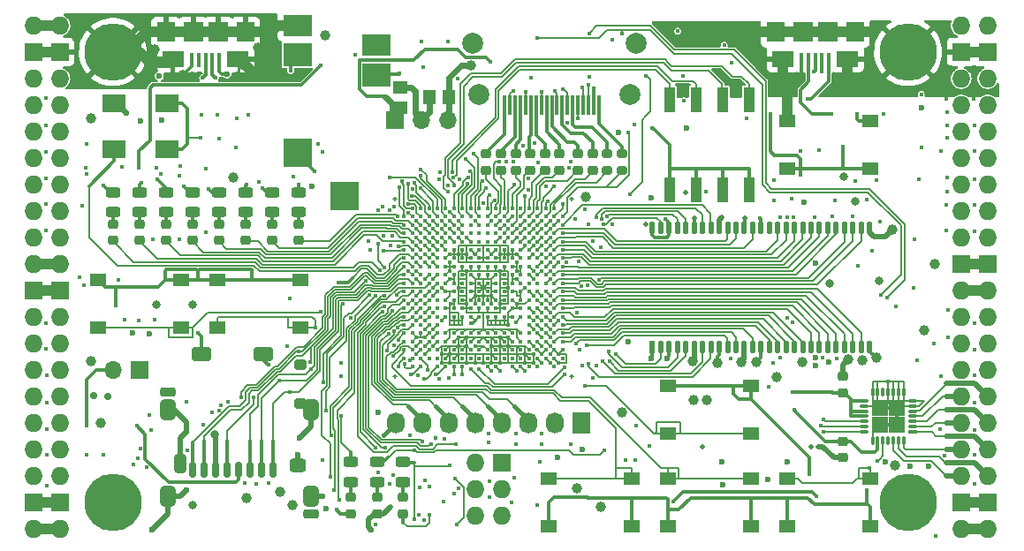
<source format=gtl>
G04 #@! TF.GenerationSoftware,KiCad,Pcbnew,6.0.11+dfsg-1*
G04 #@! TF.CreationDate,2023-03-29T14:32:03+02:00*
G04 #@! TF.ProjectId,ulx3s,756c7833-732e-46b6-9963-61645f706362,v3.1.8*
G04 #@! TF.SameCoordinates,Original*
G04 #@! TF.FileFunction,Copper,L1,Top*
G04 #@! TF.FilePolarity,Positive*
%FSLAX46Y46*%
G04 Gerber Fmt 4.6, Leading zero omitted, Abs format (unit mm)*
G04 Created by KiCad (PCBNEW 6.0.11+dfsg-1) date 2023-03-29 14:32:03*
%MOMM*%
%LPD*%
G01*
G04 APERTURE LIST*
G04 Aperture macros list*
%AMRoundRect*
0 Rectangle with rounded corners*
0 $1 Rounding radius*
0 $2 $3 $4 $5 $6 $7 $8 $9 X,Y pos of 4 corners*
0 Add a 4 corners polygon primitive as box body*
4,1,4,$2,$3,$4,$5,$6,$7,$8,$9,$2,$3,0*
0 Add four circle primitives for the rounded corners*
1,1,$1+$1,$2,$3*
1,1,$1+$1,$4,$5*
1,1,$1+$1,$6,$7*
1,1,$1+$1,$8,$9*
0 Add four rect primitives between the rounded corners*
20,1,$1+$1,$2,$3,$4,$5,0*
20,1,$1+$1,$4,$5,$6,$7,0*
20,1,$1+$1,$6,$7,$8,$9,0*
20,1,$1+$1,$8,$9,$2,$3,0*%
G04 Aperture macros list end*
G04 #@! TA.AperFunction,SMDPad,CuDef*
%ADD10R,2.800000X2.000000*%
G04 #@! TD*
G04 #@! TA.AperFunction,SMDPad,CuDef*
%ADD11R,2.800000X2.800000*%
G04 #@! TD*
G04 #@! TA.AperFunction,SMDPad,CuDef*
%ADD12R,2.800000X2.200000*%
G04 #@! TD*
G04 #@! TA.AperFunction,SMDPad,CuDef*
%ADD13C,0.400000*%
G04 #@! TD*
G04 #@! TA.AperFunction,SMDPad,CuDef*
%ADD14O,0.508000X0.127000*%
G04 #@! TD*
G04 #@! TA.AperFunction,SMDPad,CuDef*
%ADD15O,0.127000X0.508000*%
G04 #@! TD*
G04 #@! TA.AperFunction,ComponentPad*
%ADD16C,5.500000*%
G04 #@! TD*
G04 #@! TA.AperFunction,ComponentPad*
%ADD17O,1.727200X1.727200*%
G04 #@! TD*
G04 #@! TA.AperFunction,ComponentPad*
%ADD18R,1.727200X1.727200*%
G04 #@! TD*
G04 #@! TA.AperFunction,ComponentPad*
%ADD19R,1.727200X2.032000*%
G04 #@! TD*
G04 #@! TA.AperFunction,ComponentPad*
%ADD20O,1.727200X2.032000*%
G04 #@! TD*
G04 #@! TA.AperFunction,SMDPad,CuDef*
%ADD21R,0.560000X1.200000*%
G04 #@! TD*
G04 #@! TA.AperFunction,SMDPad,CuDef*
%ADD22O,0.560000X1.200000*%
G04 #@! TD*
G04 #@! TA.AperFunction,SMDPad,CuDef*
%ADD23RoundRect,0.243750X-0.456250X0.243750X-0.456250X-0.243750X0.456250X-0.243750X0.456250X0.243750X0*%
G04 #@! TD*
G04 #@! TA.AperFunction,SMDPad,CuDef*
%ADD24RoundRect,0.218750X0.256250X-0.218750X0.256250X0.218750X-0.256250X0.218750X-0.256250X-0.218750X0*%
G04 #@! TD*
G04 #@! TA.AperFunction,SMDPad,CuDef*
%ADD25RoundRect,0.243750X0.456250X-0.243750X0.456250X0.243750X-0.456250X0.243750X-0.456250X-0.243750X0*%
G04 #@! TD*
G04 #@! TA.AperFunction,ComponentPad*
%ADD26C,2.000000*%
G04 #@! TD*
G04 #@! TA.AperFunction,SMDPad,CuDef*
%ADD27R,0.300000X1.900000*%
G04 #@! TD*
G04 #@! TA.AperFunction,SMDPad,CuDef*
%ADD28RoundRect,0.218750X-0.256250X0.218750X-0.256250X-0.218750X0.256250X-0.218750X0.256250X0.218750X0*%
G04 #@! TD*
G04 #@! TA.AperFunction,ComponentPad*
%ADD29R,1.700000X1.700000*%
G04 #@! TD*
G04 #@! TA.AperFunction,ComponentPad*
%ADD30O,1.700000X1.700000*%
G04 #@! TD*
G04 #@! TA.AperFunction,SMDPad,CuDef*
%ADD31R,1.400000X1.295000*%
G04 #@! TD*
G04 #@! TA.AperFunction,SMDPad,CuDef*
%ADD32R,1.295000X1.400000*%
G04 #@! TD*
G04 #@! TA.AperFunction,SMDPad,CuDef*
%ADD33R,0.400000X1.350000*%
G04 #@! TD*
G04 #@! TA.AperFunction,SMDPad,CuDef*
%ADD34R,1.800000X1.900000*%
G04 #@! TD*
G04 #@! TA.AperFunction,SMDPad,CuDef*
%ADD35R,2.100000X1.600000*%
G04 #@! TD*
G04 #@! TA.AperFunction,SMDPad,CuDef*
%ADD36R,1.900000X1.900000*%
G04 #@! TD*
G04 #@! TA.AperFunction,SMDPad,CuDef*
%ADD37R,2.200000X1.800000*%
G04 #@! TD*
G04 #@! TA.AperFunction,SMDPad,CuDef*
%ADD38R,1.550000X1.300000*%
G04 #@! TD*
G04 #@! TA.AperFunction,SMDPad,CuDef*
%ADD39R,1.120000X2.440000*%
G04 #@! TD*
G04 #@! TA.AperFunction,SMDPad,CuDef*
%ADD40R,0.950000X0.300000*%
G04 #@! TD*
G04 #@! TA.AperFunction,SMDPad,CuDef*
%ADD41O,0.950000X0.300000*%
G04 #@! TD*
G04 #@! TA.AperFunction,SMDPad,CuDef*
%ADD42O,0.300000X0.950000*%
G04 #@! TD*
G04 #@! TA.AperFunction,SMDPad,CuDef*
%ADD43R,1.625000X1.625000*%
G04 #@! TD*
G04 #@! TA.AperFunction,SMDPad,CuDef*
%ADD44RoundRect,0.175000X-0.175000X-0.575000X0.175000X-0.575000X0.175000X0.575000X-0.175000X0.575000X0*%
G04 #@! TD*
G04 #@! TA.AperFunction,SMDPad,CuDef*
%ADD45RoundRect,0.250000X0.350000X-0.250000X0.350000X0.250000X-0.350000X0.250000X-0.350000X-0.250000X0*%
G04 #@! TD*
G04 #@! TA.AperFunction,SMDPad,CuDef*
%ADD46RoundRect,0.225000X-0.500000X-0.225000X0.500000X-0.225000X0.500000X0.225000X-0.500000X0.225000X0*%
G04 #@! TD*
G04 #@! TA.AperFunction,SMDPad,CuDef*
%ADD47RoundRect,0.225000X0.500000X-0.225000X0.500000X0.225000X-0.500000X0.225000X-0.500000X-0.225000X0*%
G04 #@! TD*
G04 #@! TA.AperFunction,SMDPad,CuDef*
%ADD48RoundRect,0.337500X-0.437500X0.337500X-0.437500X-0.337500X0.437500X-0.337500X0.437500X0.337500X0*%
G04 #@! TD*
G04 #@! TA.AperFunction,SMDPad,CuDef*
%ADD49RoundRect,0.292500X-0.292500X0.607500X-0.292500X-0.607500X0.292500X-0.607500X0.292500X0.607500X0*%
G04 #@! TD*
G04 #@! TA.AperFunction,SMDPad,CuDef*
%ADD50RoundRect,0.337500X-0.612500X0.337500X-0.612500X-0.337500X0.612500X-0.337500X0.612500X0.337500X0*%
G04 #@! TD*
G04 #@! TA.AperFunction,SMDPad,CuDef*
%ADD51RoundRect,0.362500X-0.362500X-0.637500X0.362500X-0.637500X0.362500X0.637500X-0.362500X0.637500X0*%
G04 #@! TD*
G04 #@! TA.AperFunction,SMDPad,CuDef*
%ADD52RoundRect,0.250000X-0.350000X0.250000X-0.350000X-0.250000X0.350000X-0.250000X0.350000X0.250000X0*%
G04 #@! TD*
G04 #@! TA.AperFunction,SMDPad,CuDef*
%ADD53RoundRect,0.200000X0.275000X-0.200000X0.275000X0.200000X-0.275000X0.200000X-0.275000X-0.200000X0*%
G04 #@! TD*
G04 #@! TA.AperFunction,ViaPad*
%ADD54C,0.419000*%
G04 #@! TD*
G04 #@! TA.AperFunction,ViaPad*
%ADD55C,1.000000*%
G04 #@! TD*
G04 #@! TA.AperFunction,ViaPad*
%ADD56C,0.800000*%
G04 #@! TD*
G04 #@! TA.AperFunction,ViaPad*
%ADD57C,0.600000*%
G04 #@! TD*
G04 #@! TA.AperFunction,ViaPad*
%ADD58C,0.420000*%
G04 #@! TD*
G04 #@! TA.AperFunction,ViaPad*
%ADD59C,0.500000*%
G04 #@! TD*
G04 #@! TA.AperFunction,ViaPad*
%ADD60C,0.700000*%
G04 #@! TD*
G04 #@! TA.AperFunction,ViaPad*
%ADD61C,0.454000*%
G04 #@! TD*
G04 #@! TA.AperFunction,Conductor*
%ADD62C,0.300000*%
G04 #@! TD*
G04 #@! TA.AperFunction,Conductor*
%ADD63C,0.600000*%
G04 #@! TD*
G04 #@! TA.AperFunction,Conductor*
%ADD64C,0.127000*%
G04 #@! TD*
G04 #@! TA.AperFunction,Conductor*
%ADD65C,0.500000*%
G04 #@! TD*
G04 #@! TA.AperFunction,Conductor*
%ADD66C,1.000000*%
G04 #@! TD*
G04 #@! TA.AperFunction,Conductor*
%ADD67C,0.200000*%
G04 #@! TD*
G04 #@! TA.AperFunction,Conductor*
%ADD68C,0.190000*%
G04 #@! TD*
G04 #@! TA.AperFunction,Conductor*
%ADD69C,0.700000*%
G04 #@! TD*
G04 #@! TA.AperFunction,Conductor*
%ADD70C,0.800000*%
G04 #@! TD*
G04 #@! TA.AperFunction,Conductor*
%ADD71C,0.400000*%
G04 #@! TD*
G04 #@! TA.AperFunction,Conductor*
%ADD72C,0.140000*%
G04 #@! TD*
G04 APERTURE END LIST*
D10*
X120668000Y-62700000D03*
D11*
X120668000Y-74900000D03*
D12*
X128268000Y-67400000D03*
X120668000Y-65500000D03*
D11*
X125218000Y-79000000D03*
D10*
X128268000Y-64600000D03*
D13*
X131680000Y-80200000D03*
X132480000Y-80200000D03*
X133280000Y-80200000D03*
X134080000Y-80200000D03*
X134880000Y-80200000D03*
X135680000Y-80200000D03*
X136480000Y-80200000D03*
X137280000Y-80200000D03*
X138080000Y-80200000D03*
X138880000Y-80200000D03*
X139680000Y-80200000D03*
X140480000Y-80200000D03*
X141280000Y-80200000D03*
X142080000Y-80200000D03*
X142880000Y-80200000D03*
X143680000Y-80200000D03*
X144480000Y-80200000D03*
X145280000Y-80200000D03*
X130880000Y-81000000D03*
X131680000Y-81000000D03*
X132480000Y-81000000D03*
X133280000Y-81000000D03*
X134080000Y-81000000D03*
X134880000Y-81000000D03*
X135680000Y-81000000D03*
X136480000Y-81000000D03*
X137280000Y-81000000D03*
X138080000Y-81000000D03*
X138880000Y-81000000D03*
X139680000Y-81000000D03*
X140480000Y-81000000D03*
X141280000Y-81000000D03*
X142080000Y-81000000D03*
X142880000Y-81000000D03*
X143680000Y-81000000D03*
X144480000Y-81000000D03*
X145280000Y-81000000D03*
X146080000Y-81000000D03*
X130880000Y-81800000D03*
X131680000Y-81800000D03*
X132480000Y-81800000D03*
X133280000Y-81800000D03*
X134080000Y-81800000D03*
X134880000Y-81800000D03*
X135680000Y-81800000D03*
X136480000Y-81800000D03*
X137280000Y-81800000D03*
X138080000Y-81800000D03*
X138880000Y-81800000D03*
X139680000Y-81800000D03*
X140480000Y-81800000D03*
X141280000Y-81800000D03*
X142080000Y-81800000D03*
X142880000Y-81800000D03*
X143680000Y-81800000D03*
X144480000Y-81800000D03*
X145280000Y-81800000D03*
X146080000Y-81800000D03*
X130880000Y-82600000D03*
X131680000Y-82600000D03*
X132480000Y-82600000D03*
X133280000Y-82600000D03*
X134080000Y-82600000D03*
X134880000Y-82600000D03*
X135680000Y-82600000D03*
X136480000Y-82600000D03*
X137280000Y-82600000D03*
X138080000Y-82600000D03*
X138880000Y-82600000D03*
X139680000Y-82600000D03*
X140480000Y-82600000D03*
X141280000Y-82600000D03*
X142080000Y-82600000D03*
X142880000Y-82600000D03*
X143680000Y-82600000D03*
X144480000Y-82600000D03*
X145280000Y-82600000D03*
X146080000Y-82600000D03*
X130880000Y-83400000D03*
X131680000Y-83400000D03*
X132480000Y-83400000D03*
X133280000Y-83400000D03*
X134080000Y-83400000D03*
X134880000Y-83400000D03*
X135680000Y-83400000D03*
X136480000Y-83400000D03*
X137280000Y-83400000D03*
X138080000Y-83400000D03*
X138880000Y-83400000D03*
X139680000Y-83400000D03*
X140480000Y-83400000D03*
X141280000Y-83400000D03*
X142080000Y-83400000D03*
X142880000Y-83400000D03*
X143680000Y-83400000D03*
X144480000Y-83400000D03*
X145280000Y-83400000D03*
X146080000Y-83400000D03*
X130880000Y-84200000D03*
X131680000Y-84200000D03*
X132480000Y-84200000D03*
X133280000Y-84200000D03*
X134080000Y-84200000D03*
X134880000Y-84200000D03*
X135680000Y-84200000D03*
X136480000Y-84200000D03*
X137280000Y-84200000D03*
X138080000Y-84200000D03*
X138880000Y-84200000D03*
X139680000Y-84200000D03*
X140480000Y-84200000D03*
X141280000Y-84200000D03*
X142080000Y-84200000D03*
X142880000Y-84200000D03*
X143680000Y-84200000D03*
X144480000Y-84200000D03*
X145280000Y-84200000D03*
X146080000Y-84200000D03*
X130880000Y-85000000D03*
X131680000Y-85000000D03*
X132480000Y-85000000D03*
X133280000Y-85000000D03*
X134080000Y-85000000D03*
X134880000Y-85000000D03*
X135680000Y-85000000D03*
X136480000Y-85000000D03*
X137280000Y-85000000D03*
X138080000Y-85000000D03*
X138880000Y-85000000D03*
X139680000Y-85000000D03*
X140480000Y-85000000D03*
X141280000Y-85000000D03*
X142080000Y-85000000D03*
X142880000Y-85000000D03*
X143680000Y-85000000D03*
X144480000Y-85000000D03*
X145280000Y-85000000D03*
X146080000Y-85000000D03*
X130880000Y-85800000D03*
X131680000Y-85800000D03*
X132480000Y-85800000D03*
X133280000Y-85800000D03*
X134080000Y-85800000D03*
X134880000Y-85800000D03*
X135680000Y-85800000D03*
X136480000Y-85800000D03*
X137280000Y-85800000D03*
X138080000Y-85800000D03*
X138880000Y-85800000D03*
X139680000Y-85800000D03*
X140480000Y-85800000D03*
X141280000Y-85800000D03*
X142080000Y-85800000D03*
X142880000Y-85800000D03*
X143680000Y-85800000D03*
X144480000Y-85800000D03*
X145280000Y-85800000D03*
X146080000Y-85800000D03*
X130880000Y-86600000D03*
X131680000Y-86600000D03*
X132480000Y-86600000D03*
X133280000Y-86600000D03*
X134080000Y-86600000D03*
X134880000Y-86600000D03*
X135680000Y-86600000D03*
X136480000Y-86600000D03*
X137280000Y-86600000D03*
X138080000Y-86600000D03*
X138880000Y-86600000D03*
X139680000Y-86600000D03*
X140480000Y-86600000D03*
X141280000Y-86600000D03*
X142080000Y-86600000D03*
X142880000Y-86600000D03*
X143680000Y-86600000D03*
X144480000Y-86600000D03*
X145280000Y-86600000D03*
X146080000Y-86600000D03*
X130880000Y-87400000D03*
X131680000Y-87400000D03*
X132480000Y-87400000D03*
X133280000Y-87400000D03*
X134080000Y-87400000D03*
X134880000Y-87400000D03*
X135680000Y-87400000D03*
X136480000Y-87400000D03*
X137280000Y-87400000D03*
X138080000Y-87400000D03*
X138880000Y-87400000D03*
X139680000Y-87400000D03*
X140480000Y-87400000D03*
X141280000Y-87400000D03*
X142080000Y-87400000D03*
X142880000Y-87400000D03*
X143680000Y-87400000D03*
X144480000Y-87400000D03*
X145280000Y-87400000D03*
X146080000Y-87400000D03*
X130880000Y-88200000D03*
X131680000Y-88200000D03*
X132480000Y-88200000D03*
X133280000Y-88200000D03*
X134080000Y-88200000D03*
X134880000Y-88200000D03*
X135680000Y-88200000D03*
X136480000Y-88200000D03*
X137280000Y-88200000D03*
X138080000Y-88200000D03*
X138880000Y-88200000D03*
X139680000Y-88200000D03*
X140480000Y-88200000D03*
X141280000Y-88200000D03*
X142080000Y-88200000D03*
X142880000Y-88200000D03*
X143680000Y-88200000D03*
X144480000Y-88200000D03*
X145280000Y-88200000D03*
X146080000Y-88200000D03*
X130880000Y-89000000D03*
X131680000Y-89000000D03*
X132480000Y-89000000D03*
X133280000Y-89000000D03*
X134080000Y-89000000D03*
X134880000Y-89000000D03*
X135680000Y-89000000D03*
X136480000Y-89000000D03*
X137280000Y-89000000D03*
X138080000Y-89000000D03*
X138880000Y-89000000D03*
X139680000Y-89000000D03*
X140480000Y-89000000D03*
X141280000Y-89000000D03*
X142080000Y-89000000D03*
X142880000Y-89000000D03*
X143680000Y-89000000D03*
X144480000Y-89000000D03*
X145280000Y-89000000D03*
X146080000Y-89000000D03*
X130880000Y-89800000D03*
X131680000Y-89800000D03*
X132480000Y-89800000D03*
X133280000Y-89800000D03*
X134080000Y-89800000D03*
X134880000Y-89800000D03*
X135680000Y-89800000D03*
X136480000Y-89800000D03*
X137280000Y-89800000D03*
X138080000Y-89800000D03*
X138880000Y-89800000D03*
X139680000Y-89800000D03*
X140480000Y-89800000D03*
X141280000Y-89800000D03*
X142080000Y-89800000D03*
X142880000Y-89800000D03*
X143680000Y-89800000D03*
X144480000Y-89800000D03*
X145280000Y-89800000D03*
X146080000Y-89800000D03*
X130880000Y-90600000D03*
X131680000Y-90600000D03*
X132480000Y-90600000D03*
X133280000Y-90600000D03*
X134080000Y-90600000D03*
X134880000Y-90600000D03*
X135680000Y-90600000D03*
X136480000Y-90600000D03*
X137280000Y-90600000D03*
X138080000Y-90600000D03*
X138880000Y-90600000D03*
X139680000Y-90600000D03*
X140480000Y-90600000D03*
X141280000Y-90600000D03*
X142080000Y-90600000D03*
X142880000Y-90600000D03*
X143680000Y-90600000D03*
X144480000Y-90600000D03*
X145280000Y-90600000D03*
X146080000Y-90600000D03*
X130880000Y-91400000D03*
X131680000Y-91400000D03*
X132480000Y-91400000D03*
X133280000Y-91400000D03*
X134080000Y-91400000D03*
X142880000Y-91400000D03*
X143680000Y-91400000D03*
X144480000Y-91400000D03*
X145280000Y-91400000D03*
X146080000Y-91400000D03*
X130880000Y-92200000D03*
X131680000Y-92200000D03*
X132480000Y-92200000D03*
X133280000Y-92200000D03*
X134080000Y-92200000D03*
X134880000Y-92200000D03*
X135680000Y-92200000D03*
X136480000Y-92200000D03*
X137280000Y-92200000D03*
X138080000Y-92200000D03*
X138880000Y-92200000D03*
X139680000Y-92200000D03*
X140480000Y-92200000D03*
X141280000Y-92200000D03*
X142080000Y-92200000D03*
X142880000Y-92200000D03*
X143680000Y-92200000D03*
X144480000Y-92200000D03*
X145280000Y-92200000D03*
X146080000Y-92200000D03*
X130880000Y-93000000D03*
X131680000Y-93000000D03*
X132480000Y-93000000D03*
X133280000Y-93000000D03*
X134080000Y-93000000D03*
X134880000Y-93000000D03*
X135680000Y-93000000D03*
X136480000Y-93000000D03*
X137280000Y-93000000D03*
X138080000Y-93000000D03*
X138880000Y-93000000D03*
X139680000Y-93000000D03*
X140480000Y-93000000D03*
X141280000Y-93000000D03*
X142080000Y-93000000D03*
X142880000Y-93000000D03*
X143680000Y-93000000D03*
X144480000Y-93000000D03*
X145280000Y-93000000D03*
X146080000Y-93000000D03*
X130880000Y-93800000D03*
X131680000Y-93800000D03*
X132480000Y-93800000D03*
X133280000Y-93800000D03*
X134080000Y-93800000D03*
X134880000Y-93800000D03*
X135680000Y-93800000D03*
X136480000Y-93800000D03*
X137280000Y-93800000D03*
X138080000Y-93800000D03*
X138880000Y-93800000D03*
X139680000Y-93800000D03*
X140480000Y-93800000D03*
X141280000Y-93800000D03*
X142080000Y-93800000D03*
X142880000Y-93800000D03*
X143680000Y-93800000D03*
X144480000Y-93800000D03*
X145280000Y-93800000D03*
X146080000Y-93800000D03*
X130880000Y-94600000D03*
X131680000Y-94600000D03*
X132480000Y-94600000D03*
X133280000Y-94600000D03*
X134080000Y-94600000D03*
X134880000Y-94600000D03*
X135680000Y-94600000D03*
X136480000Y-94600000D03*
X137280000Y-94600000D03*
X138080000Y-94600000D03*
X138880000Y-94600000D03*
X139680000Y-94600000D03*
X140480000Y-94600000D03*
X141280000Y-94600000D03*
X142080000Y-94600000D03*
X142880000Y-94600000D03*
X143680000Y-94600000D03*
X144480000Y-94600000D03*
X145280000Y-94600000D03*
X146080000Y-94600000D03*
D14*
X129980000Y-96300000D03*
D15*
X129980000Y-96300000D03*
X129980000Y-79300000D03*
X146980000Y-96300000D03*
D14*
X146980000Y-79300000D03*
D15*
X146980000Y-79300000D03*
D14*
X146980000Y-96300000D03*
X129980000Y-79300000D03*
D13*
X131680000Y-95400000D03*
X132480000Y-95400000D03*
X134080000Y-95400000D03*
X134880000Y-95400000D03*
X135680000Y-95400000D03*
X136480000Y-95400000D03*
X138880000Y-95400000D03*
X139680000Y-95400000D03*
X141280000Y-95400000D03*
X142080000Y-95400000D03*
X142880000Y-95400000D03*
X143680000Y-95400000D03*
X145280000Y-95400000D03*
D16*
X102990000Y-108410000D03*
X179190000Y-108410000D03*
X179190000Y-65230000D03*
X102990000Y-65230000D03*
D17*
X97910000Y-62690000D03*
X95370000Y-62690000D03*
D18*
X97910000Y-65230000D03*
X95370000Y-65230000D03*
D17*
X97910000Y-67770000D03*
X95370000Y-67770000D03*
X97910000Y-70310000D03*
X95370000Y-70310000D03*
X97910000Y-72850000D03*
X95370000Y-72850000D03*
X97910000Y-75390000D03*
X95370000Y-75390000D03*
X97910000Y-77930000D03*
X95370000Y-77930000D03*
X97910000Y-80470000D03*
X95370000Y-80470000D03*
X97910000Y-83010000D03*
X95370000Y-83010000D03*
X97910000Y-85550000D03*
X95370000Y-85550000D03*
D18*
X97910000Y-88090000D03*
X95370000Y-88090000D03*
D17*
X97910000Y-90630000D03*
X95370000Y-90630000D03*
X97910000Y-93170000D03*
X95370000Y-93170000D03*
X97910000Y-95710000D03*
X95370000Y-95710000D03*
X97910000Y-98250000D03*
X95370000Y-98250000D03*
X97910000Y-100790000D03*
X95370000Y-100790000D03*
X97910000Y-103330000D03*
X95370000Y-103330000D03*
X97910000Y-105870000D03*
X95370000Y-105870000D03*
D18*
X97910000Y-108410000D03*
X95370000Y-108410000D03*
D17*
X97910000Y-110950000D03*
X95370000Y-110950000D03*
X184270000Y-110950000D03*
X186810000Y-110950000D03*
D18*
X184270000Y-108410000D03*
X186810000Y-108410000D03*
D17*
X184270000Y-105870000D03*
X186810000Y-105870000D03*
X184270000Y-103330000D03*
X186810000Y-103330000D03*
X184270000Y-100790000D03*
X186810000Y-100790000D03*
X184270000Y-98250000D03*
X186810000Y-98250000D03*
X184270000Y-95710000D03*
X186810000Y-95710000D03*
X184270000Y-93170000D03*
X186810000Y-93170000D03*
X184270000Y-90630000D03*
X186810000Y-90630000D03*
X184270000Y-88090000D03*
X186810000Y-88090000D03*
D18*
X184270000Y-85550000D03*
X186810000Y-85550000D03*
D17*
X184270000Y-83010000D03*
X186810000Y-83010000D03*
X184270000Y-80470000D03*
X186810000Y-80470000D03*
X184270000Y-77930000D03*
X186810000Y-77930000D03*
X184270000Y-75390000D03*
X186810000Y-75390000D03*
X184270000Y-72850000D03*
X186810000Y-72850000D03*
X184270000Y-70310000D03*
X186810000Y-70310000D03*
X184270000Y-67770000D03*
X186810000Y-67770000D03*
D18*
X184270000Y-65230000D03*
X186810000Y-65230000D03*
D17*
X184270000Y-62690000D03*
X186810000Y-62690000D03*
D19*
X147920000Y-100790000D03*
D20*
X145380000Y-100790000D03*
X142840000Y-100790000D03*
X140265000Y-100790000D03*
X137760000Y-100790000D03*
X135220000Y-100790000D03*
X132680000Y-100790000D03*
X130140000Y-100790000D03*
D21*
X154693000Y-93530000D03*
D22*
X155493000Y-93530000D03*
X156293000Y-93530000D03*
X157093000Y-93530000D03*
X157893000Y-93530000D03*
X158693000Y-93530000D03*
X159493000Y-93530000D03*
X160293000Y-93530000D03*
X161093000Y-93530000D03*
X161893000Y-93530000D03*
X162693000Y-93530000D03*
X163493000Y-93530000D03*
X164293000Y-93530000D03*
X165093000Y-93530000D03*
X165893000Y-93530000D03*
X166693000Y-93530000D03*
X167493000Y-93530000D03*
X168293000Y-93530000D03*
X169093000Y-93530000D03*
X169893000Y-93530000D03*
X170693000Y-93530000D03*
X171493000Y-93530000D03*
X172293000Y-93530000D03*
X173093000Y-93530000D03*
X173893000Y-93530000D03*
X174693000Y-93530000D03*
X175493000Y-93530000D03*
X175493000Y-82070000D03*
X174693000Y-82070000D03*
X173893000Y-82070000D03*
X173093000Y-82070000D03*
X172293000Y-82070000D03*
X171493000Y-82070000D03*
X170693000Y-82070000D03*
X169893000Y-82070000D03*
X169093000Y-82070000D03*
X168293000Y-82070000D03*
X167493000Y-82070000D03*
X166693000Y-82070000D03*
X165893000Y-82070000D03*
X165093000Y-82070000D03*
X164293000Y-82070000D03*
X163493000Y-82070000D03*
X162693000Y-82070000D03*
X161893000Y-82070000D03*
X161093000Y-82070000D03*
X160293000Y-82070000D03*
X159493000Y-82070000D03*
X158693000Y-82070000D03*
X157893000Y-82070000D03*
X157093000Y-82070000D03*
X156293000Y-82070000D03*
X155493000Y-82070000D03*
X154693000Y-82070000D03*
D23*
X118230000Y-78661500D03*
X118230000Y-80536500D03*
D24*
X140201000Y-76558500D03*
X140201000Y-74983500D03*
X142995000Y-76558500D03*
X142995000Y-74983500D03*
X145789000Y-76558500D03*
X145789000Y-74983500D03*
X148964000Y-76558500D03*
X148964000Y-74983500D03*
X138742800Y-76551100D03*
X138742800Y-74976100D03*
X141598000Y-76558500D03*
X141598000Y-74983500D03*
X144392000Y-76558500D03*
X144392000Y-74983500D03*
D25*
X130800000Y-106437500D03*
X130800000Y-104562500D03*
D26*
X138046000Y-69312000D03*
X152546000Y-69312000D03*
X137446000Y-64412000D03*
X153146000Y-64412000D03*
D27*
X140546000Y-70312000D03*
X141046000Y-70312000D03*
X141546000Y-70312000D03*
X142046000Y-70312000D03*
X142546000Y-70312000D03*
X143046000Y-70312000D03*
X143546000Y-70312000D03*
X144046000Y-70312000D03*
X144546000Y-70312000D03*
X145046000Y-70312000D03*
X145546000Y-70312000D03*
X146046000Y-70312000D03*
X146546000Y-70312000D03*
X147046000Y-70312000D03*
X147546000Y-70312000D03*
X148046000Y-70312000D03*
X148546000Y-70312000D03*
X149046000Y-70312000D03*
X149546000Y-70312000D03*
D24*
X120770000Y-83289500D03*
X120770000Y-81714500D03*
X118230000Y-83289500D03*
X118230000Y-81714500D03*
X115690000Y-83289500D03*
X115690000Y-81714500D03*
X113150000Y-83289500D03*
X113150000Y-81714500D03*
X110610000Y-83289500D03*
X110610000Y-81714500D03*
X108070000Y-83289500D03*
X108070000Y-81714500D03*
X105530000Y-83289500D03*
X105530000Y-81714500D03*
X147567000Y-76546500D03*
X147567000Y-74971500D03*
X102990000Y-83289500D03*
X102990000Y-81714500D03*
D28*
X128300000Y-107912500D03*
X128300000Y-109487500D03*
D23*
X120770000Y-78661500D03*
X120770000Y-80536500D03*
X115690000Y-78661500D03*
X115690000Y-80536500D03*
X113150000Y-78661500D03*
X113150000Y-80536500D03*
X108070000Y-78661500D03*
X108070000Y-80536500D03*
X105545000Y-78661500D03*
X105545000Y-80536500D03*
X102990000Y-78661500D03*
X102990000Y-80536500D03*
D25*
X128300000Y-106437500D03*
X128300000Y-104562500D03*
D23*
X125800000Y-104562500D03*
X125800000Y-106437500D03*
D24*
X130800000Y-109487500D03*
X130800000Y-107912500D03*
D29*
X130056000Y-71725000D03*
D30*
X132596000Y-71725000D03*
X135136000Y-71725000D03*
D18*
X140300000Y-104600000D03*
D17*
X137760000Y-104600000D03*
X140300000Y-107140000D03*
X137760000Y-107140000D03*
X140300000Y-109680000D03*
X137760000Y-109680000D03*
D31*
X130564000Y-70533500D03*
X130564000Y-68598500D03*
D32*
X133279500Y-69566000D03*
X135214500Y-69566000D03*
D33*
X113180000Y-66000000D03*
X112530000Y-66000000D03*
X111880000Y-66000000D03*
X111230000Y-66000000D03*
X110580000Y-66000000D03*
D34*
X108080000Y-63325000D03*
D35*
X108780000Y-65875000D03*
D36*
X113080000Y-63325000D03*
D34*
X115680000Y-63325000D03*
D36*
X110680000Y-63325000D03*
D35*
X114980000Y-65875000D03*
D33*
X171600000Y-66000000D03*
X170950000Y-66000000D03*
X170300000Y-66000000D03*
X169650000Y-66000000D03*
X169000000Y-66000000D03*
D36*
X169100000Y-63325000D03*
D34*
X174100000Y-63325000D03*
D35*
X173400000Y-65875000D03*
D36*
X171500000Y-63325000D03*
D35*
X167200000Y-65875000D03*
D34*
X166500000Y-63325000D03*
D29*
X105530000Y-95710000D03*
D30*
X102990000Y-95710000D03*
D37*
X108212000Y-70160000D03*
X103132000Y-70160000D03*
X103132000Y-74560000D03*
X108212000Y-74560000D03*
D38*
X175550000Y-76370000D03*
X167590000Y-76370000D03*
X175550000Y-71870000D03*
X167590000Y-71870000D03*
X101550000Y-87110000D03*
X109510000Y-87110000D03*
X101550000Y-91610000D03*
X109510000Y-91610000D03*
X120940000Y-87110000D03*
X112980000Y-87110000D03*
X120940000Y-91610000D03*
X112980000Y-91610000D03*
X164120000Y-97270000D03*
X156160000Y-97270000D03*
X156160000Y-101770000D03*
X164120000Y-101770000D03*
X164120000Y-110660000D03*
X156160000Y-110660000D03*
X164120000Y-106160000D03*
X156160000Y-106160000D03*
X144730000Y-110660000D03*
X152690000Y-110660000D03*
X144730000Y-106160000D03*
X152690000Y-106160000D03*
X175550000Y-110660000D03*
X167590000Y-110660000D03*
X175550000Y-106160000D03*
X167590000Y-106160000D03*
D24*
X172967000Y-97894500D03*
X172967000Y-96319500D03*
D39*
X156330000Y-78425000D03*
X158870000Y-78425000D03*
X161410000Y-78425000D03*
X163950000Y-78425000D03*
X163950000Y-69815000D03*
X161410000Y-69815000D03*
X158870000Y-69815000D03*
X156330000Y-69815000D03*
D23*
X110610000Y-78661500D03*
X110610000Y-80536500D03*
D40*
X179625000Y-101655000D03*
D41*
X179625000Y-101155000D03*
X179625000Y-100655000D03*
X179625000Y-100155000D03*
X179625000Y-99655000D03*
X179625000Y-99155000D03*
X179625000Y-98655000D03*
D42*
X178785000Y-97815000D03*
X178285000Y-97815000D03*
X177785000Y-97815000D03*
X177285000Y-97815000D03*
X176785000Y-97815000D03*
X176285000Y-97815000D03*
X175785000Y-97815000D03*
D41*
X174945000Y-98655000D03*
X174945000Y-99155000D03*
X174945000Y-99655000D03*
X174945000Y-100155000D03*
X174945000Y-100655000D03*
X174945000Y-101155000D03*
X174945000Y-101655000D03*
D42*
X175785000Y-102495000D03*
X176285000Y-102495000D03*
X176785000Y-102495000D03*
X177285000Y-102495000D03*
X177785000Y-102495000D03*
X178285000Y-102495000D03*
X178785000Y-102495000D03*
D43*
X176472500Y-100967500D03*
X178097500Y-100967500D03*
X178097500Y-99342500D03*
X176472500Y-99342500D03*
D28*
X172967000Y-102542500D03*
X172967000Y-104117500D03*
D44*
X118332000Y-105250000D03*
X117232000Y-105250000D03*
X116132000Y-105250000D03*
X115032000Y-105250000D03*
X113932000Y-105250000D03*
X112832000Y-105250000D03*
X111732000Y-105250000D03*
X110632000Y-105250000D03*
D45*
X120932000Y-95200000D03*
D46*
X122007000Y-109550000D03*
D47*
X108257000Y-97850000D03*
D48*
X120732000Y-104900000D03*
D49*
X109432000Y-104700000D03*
D50*
X111432000Y-94200000D03*
X117432000Y-94200000D03*
D51*
X122007000Y-107850000D03*
X108257000Y-107850000D03*
X108257000Y-99550000D03*
X122007000Y-99550000D03*
D52*
X120932000Y-98900000D03*
D53*
X151758000Y-76596000D03*
X151758000Y-74946000D03*
X150361000Y-76596000D03*
X150361000Y-74946000D03*
D28*
X125800000Y-107912500D03*
X125800000Y-109487500D03*
D54*
X114801000Y-74374000D03*
D55*
X118992000Y-107394000D03*
X115817000Y-108029000D03*
D56*
X107181000Y-89487000D03*
D54*
X116960000Y-77676000D03*
X123080000Y-74800000D03*
D56*
X110610000Y-89487000D03*
D54*
X107562000Y-76914000D03*
X141580000Y-101800000D03*
X106980000Y-90900000D03*
X182870000Y-69740000D03*
X182910000Y-72270000D03*
D57*
X110070000Y-107250000D03*
D58*
X96600000Y-77340000D03*
D54*
X134790000Y-102350000D03*
X139280000Y-93400000D03*
X140080000Y-95000000D03*
X135324015Y-89355985D03*
D58*
X96610000Y-79830000D03*
D54*
X180080000Y-94800000D03*
X185550000Y-103850000D03*
D57*
X161380000Y-104550000D03*
D54*
X132880000Y-82200000D03*
X185540000Y-101450000D03*
D58*
X96600000Y-74790000D03*
D55*
X158539988Y-94868772D03*
D54*
X178022000Y-89660000D03*
D58*
X139050000Y-107940000D03*
X138480000Y-79750000D03*
X111100000Y-92190000D03*
D54*
X138480000Y-88600000D03*
D58*
X96610000Y-82380000D03*
D54*
X164972998Y-81150000D03*
X152930000Y-72200000D03*
X139280000Y-88600000D03*
X143280000Y-94200000D03*
D55*
X109730000Y-67460000D03*
D54*
X120780000Y-77900000D03*
X107230000Y-77450000D03*
D57*
X165780000Y-106180000D03*
D54*
X132880000Y-93400000D03*
D55*
X180714000Y-91900000D03*
D54*
X162190000Y-94590000D03*
X185540000Y-106630000D03*
X131280000Y-86200011D03*
D58*
X96610000Y-91190000D03*
D54*
X100425000Y-76960000D03*
X185570000Y-66710000D03*
D58*
X141440000Y-106030000D03*
D55*
X147455000Y-107031000D03*
D56*
X174110000Y-79581000D03*
D54*
X141680000Y-87000000D03*
D57*
X106490000Y-92278500D03*
D54*
X152114000Y-104392000D03*
X140080000Y-84600000D03*
X120255000Y-77200000D03*
X144080000Y-102800000D03*
D55*
X158645000Y-98635000D03*
D59*
X170554000Y-103076000D03*
D54*
X145680000Y-95000000D03*
X183310000Y-66690000D03*
X109793096Y-78113096D03*
D55*
X181705000Y-85596000D03*
D57*
X179380000Y-104954750D03*
D54*
X185560000Y-74760000D03*
X174105000Y-77575000D03*
D57*
X104850000Y-92170000D03*
D54*
X136880000Y-93400000D03*
X167570000Y-81060000D03*
X137680000Y-88600000D03*
X172155000Y-79500000D03*
X129580000Y-108800000D03*
X131282850Y-89402850D03*
X177287984Y-96778661D03*
D58*
X116760000Y-106600000D03*
X148550000Y-68350000D03*
X115610000Y-106560000D03*
D57*
X169220500Y-79644500D03*
X147980000Y-103300000D03*
D54*
X144080000Y-101800000D03*
X132556000Y-64260000D03*
X140880000Y-84600000D03*
X145680000Y-91000000D03*
X170990000Y-94550000D03*
X134463569Y-95000000D03*
D57*
X104280000Y-71054479D03*
X127720000Y-111000000D03*
D59*
X159505000Y-103076000D03*
D54*
X185570000Y-93760000D03*
D58*
X139040000Y-106380000D03*
D54*
X185540000Y-79920000D03*
D55*
X169080000Y-94960000D03*
X173490000Y-94694000D03*
X101847000Y-100790000D03*
X177658444Y-82281349D03*
D54*
X153130000Y-101090000D03*
X102105000Y-78050000D03*
D57*
X170280000Y-94530000D03*
D54*
X162660000Y-68410000D03*
X182310000Y-96280000D03*
X166970000Y-94560000D03*
X182900000Y-70960000D03*
X143280000Y-95000000D03*
D58*
X143900000Y-104490000D03*
D57*
X106760000Y-111010000D03*
D59*
X154044000Y-81740000D03*
D54*
X140080000Y-93400000D03*
X182880000Y-82350000D03*
X100005500Y-79962000D03*
X185570000Y-91210000D03*
D56*
X167506000Y-68659000D03*
D55*
X163203000Y-94966000D03*
D54*
X105730000Y-77775000D03*
X173870000Y-80980000D03*
X145680000Y-81400000D03*
D55*
X173729000Y-68532000D03*
D54*
X109330000Y-77075000D03*
X138980000Y-101800000D03*
X132880000Y-84600000D03*
X142480000Y-95000000D03*
X100450000Y-103838000D03*
X115830000Y-77900000D03*
X99790000Y-86866000D03*
X105480000Y-91000000D03*
D57*
X110050000Y-101630000D03*
D54*
X136055000Y-67750000D03*
X171950000Y-81010000D03*
D58*
X117920000Y-106590000D03*
X142550000Y-69020000D03*
D57*
X152408000Y-92997500D03*
D54*
X141680000Y-89400000D03*
X141580000Y-102800000D03*
D58*
X143630000Y-108630000D03*
D56*
X176396000Y-87201000D03*
D54*
X138480000Y-95000000D03*
X185550000Y-72260000D03*
X106780000Y-83200000D03*
X182340000Y-74680000D03*
X109455000Y-76145030D03*
D57*
X107630000Y-71725000D03*
D54*
X183010000Y-89980000D03*
X132683000Y-66673000D03*
X182720000Y-103920000D03*
D55*
X164854000Y-63343000D03*
X120212000Y-108633500D03*
D54*
X155949000Y-81249578D03*
X100400000Y-76320000D03*
X100425000Y-74039000D03*
D58*
X117870000Y-95240000D03*
D54*
X132880000Y-91800000D03*
X143080000Y-67700000D03*
X117355000Y-78300000D03*
X182900000Y-77280000D03*
X136080000Y-93400000D03*
X139280000Y-89400000D03*
D58*
X96600000Y-72260000D03*
D54*
X137680000Y-89400000D03*
X172390000Y-94600000D03*
X109380000Y-83200000D03*
D60*
X101180000Y-98200000D03*
D54*
X140080000Y-92600000D03*
D58*
X132350000Y-106950000D03*
X144040000Y-69010000D03*
D57*
X151455000Y-72950000D03*
D54*
X142480000Y-94200000D03*
D55*
X117550000Y-63330000D03*
X106290000Y-63360000D03*
D57*
X122030000Y-78075000D03*
X167580000Y-104560000D03*
D54*
X135096000Y-64260000D03*
X168200000Y-81100000D03*
D59*
X157855000Y-78675000D03*
D54*
X137680000Y-95000000D03*
X175205000Y-79400000D03*
X135280000Y-80600000D03*
X140880000Y-81400000D03*
X185530000Y-82390000D03*
X139280000Y-95000000D03*
D57*
X170280000Y-95300000D03*
D54*
X145680000Y-85400000D03*
X122680000Y-74000000D03*
X136080000Y-92600000D03*
D57*
X161390000Y-106720000D03*
X171580000Y-94925000D03*
D54*
X144080000Y-84600000D03*
D57*
X105597352Y-71817352D03*
D58*
X96630000Y-101360000D03*
D57*
X120910000Y-102230000D03*
D55*
X175776000Y-63343000D03*
D54*
X166930000Y-81070000D03*
X150805000Y-64075000D03*
X136080000Y-84600000D03*
X140880000Y-93400000D03*
X135280000Y-84600000D03*
D57*
X123110000Y-107860000D03*
D54*
X103830000Y-76225000D03*
D57*
X154567000Y-79178521D03*
D54*
X138480000Y-89400000D03*
D55*
X159886000Y-98631000D03*
D56*
X173030500Y-77212479D03*
D54*
X136880000Y-95000000D03*
D58*
X96620000Y-96210000D03*
D54*
X134479975Y-94200000D03*
X180460000Y-74374000D03*
X185500000Y-69760000D03*
D57*
X123437000Y-108972000D03*
D54*
X141680000Y-84600000D03*
X182880000Y-79860000D03*
X135280000Y-87000000D03*
X146880000Y-102800000D03*
X104080000Y-90900000D03*
X182910000Y-73460000D03*
X145680000Y-94200000D03*
X136880000Y-92600000D03*
D57*
X120740000Y-103824500D03*
D58*
X141349269Y-68945214D03*
D54*
X144880000Y-94200000D03*
X129546554Y-106668490D03*
X126231000Y-65484000D03*
D55*
X118000000Y-66820000D03*
X116880503Y-64802940D03*
D59*
X161346500Y-81105000D03*
D58*
X96650000Y-103840000D03*
D57*
X170309539Y-85441529D03*
D58*
X96640000Y-106790000D03*
D54*
X138980000Y-102700000D03*
D58*
X96620000Y-98850000D03*
D54*
X107130000Y-76300000D03*
D55*
X174830000Y-94810000D03*
D54*
X176130000Y-77475000D03*
X113200000Y-73520000D03*
D58*
X145297843Y-68967860D03*
X96600000Y-69640000D03*
X96610000Y-93720000D03*
D54*
X185530000Y-96220000D03*
X182900000Y-78580000D03*
X112155000Y-78325000D03*
D57*
X176970000Y-104550000D03*
D54*
X153003000Y-104392000D03*
D58*
X141180000Y-108410000D03*
D55*
X123300000Y-63620000D03*
D54*
X159855000Y-78631000D03*
D58*
X133310000Y-106920000D03*
D54*
X182220000Y-101430000D03*
D58*
X103510000Y-87120000D03*
D54*
X135279986Y-94200000D03*
X185560000Y-77400000D03*
X174313117Y-71127457D03*
X136880000Y-84600000D03*
D55*
X106974809Y-64953974D03*
D54*
X182990000Y-92550000D03*
X135279994Y-95000000D03*
D55*
X166632000Y-96363000D03*
D56*
X112749991Y-101896607D03*
D54*
X157600000Y-68630000D03*
X179755000Y-87800000D03*
X140880000Y-91400000D03*
X170200000Y-81110000D03*
D59*
X169919000Y-103076000D03*
D57*
X180435000Y-70610000D03*
D54*
X185540000Y-98820000D03*
X179800000Y-83183000D03*
X100171000Y-87628000D03*
D58*
X132900000Y-106340000D03*
D55*
X149741000Y-108809000D03*
D54*
X140880000Y-92600000D03*
X174379000Y-85743000D03*
X166284693Y-95025145D03*
X166363000Y-77549000D03*
X157624607Y-67486315D03*
D57*
X107435000Y-67516000D03*
D54*
X149046001Y-68703999D03*
X166363006Y-79473521D03*
X157107000Y-63216000D03*
X161560000Y-64569000D03*
X180444709Y-69292440D03*
D56*
X110593913Y-108636458D03*
D54*
X132080000Y-92600000D03*
D55*
X137310000Y-66500000D03*
D54*
X134534474Y-87810434D03*
D57*
X145560000Y-104100000D03*
D55*
X160900006Y-95020000D03*
D54*
X132880000Y-92600000D03*
D59*
X158679500Y-81168500D03*
D54*
X139280000Y-84600000D03*
D57*
X128380000Y-99819543D03*
D54*
X116000000Y-71220000D03*
X111880000Y-76400000D03*
X111885500Y-82507500D03*
D55*
X100894500Y-94884500D03*
D54*
X124400000Y-109120000D03*
X137315720Y-91235806D03*
X141680000Y-86200000D03*
D60*
X102482000Y-98250000D03*
D55*
X176142000Y-94567000D03*
D54*
X165803369Y-97344883D03*
X141680000Y-85400000D03*
D59*
X163505500Y-81168500D03*
D57*
X181155918Y-104980708D03*
D54*
X148680006Y-67600000D03*
D56*
X171697000Y-87455000D03*
D55*
X148268387Y-79156021D03*
D57*
X156091000Y-94585000D03*
D54*
X180255508Y-77402208D03*
D55*
X177920000Y-104854000D03*
D57*
X154593901Y-94607945D03*
D54*
X111400000Y-73420000D03*
X142480000Y-87800000D03*
X102101000Y-103838000D03*
D55*
X164625730Y-94982471D03*
D54*
X130309122Y-91609922D03*
X122930564Y-90161435D03*
X130328011Y-92850932D03*
X122356507Y-91613521D03*
X175507000Y-105108000D03*
X143280000Y-86200000D03*
X146480000Y-85400000D03*
X181680000Y-93200000D03*
X147700000Y-93768490D03*
X148234021Y-97199990D03*
X144880000Y-91800000D03*
X142480000Y-83800000D03*
X144080000Y-94200000D03*
X137680000Y-93400000D03*
X139200000Y-66137000D03*
X134480000Y-83800000D03*
X133680000Y-90200000D03*
X134480000Y-91000000D03*
D55*
X114547000Y-77295000D03*
D54*
X141640000Y-91107000D03*
X105480000Y-76350000D03*
X122926170Y-66532324D03*
X157680000Y-69900000D03*
X156725998Y-108301000D03*
X170426996Y-107838500D03*
X135980000Y-110500000D03*
X128180000Y-110500000D03*
X133680000Y-91800000D03*
X135180000Y-96500000D03*
X135780000Y-106100000D03*
D61*
X133930004Y-102200000D03*
D54*
X134279996Y-96600002D03*
X136080000Y-107100000D03*
X133680000Y-92600000D03*
X133680000Y-93400000D03*
X135729990Y-107600000D03*
X124880000Y-100156998D03*
X131430000Y-102000000D03*
X132880000Y-94200000D03*
X132258531Y-96187169D03*
X123099990Y-104346000D03*
X134680000Y-108350000D03*
X110080000Y-103400000D03*
X176523000Y-81486000D03*
X175761000Y-84280000D03*
X143260000Y-84620000D03*
X147948000Y-68659000D03*
X147582000Y-71562521D03*
X121990000Y-95616000D03*
X116438522Y-98377000D03*
X115245500Y-98377000D03*
X121901902Y-94914578D03*
X132079993Y-86200005D03*
X127220365Y-87166912D03*
X124880000Y-96300000D03*
X120793521Y-93972480D03*
X114900000Y-71620000D03*
X128380000Y-105500000D03*
D57*
X113900000Y-67320000D03*
D54*
X132680000Y-102595979D03*
X150037990Y-81740000D03*
X144080000Y-86200000D03*
X144880000Y-87000000D03*
X149575498Y-87093010D03*
X149860161Y-81214169D03*
X144880000Y-83800000D03*
X147343891Y-93217126D03*
X144080000Y-92600000D03*
X144880000Y-86200000D03*
X150357635Y-80989117D03*
X149331452Y-81077804D03*
X144880000Y-83000000D03*
X148349010Y-93322307D03*
X144880000Y-92600000D03*
X144880000Y-91000000D03*
X148533000Y-95089080D03*
X144880000Y-90200000D03*
X149912040Y-94858026D03*
X144880000Y-89400000D03*
X150565000Y-94858026D03*
X144880000Y-88600000D03*
X150539500Y-93965002D03*
X151190159Y-94219000D03*
X143280000Y-87000000D03*
X129890582Y-93304742D03*
X130988003Y-95125529D03*
X130338594Y-95412719D03*
X131425267Y-94791127D03*
X129887295Y-94389562D03*
X132080000Y-93400000D03*
X129266964Y-93852191D03*
X133181024Y-95753552D03*
X137280000Y-95600000D03*
X146312850Y-96100000D03*
X131498745Y-96135023D03*
X132080000Y-94200000D03*
X133674944Y-87000010D03*
X110067281Y-98787281D03*
X113131142Y-99577246D03*
X105607000Y-103236000D03*
X129772895Y-90048899D03*
X132080000Y-89402867D03*
X133448490Y-102800000D03*
X129123152Y-103173174D03*
X129030819Y-89641098D03*
X132880000Y-88600000D03*
X135830000Y-102850000D03*
X132080000Y-87000012D03*
X123802408Y-105966500D03*
X127569682Y-88554180D03*
X124880000Y-95000000D03*
X119680000Y-93400000D03*
X119967274Y-88887274D03*
X128916857Y-84275976D03*
X124202418Y-107207639D03*
X132830000Y-110100000D03*
X111500000Y-71220000D03*
X132330000Y-109600000D03*
X113000000Y-71220000D03*
X118930000Y-96700000D03*
X131293755Y-79827630D03*
X132080000Y-81400000D03*
X132080000Y-82199947D03*
X132880000Y-83000000D03*
X133672551Y-81400000D03*
X133680000Y-82200000D03*
X132480011Y-78313930D03*
X131261117Y-77886513D03*
X132880000Y-91000000D03*
X129923010Y-91995987D03*
X132077338Y-91002010D03*
X129413291Y-92228236D03*
X130295000Y-80978000D03*
X131280000Y-80627642D03*
X132080000Y-85399991D03*
X128580000Y-86181519D03*
X134284246Y-77455000D03*
X134480000Y-82200000D03*
X163680000Y-71600000D03*
X146559490Y-71978411D03*
X133335000Y-109595000D03*
X131879996Y-103400000D03*
X150083008Y-103389008D03*
X119960000Y-97820000D03*
X103280000Y-89500000D03*
X116268510Y-86116224D03*
X162441000Y-97270000D03*
X175244514Y-107267000D03*
X169725488Y-105743002D03*
X142480000Y-82200000D03*
X143280000Y-83000000D03*
X168903000Y-74755000D03*
X154425580Y-102987766D03*
X168014000Y-79327000D03*
X112800000Y-67720000D03*
X111600000Y-67720000D03*
X176269000Y-104473000D03*
X143280000Y-93400000D03*
X171050000Y-101628490D03*
X143280000Y-91800000D03*
X170859500Y-101077000D03*
X144080000Y-91800000D03*
X144080000Y-91000000D03*
X171050000Y-100442000D03*
X135280000Y-82200000D03*
X135684486Y-78053778D03*
X135482216Y-76729884D03*
X136080000Y-82200000D03*
X136080000Y-83000000D03*
X135636086Y-77253767D03*
X170680000Y-74600000D03*
X142785835Y-77336599D03*
X143280000Y-83800000D03*
X142480000Y-83020000D03*
X170173000Y-67135000D03*
X170935000Y-67135000D03*
X124582850Y-87331276D03*
X181872000Y-111603000D03*
X132082846Y-88602855D03*
X128191654Y-103187806D03*
X128810940Y-90140880D03*
X120008000Y-67008000D03*
X129947106Y-80044312D03*
X133680000Y-83000000D03*
X129507513Y-80406500D03*
X133680000Y-83800000D03*
X128834500Y-80089000D03*
X130334100Y-83854100D03*
X128434644Y-83600484D03*
X133680000Y-85400000D03*
X128390000Y-80406500D03*
X129035124Y-85855124D03*
X136880000Y-86200000D03*
X136080000Y-87800000D03*
X140880000Y-87800000D03*
X136880000Y-89400000D03*
X140080000Y-89400000D03*
D55*
X151758000Y-99774000D03*
D54*
X140080000Y-86200000D03*
X135280000Y-83000000D03*
X135070999Y-78598001D03*
X154694000Y-72487000D03*
X100450000Y-101044000D03*
X135280000Y-104900000D03*
X131880000Y-110050000D03*
X139280000Y-81400000D03*
X139554000Y-79423500D03*
X139046000Y-78915500D03*
X138728500Y-78280500D03*
X138382448Y-77562851D03*
X137527946Y-74952055D03*
X137680000Y-81400000D03*
X136824510Y-75497491D03*
X137174375Y-76624866D03*
X137007589Y-77284008D03*
X136926702Y-77887838D03*
X136207577Y-77419167D03*
X136072586Y-81400000D03*
X135129075Y-78015596D03*
X135272575Y-81400000D03*
X134355563Y-76739572D03*
X134472563Y-81400000D03*
X144080000Y-93400000D03*
X149010682Y-96469558D03*
X144880000Y-93400000D03*
X147998013Y-95293088D03*
X143280000Y-91000000D03*
X149324536Y-95289536D03*
X144080000Y-90200000D03*
X144080000Y-89400000D03*
X147430953Y-90200010D03*
X143280000Y-90200000D03*
X144080000Y-88600000D03*
X147910791Y-87683418D03*
X148483539Y-87623462D03*
X143280000Y-88600000D03*
X144080000Y-85400000D03*
X147612154Y-85271855D03*
X144880000Y-85400000D03*
X144880000Y-84600000D03*
X149764011Y-83914020D03*
X144080000Y-83800000D03*
X148964000Y-83391010D03*
X144080000Y-83000000D03*
X148519500Y-81740000D03*
X144880000Y-82200000D03*
X144080000Y-82200000D03*
X148202000Y-80343000D03*
X147301000Y-81265000D03*
X144880000Y-81400000D03*
X142773292Y-78438000D03*
X142480000Y-81400000D03*
X142463773Y-79031095D03*
X144519000Y-78120500D03*
X144080000Y-81400000D03*
X145217500Y-78120500D03*
X146700290Y-76355020D03*
X143280000Y-82200000D03*
X146868500Y-75707500D03*
X143280000Y-81400000D03*
X143708879Y-75817300D03*
X141680000Y-83000000D03*
X141680000Y-82200000D03*
X140080000Y-82200000D03*
X141459000Y-77962998D03*
X140880000Y-83000000D03*
X142280000Y-74200000D03*
X140880000Y-82200000D03*
X143418626Y-73975126D03*
X132498714Y-77088928D03*
X132495017Y-76474983D03*
X129500000Y-77226215D03*
X131880000Y-77800000D03*
X130480000Y-78200000D03*
X130680000Y-77626225D03*
X131661891Y-79027618D03*
X132872540Y-81400000D03*
X131680002Y-78400000D03*
X129723500Y-82838510D03*
X132080000Y-82999958D03*
X128954920Y-82873403D03*
X132880000Y-83800000D03*
X132080000Y-83799969D03*
X129584592Y-83786008D03*
X106625000Y-101495000D03*
X106500000Y-100020000D03*
X132080000Y-84599980D03*
X127646357Y-84178502D03*
X105342361Y-104167391D03*
X106197485Y-105022515D03*
X133680000Y-84600000D03*
X104980000Y-104800000D03*
X132880000Y-85400000D03*
X162271466Y-66284958D03*
X139976487Y-75771000D03*
X140645500Y-75771000D03*
X176797084Y-71127457D03*
X140080000Y-81400000D03*
X143650666Y-63862520D03*
X146100000Y-79820000D03*
X151773000Y-63470000D03*
X154044000Y-67500000D03*
X176605426Y-88507160D03*
X152497066Y-78900000D03*
X141344000Y-75771000D03*
X148630000Y-63424051D03*
X140060000Y-83020000D03*
X177188990Y-88764025D03*
D55*
X100855891Y-71574861D03*
D57*
X157996000Y-72487000D03*
D54*
X135280000Y-85400000D03*
X137680000Y-84600000D03*
X135280000Y-86200000D03*
X127500000Y-83315491D03*
X169517039Y-69686488D03*
X171839000Y-71127457D03*
X122294000Y-76660000D03*
X130437000Y-67280000D03*
X168141000Y-91138000D03*
X168146081Y-97863904D03*
X150838000Y-81773000D03*
X165982000Y-71127457D03*
X172982000Y-74265000D03*
X168903000Y-76972035D03*
X146280000Y-95500000D03*
X138080000Y-95600000D03*
X132880000Y-89400000D03*
X128142763Y-88579429D03*
X133680000Y-88600000D03*
X129821745Y-105821405D03*
X123393490Y-99596370D03*
X168268000Y-99562279D03*
X167633000Y-90757000D03*
X125762663Y-90748364D03*
X132880000Y-90200000D03*
X124680000Y-108199990D03*
X133680000Y-87799999D03*
X123117957Y-96877508D03*
X125004452Y-89401351D03*
X132885371Y-87000010D03*
X123880000Y-102000000D03*
X128880009Y-101993151D03*
X129029169Y-88568597D03*
X132080000Y-90200000D03*
X114042462Y-98762462D03*
X130211724Y-88531724D03*
X113362850Y-99082850D03*
X112480000Y-99800000D03*
X136880000Y-83000000D03*
X134480000Y-83000000D03*
X111680008Y-101000000D03*
X105276000Y-101044000D03*
X139280000Y-95800000D03*
X140080008Y-95800000D03*
X146080000Y-68800000D03*
X144634000Y-79522787D03*
X152355000Y-72975000D03*
X132798513Y-96587924D03*
X133910684Y-96172124D03*
X135680000Y-96100000D03*
X136480000Y-96100000D03*
X141680000Y-95800000D03*
X142480000Y-95800000D03*
X144080000Y-95000000D03*
X144880000Y-95000000D03*
D62*
X129090000Y-69500000D02*
X127314000Y-69500000D01*
X127314000Y-69500000D02*
X126591000Y-68777000D01*
X126591000Y-68777000D02*
X126591000Y-66023000D01*
X136020000Y-64950000D02*
X136780000Y-65710000D01*
X126591000Y-66023000D02*
X131797000Y-66023000D01*
X131797000Y-66023000D02*
X132870000Y-64950000D01*
X132870000Y-64950000D02*
X136020000Y-64950000D01*
X136780000Y-65710000D02*
X138773000Y-65710000D01*
X138773000Y-65710000D02*
X139200000Y-66137000D01*
D63*
X129110000Y-69560000D02*
X129723500Y-70173500D01*
X129723500Y-70173500D02*
X129723500Y-71392500D01*
X132596000Y-71725000D02*
X131940000Y-71069000D01*
X131940000Y-71069000D02*
X131940000Y-68960000D01*
X131940000Y-68960000D02*
X131578500Y-68598500D01*
X131578500Y-68598500D02*
X130564000Y-68598500D01*
X136404853Y-66500000D02*
X135214500Y-67690353D01*
X137310000Y-66500000D02*
X136404853Y-66500000D01*
X135214500Y-67690353D02*
X135214500Y-69566000D01*
D64*
X138480000Y-88600000D02*
X138880000Y-88600000D01*
X140080000Y-93400000D02*
X140100000Y-93400000D01*
X136080000Y-90600000D02*
X136080000Y-90200000D01*
D65*
X108880000Y-99550000D02*
X110050000Y-100720000D01*
D64*
X137680000Y-89400000D02*
X137680000Y-88600000D01*
X137680000Y-87000000D02*
X137280000Y-86600000D01*
X137680000Y-95000000D02*
X138080000Y-95000000D01*
D62*
X165093000Y-81270002D02*
X164972998Y-81150000D01*
D64*
X137280000Y-87400000D02*
X137680000Y-87400000D01*
D66*
X95370000Y-108410000D02*
X97910000Y-108410000D01*
D65*
X128300000Y-109487500D02*
X128892500Y-109487500D01*
D64*
X138480000Y-92600000D02*
X138880000Y-93000000D01*
X141280000Y-95000000D02*
X141680000Y-95000000D01*
X136480000Y-95000000D02*
X136880000Y-95000000D01*
X139280000Y-88600000D02*
X138880000Y-88600000D01*
D62*
X174475000Y-71870000D02*
X174313117Y-71708117D01*
D67*
X144046000Y-70312000D02*
X144046000Y-69016000D01*
D68*
X177285000Y-96781645D02*
X177285000Y-98881000D01*
D64*
X138880000Y-94200000D02*
X139280000Y-94200000D01*
X136080000Y-94200000D02*
X136480000Y-94200000D01*
X137680000Y-88600000D02*
X137680000Y-88200000D01*
X140080000Y-84600000D02*
X140480000Y-84600000D01*
X146470501Y-94959499D02*
X146470501Y-94240501D01*
X137280000Y-85400000D02*
X137680000Y-85400000D01*
D66*
X164872000Y-63325000D02*
X164854000Y-63343000D01*
D64*
X145280000Y-94600000D02*
X145680000Y-95000000D01*
X135279986Y-94200000D02*
X135279986Y-94999992D01*
X131680000Y-89000000D02*
X131282850Y-89397150D01*
X136880000Y-84600000D02*
X136880000Y-85000000D01*
D65*
X171036000Y-103076000D02*
X172077500Y-104117500D01*
D64*
X141259530Y-84600000D02*
X141680000Y-84600000D01*
D62*
X156158499Y-81459077D02*
X155949000Y-81249578D01*
D64*
X140880000Y-93000000D02*
X140880000Y-93400000D01*
X135680000Y-93800000D02*
X136080000Y-93400000D01*
X136880000Y-95000000D02*
X137280000Y-95000000D01*
X141280000Y-84620470D02*
X141280000Y-85000000D01*
D67*
X145546000Y-69216017D02*
X145297843Y-68967860D01*
D64*
X141280000Y-93800000D02*
X140880000Y-93400000D01*
D68*
X177793000Y-96778661D02*
X178301000Y-96778661D01*
D62*
X102716500Y-78661500D02*
X102105000Y-78050000D01*
D64*
X137680000Y-88600000D02*
X138080000Y-88600000D01*
X135280000Y-87000000D02*
X134880000Y-87400000D01*
D66*
X118780000Y-62700000D02*
X120668000Y-62700000D01*
D64*
X135680000Y-87400000D02*
X135680000Y-87000000D01*
D66*
X116355000Y-67175000D02*
X117645000Y-67175000D01*
D64*
X141280000Y-93000000D02*
X140880000Y-92600000D01*
X141680000Y-93420000D02*
X141700000Y-93400000D01*
D65*
X103385521Y-70160000D02*
X104280000Y-71054479D01*
D64*
X138480000Y-95000000D02*
X138880000Y-95000000D01*
X140880000Y-84600000D02*
X141259530Y-84600000D01*
D68*
X176285000Y-99155000D02*
X176447500Y-99317500D01*
D67*
X141046000Y-69248483D02*
X141349269Y-68945214D01*
D64*
X140880000Y-92600000D02*
X140880000Y-93000000D01*
X138480000Y-87400000D02*
X138480000Y-87800000D01*
X136900000Y-93400000D02*
X136500470Y-93400000D01*
X140100000Y-93420000D02*
X140080000Y-93420000D01*
X139280000Y-87400000D02*
X139680000Y-87400000D01*
X139280000Y-87400000D02*
X139280000Y-87800000D01*
X139680000Y-93800000D02*
X139280000Y-93400000D01*
X141280000Y-87000000D02*
X141280000Y-87400000D01*
X142480000Y-94200000D02*
X142080000Y-94200000D01*
X137280000Y-93000000D02*
X137680000Y-92600000D01*
X136480000Y-91000000D02*
X136480000Y-91400000D01*
D66*
X106255000Y-63325000D02*
X108080000Y-63325000D01*
D64*
X136080000Y-85000000D02*
X136080000Y-85400000D01*
X135300000Y-93400000D02*
X135280000Y-93400000D01*
X136880000Y-94200000D02*
X136880000Y-93420000D01*
X140480000Y-91000000D02*
X140480000Y-91400000D01*
X135280000Y-93400000D02*
X134900000Y-93400000D01*
X139280000Y-92640000D02*
X139300000Y-92620000D01*
D66*
X184270000Y-65230000D02*
X186810000Y-65230000D01*
D64*
X139280000Y-87800000D02*
X139280000Y-88200000D01*
D66*
X117645000Y-67175000D02*
X118000000Y-66820000D01*
D64*
X143280000Y-94600000D02*
X143280000Y-95000000D01*
D68*
X177785000Y-97705000D02*
X177785000Y-98980000D01*
D62*
X105545000Y-78661500D02*
X105545000Y-77960000D01*
D64*
X137280000Y-88200000D02*
X137680000Y-88200000D01*
D66*
X167200000Y-65875000D02*
X167200000Y-68353000D01*
D62*
X167946000Y-68659000D02*
X167506000Y-68659000D01*
D64*
X146470501Y-94240501D02*
X146430000Y-94200000D01*
X140480000Y-93000000D02*
X140080000Y-92600000D01*
X140880000Y-83800000D02*
X140880000Y-84600000D01*
D65*
X127510000Y-110030000D02*
X127510000Y-110790000D01*
D64*
X140480000Y-85400000D02*
X140880000Y-85400000D01*
X139280000Y-95000000D02*
X139680000Y-95000000D01*
D68*
X175785000Y-97705000D02*
X175785000Y-96829000D01*
D64*
X139680000Y-91000000D02*
X140080000Y-91000000D01*
X139680000Y-85400000D02*
X140080000Y-85400000D01*
X136080000Y-93400000D02*
X136080000Y-93800000D01*
X136080000Y-83800000D02*
X136880000Y-83800000D01*
X141680000Y-94200000D02*
X141680000Y-95000000D01*
X138480000Y-87800000D02*
X138880000Y-87800000D01*
D67*
X142546000Y-69024000D02*
X142550000Y-69020000D01*
D64*
X140080000Y-91000000D02*
X140080000Y-91400000D01*
D62*
X156293000Y-82070000D02*
X156293000Y-82793000D01*
D64*
X135680000Y-93000000D02*
X136080000Y-92600000D01*
X145680000Y-94200000D02*
X146080000Y-93800000D01*
D62*
X108070000Y-78661500D02*
X108070000Y-78290000D01*
D68*
X178785000Y-98655000D02*
X178122500Y-99317500D01*
D64*
X139280000Y-94200000D02*
X139680000Y-94200000D01*
D68*
X175785000Y-96829000D02*
X175835339Y-96778661D01*
D64*
X141280000Y-94200000D02*
X141680000Y-94200000D01*
X138880000Y-88600000D02*
X138880000Y-89000000D01*
D68*
X177721500Y-99317500D02*
X178122500Y-99317500D01*
D65*
X172967000Y-96319500D02*
X172967000Y-95217000D01*
D64*
X136480000Y-93000000D02*
X136880000Y-92600000D01*
X136080000Y-84600000D02*
X136080000Y-85000000D01*
X139280000Y-88200000D02*
X139680000Y-88200000D01*
X135280000Y-89800000D02*
X135280000Y-89400000D01*
X138480000Y-83800000D02*
X140080000Y-83800000D01*
X135280000Y-90600000D02*
X135280000Y-91000000D01*
X141280000Y-84579530D02*
X141280000Y-84200000D01*
D68*
X177785000Y-97705000D02*
X177785000Y-96786661D01*
D64*
X139680000Y-94600000D02*
X139280000Y-94200000D01*
D65*
X175905000Y-82900000D02*
X177039793Y-82900000D01*
D64*
X140080000Y-84600000D02*
X140080000Y-85000000D01*
X140880000Y-94200000D02*
X140880000Y-93800000D01*
X138880000Y-90600000D02*
X138880000Y-91000000D01*
X136880000Y-93420000D02*
X136900000Y-93400000D01*
X134880000Y-89800000D02*
X135280000Y-89800000D01*
X136480000Y-84200000D02*
X136480000Y-84600000D01*
D68*
X178301000Y-96778661D02*
X178734661Y-96778661D01*
D64*
X134463569Y-95000000D02*
X135279994Y-95000000D01*
D66*
X167200000Y-68353000D02*
X167506000Y-68659000D01*
X184270000Y-108410000D02*
X186810000Y-108410000D01*
D64*
X138080000Y-93000000D02*
X138480000Y-92600000D01*
D62*
X105545000Y-77960000D02*
X105730000Y-77775000D01*
D64*
X138880000Y-91400000D02*
X138880000Y-91000000D01*
D67*
X148546000Y-70312000D02*
X148546000Y-68354000D01*
D64*
X135280000Y-90200000D02*
X135280000Y-90600000D01*
X136480000Y-92600000D02*
X136880000Y-92600000D01*
D65*
X112832000Y-101978616D02*
X112749991Y-101896607D01*
D64*
X145280000Y-93800000D02*
X145680000Y-94200000D01*
X140080000Y-92600000D02*
X140080000Y-93380000D01*
X145680000Y-85400000D02*
X145280000Y-85800000D01*
D68*
X175835339Y-96778661D02*
X176396000Y-96778661D01*
D69*
X112780000Y-101926616D02*
X112749991Y-101896607D01*
D62*
X110341500Y-78661500D02*
X109793096Y-78113096D01*
D64*
X138480000Y-87000000D02*
X138480000Y-87400000D01*
X135279986Y-94200014D02*
X135279986Y-94200000D01*
X140480000Y-84600000D02*
X140480000Y-84200000D01*
X141700000Y-93400000D02*
X142100000Y-93400000D01*
D65*
X163493000Y-93530000D02*
X163493000Y-94676000D01*
D64*
X138080000Y-87000000D02*
X138080000Y-86600000D01*
X135680000Y-91400000D02*
X136080000Y-91400000D01*
X136080000Y-95000000D02*
X135279994Y-95000000D01*
D62*
X165093000Y-82070000D02*
X165093000Y-81270002D01*
D68*
X174835000Y-99155000D02*
X176285000Y-99155000D01*
D66*
X114980000Y-65875000D02*
X115055000Y-65875000D01*
D64*
X135280000Y-80600000D02*
X135680000Y-81000000D01*
X135680000Y-89400000D02*
X135680000Y-89800000D01*
X140880000Y-94200000D02*
X141280000Y-94200000D01*
X139680000Y-95000000D02*
X140080000Y-95000000D01*
D66*
X102990000Y-65230000D02*
X104350000Y-65230000D01*
D64*
X139280000Y-93400000D02*
X139680000Y-93400000D01*
D65*
X108257000Y-107850000D02*
X109470000Y-107850000D01*
D62*
X177285000Y-96781645D02*
X177287984Y-96778661D01*
D64*
X140080000Y-91000000D02*
X140480000Y-91000000D01*
X139320000Y-92640000D02*
X139280000Y-92640000D01*
X136480000Y-90600000D02*
X136480000Y-91000000D01*
X134880000Y-94600000D02*
X135279986Y-94200014D01*
X140880000Y-91000000D02*
X140880000Y-90613000D01*
D62*
X176447500Y-99317500D02*
X178122500Y-99317500D01*
D64*
X135280000Y-87000000D02*
X135680000Y-87000000D01*
X137680000Y-87800000D02*
X137680000Y-87400000D01*
X136080000Y-93400000D02*
X135700000Y-93400000D01*
X136880000Y-92600000D02*
X137280000Y-92600000D01*
X142480000Y-89400000D02*
X142880000Y-89000000D01*
X135680000Y-91000000D02*
X135680000Y-91400000D01*
X131282850Y-89397150D02*
X131282850Y-89402850D01*
X137280000Y-85000000D02*
X136880000Y-85000000D01*
X135680000Y-90600000D02*
X135680000Y-91000000D01*
X138480000Y-87800000D02*
X138880000Y-88200000D01*
X136480000Y-85400000D02*
X136880000Y-85400000D01*
D68*
X178285000Y-97705000D02*
X178285000Y-99155000D01*
D65*
X163493000Y-94676000D02*
X163203000Y-94966000D01*
D64*
X140880000Y-95000000D02*
X140880000Y-94200000D01*
D62*
X154693000Y-82770000D02*
X154693000Y-82070000D01*
D64*
X139280000Y-93400000D02*
X139280000Y-93800000D01*
X134463569Y-95000000D02*
X134479975Y-94983594D01*
D65*
X109432000Y-104700000D02*
X109432000Y-102248000D01*
D64*
X136080000Y-84600000D02*
X136080000Y-83800000D01*
D62*
X108070000Y-78290000D02*
X107230000Y-77450000D01*
D64*
X136880000Y-85000000D02*
X136880000Y-85400000D01*
D62*
X117432000Y-94802000D02*
X117870000Y-95240000D01*
D64*
X139680000Y-90600000D02*
X139680000Y-91000000D01*
X140080000Y-94200000D02*
X140480000Y-94200000D01*
X177785000Y-96786661D02*
X177793000Y-96778661D01*
D66*
X106555000Y-66275000D02*
X108380000Y-66275000D01*
X95370000Y-88090000D02*
X97910000Y-88090000D01*
D64*
X141259530Y-84600000D02*
X141280000Y-84579530D01*
X137680000Y-92600000D02*
X138480000Y-92600000D01*
X138080000Y-94200000D02*
X138480000Y-94200000D01*
D62*
X156280000Y-82270000D02*
X156280000Y-81580578D01*
D65*
X175493000Y-82070000D02*
X175493000Y-82488000D01*
D64*
X139280000Y-92600000D02*
X139300000Y-92620000D01*
D65*
X172077500Y-104117500D02*
X172967000Y-104117500D01*
D62*
X110580000Y-66000000D02*
X110580000Y-66610000D01*
D64*
X136080000Y-93400000D02*
X136459530Y-93400000D01*
D62*
X117716500Y-78661500D02*
X117355000Y-78300000D01*
D64*
X139280000Y-95000000D02*
X139280000Y-94200000D01*
X142880000Y-94600000D02*
X142480000Y-94200000D01*
X137280000Y-92600000D02*
X137680000Y-92600000D01*
X140880000Y-91400000D02*
X140480000Y-91400000D01*
D65*
X108257000Y-107850000D02*
X108257000Y-109513000D01*
D66*
X173400000Y-65875000D02*
X173400000Y-68203000D01*
D68*
X176285000Y-97705000D02*
X176285000Y-99155000D01*
D64*
X138080000Y-95000000D02*
X138480000Y-95000000D01*
D62*
X175495631Y-72230631D02*
X175495631Y-71740274D01*
D68*
X178734661Y-96778661D02*
X178785000Y-96829000D01*
D65*
X122007000Y-101133000D02*
X120910000Y-102230000D01*
D67*
X141046000Y-70312000D02*
X141046000Y-69248483D01*
D64*
X135680000Y-90200000D02*
X135280000Y-90200000D01*
X138080000Y-87800000D02*
X138480000Y-87800000D01*
X135680000Y-84200000D02*
X135680000Y-85000000D01*
X145280000Y-93800000D02*
X144880000Y-94200000D01*
X134900000Y-93400000D02*
X134480000Y-93400000D01*
X139280000Y-91400000D02*
X138880000Y-91400000D01*
X140080000Y-95000000D02*
X140480000Y-95000000D01*
D66*
X105510000Y-65230000D02*
X106555000Y-66275000D01*
D64*
X138480000Y-87000000D02*
X138880000Y-87000000D01*
D62*
X169000000Y-66000000D02*
X169000000Y-67605000D01*
D64*
X140080000Y-95000000D02*
X140080000Y-94200000D01*
X140480000Y-94200000D02*
X140880000Y-94200000D01*
X135279986Y-94200000D02*
X134479975Y-94200000D01*
X139280000Y-94200000D02*
X139280000Y-93800000D01*
D68*
X178785000Y-96829000D02*
X178785000Y-97705000D01*
D64*
X178285000Y-96794661D02*
X178301000Y-96778661D01*
D65*
X112832000Y-105250000D02*
X112832000Y-101978616D01*
D64*
X139680000Y-91000000D02*
X139680000Y-91400000D01*
X134480000Y-94199975D02*
X134479975Y-94200000D01*
X141680000Y-89400000D02*
X141280000Y-89000000D01*
X140080000Y-83800000D02*
X140880000Y-83800000D01*
X140080000Y-85400000D02*
X140480000Y-85400000D01*
X142880000Y-94200000D02*
X143280000Y-94200000D01*
D62*
X156293000Y-82793000D02*
X156076000Y-83010000D01*
D65*
X122007000Y-107850000D02*
X123100000Y-107850000D01*
D64*
X136480000Y-94200000D02*
X136880000Y-94200000D01*
X136880000Y-94200000D02*
X137280000Y-94200000D01*
D62*
X145680000Y-94200000D02*
X145691238Y-94188762D01*
D64*
X135700000Y-93400000D02*
X135300000Y-93400000D01*
D66*
X104350000Y-65230000D02*
X106255000Y-63325000D01*
D64*
X136080000Y-95000000D02*
X136480000Y-95000000D01*
X140080000Y-94200000D02*
X140080000Y-93420000D01*
X146430000Y-95000000D02*
X146470501Y-94959499D01*
D66*
X166500000Y-63325000D02*
X175758000Y-63325000D01*
D64*
X140880000Y-90613000D02*
X140880000Y-90200000D01*
X137280000Y-95000000D02*
X137680000Y-95000000D01*
X139680000Y-91000000D02*
X139280000Y-91000000D01*
X140080000Y-92600000D02*
X139680000Y-92600000D01*
D65*
X170554000Y-103076000D02*
X171036000Y-103076000D01*
X177039793Y-82900000D02*
X177658444Y-82281349D01*
D64*
X142480000Y-94200000D02*
X142880000Y-94200000D01*
X140880000Y-85400000D02*
X140880000Y-85000000D01*
X136080000Y-84600000D02*
X136480000Y-84600000D01*
D62*
X108780000Y-67210000D02*
X108780000Y-65875000D01*
D64*
X139280000Y-87000000D02*
X139280000Y-87400000D01*
X139680000Y-85000000D02*
X140080000Y-85000000D01*
X141680000Y-89800000D02*
X142080000Y-89800000D01*
X135680000Y-91000000D02*
X135280000Y-91000000D01*
X131280011Y-86200011D02*
X131280000Y-86200011D01*
D65*
X108257000Y-109513000D02*
X106760000Y-111010000D01*
D64*
X141700000Y-93420000D02*
X141680000Y-93420000D01*
X134880000Y-93800000D02*
X135280000Y-93400000D01*
D65*
X158693000Y-93530000D02*
X158693000Y-94715760D01*
D64*
X135280000Y-84600000D02*
X134880000Y-85000000D01*
X138480000Y-88200000D02*
X138480000Y-88600000D01*
D65*
X161093000Y-81358500D02*
X161346500Y-81105000D01*
D64*
X141259530Y-84600000D02*
X141280000Y-84620470D01*
D66*
X167590000Y-71870000D02*
X167590000Y-68743000D01*
D64*
X135300000Y-94179986D02*
X135279986Y-94200000D01*
X140100000Y-93400000D02*
X140480000Y-93400000D01*
X138480000Y-85400000D02*
X138880000Y-85400000D01*
X139280000Y-91400000D02*
X139280000Y-91000000D01*
X141280000Y-86600000D02*
X141280000Y-87000000D01*
X140880000Y-90200000D02*
X141280000Y-89800000D01*
D68*
X177285000Y-98881000D02*
X177721500Y-99317500D01*
D64*
X139280000Y-87000000D02*
X138880000Y-87000000D01*
X136880000Y-85400000D02*
X137280000Y-85400000D01*
D67*
X142546000Y-70312000D02*
X142546000Y-69024000D01*
D64*
X138480000Y-95000000D02*
X138480000Y-94200000D01*
X134479975Y-94983594D02*
X134479975Y-94200000D01*
X140880000Y-93400000D02*
X140880000Y-93800000D01*
X140080000Y-85000000D02*
X140080000Y-85400000D01*
D68*
X179735000Y-98655000D02*
X180753500Y-98655000D01*
D64*
X134480000Y-93400000D02*
X134480000Y-94199975D01*
D68*
X178785000Y-97705000D02*
X178785000Y-98655000D01*
X180753500Y-98655000D02*
X180253500Y-99155000D01*
D64*
X137680000Y-85400000D02*
X138080000Y-85400000D01*
D66*
X184270000Y-85550000D02*
X186810000Y-85550000D01*
D64*
X141680000Y-89400000D02*
X142480000Y-89400000D01*
X136880000Y-93420000D02*
X136880000Y-92600000D01*
X139280000Y-89400000D02*
X139280000Y-88600000D01*
D65*
X122007000Y-99550000D02*
X122007000Y-101133000D01*
D64*
X136080000Y-90200000D02*
X135680000Y-90200000D01*
D65*
X103132000Y-70160000D02*
X103385521Y-70160000D01*
D64*
X140880000Y-81400000D02*
X141280000Y-81000000D01*
X136880000Y-83800000D02*
X136880000Y-84600000D01*
D68*
X176285000Y-97705000D02*
X176285000Y-96837000D01*
D64*
X145680000Y-91000000D02*
X145280000Y-91400000D01*
X133280000Y-91400000D02*
X132880000Y-91800000D01*
X141680000Y-95000000D02*
X142080000Y-95000000D01*
X137680000Y-87800000D02*
X138080000Y-87800000D01*
X138880000Y-85400000D02*
X139680000Y-85400000D01*
D68*
X178285000Y-99155000D02*
X178122500Y-99317500D01*
D62*
X141675979Y-87004021D02*
X141680000Y-87000000D01*
D65*
X172967000Y-95217000D02*
X173490000Y-94694000D01*
D64*
X135680000Y-89400000D02*
X135280000Y-89400000D01*
X138080000Y-88200000D02*
X138279999Y-88000001D01*
X136080000Y-94200000D02*
X135279986Y-94200000D01*
D66*
X108380000Y-66275000D02*
X108780000Y-65875000D01*
D65*
X128052500Y-109487500D02*
X127510000Y-110030000D01*
D64*
X142880000Y-93800000D02*
X142480000Y-93400000D01*
X140880000Y-91400000D02*
X140880000Y-91000000D01*
D62*
X109555000Y-66000000D02*
X109280000Y-65725000D01*
D64*
X140080000Y-92600000D02*
X140480000Y-92600000D01*
X141680000Y-87000000D02*
X141280000Y-87000000D01*
X140480000Y-91000000D02*
X140880000Y-91000000D01*
X140880000Y-84600000D02*
X140480000Y-84600000D01*
X139280000Y-87800000D02*
X138880000Y-87800000D01*
X141680000Y-84600000D02*
X142080000Y-85000000D01*
X142100000Y-93400000D02*
X142480000Y-93400000D01*
X131680000Y-86600000D02*
X131280011Y-86200011D01*
X139280000Y-91400000D02*
X139680000Y-91400000D01*
D65*
X161093000Y-82070000D02*
X161093000Y-81358500D01*
D64*
X142480000Y-93800000D02*
X142480000Y-93400000D01*
D62*
X154933000Y-83010000D02*
X154693000Y-82770000D01*
D65*
X175493000Y-82488000D02*
X175905000Y-82900000D01*
D64*
X140880000Y-93400000D02*
X140480000Y-93400000D01*
D62*
X169000000Y-67605000D02*
X167946000Y-68659000D01*
D65*
X120732000Y-103832500D02*
X120740000Y-103824500D01*
D64*
X138279999Y-88000001D02*
X138480000Y-87800000D01*
X132880000Y-84600000D02*
X133280000Y-85000000D01*
X140880000Y-84600000D02*
X140880000Y-85000000D01*
X140480000Y-85000000D02*
X140480000Y-84600000D01*
X137680000Y-95000000D02*
X137680000Y-94200000D01*
X142880000Y-95000000D02*
X143280000Y-95000000D01*
X137680000Y-87800000D02*
X137680000Y-88200000D01*
D62*
X156280000Y-81580578D02*
X156158499Y-81459077D01*
D64*
X138480000Y-85000000D02*
X138880000Y-85000000D01*
X142480000Y-94200000D02*
X142480000Y-94600000D01*
D62*
X115690000Y-78040000D02*
X115830000Y-77900000D01*
D67*
X144046000Y-69016000D02*
X144040000Y-69010000D01*
D66*
X173400000Y-68203000D02*
X173729000Y-68532000D01*
D62*
X102990000Y-78661500D02*
X102716500Y-78661500D01*
D68*
X178285000Y-99155000D02*
X179735000Y-99155000D01*
D64*
X138080000Y-85000000D02*
X138480000Y-85000000D01*
D68*
X175785000Y-102605000D02*
X175785000Y-101655000D01*
D64*
X142080000Y-93800000D02*
X141700000Y-93420000D01*
X137680000Y-87400000D02*
X137680000Y-87000000D01*
D62*
X174313117Y-71708117D02*
X174313117Y-71423734D01*
D64*
X138080000Y-87000000D02*
X138480000Y-87000000D01*
X146430000Y-94200000D02*
X145680000Y-94200000D01*
X136480000Y-84600000D02*
X136880000Y-84600000D01*
D68*
X176285000Y-96837000D02*
X176332500Y-96789500D01*
D64*
X143280000Y-94200000D02*
X143280000Y-94600000D01*
D66*
X115055000Y-65875000D02*
X116355000Y-67175000D01*
D65*
X128300000Y-109487500D02*
X128052500Y-109487500D01*
D68*
X175785000Y-98655000D02*
X176447500Y-99317500D01*
D64*
X135680000Y-91000000D02*
X136080000Y-91000000D01*
X136080000Y-92600000D02*
X136480000Y-92600000D01*
D65*
X109432000Y-102248000D02*
X110050000Y-101630000D01*
D64*
X135680000Y-89000000D02*
X135680000Y-89400000D01*
D66*
X175758000Y-63325000D02*
X175776000Y-63343000D01*
X102990000Y-65230000D02*
X105510000Y-65230000D01*
D68*
X176396000Y-96778661D02*
X177287984Y-96778661D01*
D64*
X140080000Y-93380000D02*
X140100000Y-93400000D01*
X140880000Y-93400000D02*
X141280000Y-93400000D01*
X140080000Y-93420000D02*
X140100000Y-93400000D01*
X145680000Y-81400000D02*
X145280000Y-81800000D01*
D68*
X177287984Y-96778661D02*
X177793000Y-96778661D01*
X179735000Y-98655000D02*
X178785000Y-98655000D01*
D64*
X138480000Y-87800000D02*
X138080000Y-87400000D01*
D62*
X153117000Y-64412000D02*
X153146000Y-64412000D01*
D66*
X95370000Y-65230000D02*
X97910000Y-65230000D01*
D64*
X138880000Y-91000000D02*
X139280000Y-91000000D01*
D62*
X136080000Y-93400000D02*
X136095958Y-93384042D01*
D68*
X175785000Y-97705000D02*
X175785000Y-98655000D01*
D64*
X137680000Y-94200000D02*
X138080000Y-94200000D01*
X138880000Y-86600000D02*
X138880000Y-87000000D01*
X135680000Y-94600000D02*
X136080000Y-94200000D01*
X140480000Y-93800000D02*
X140100000Y-93420000D01*
X145680000Y-95000000D02*
X146430000Y-95000000D01*
D65*
X110050000Y-100720000D02*
X110050000Y-101630000D01*
D66*
X118155000Y-63325000D02*
X118780000Y-62700000D01*
D62*
X115690000Y-78661500D02*
X115690000Y-78040000D01*
D65*
X128892500Y-109487500D02*
X129580000Y-108800000D01*
D64*
X138480000Y-92600000D02*
X139280000Y-92600000D01*
X133280000Y-93000000D02*
X132880000Y-93400000D01*
D62*
X112491500Y-78661500D02*
X112155000Y-78325000D01*
D64*
X138480000Y-88600000D02*
X138480000Y-89400000D01*
X135680000Y-87000000D02*
X135680000Y-86600000D01*
D68*
X175785000Y-101655000D02*
X176447500Y-100992500D01*
D64*
X140880000Y-95000000D02*
X141280000Y-95000000D01*
X138080000Y-85400000D02*
X138480000Y-85400000D01*
X136880000Y-83800000D02*
X138480000Y-83800000D01*
X142080000Y-94600000D02*
X141680000Y-94200000D01*
X135280000Y-89400000D02*
X135324015Y-89355985D01*
X139280000Y-93000000D02*
X139280000Y-93400000D01*
D62*
X174313117Y-71423734D02*
X174313117Y-71127457D01*
D64*
X138480000Y-87800000D02*
X138880000Y-87400000D01*
X135280000Y-91000000D02*
X135280000Y-91400000D01*
X142480000Y-95000000D02*
X142080000Y-95000000D01*
D62*
X109730000Y-67460000D02*
X109030000Y-67460000D01*
D64*
X136080000Y-94600000D02*
X136080000Y-93800000D01*
D68*
X177785000Y-98980000D02*
X178122500Y-99317500D01*
D62*
X110580000Y-66610000D02*
X109730000Y-67460000D01*
D66*
X166500000Y-63325000D02*
X164872000Y-63325000D01*
D64*
X139280000Y-93000000D02*
X139280000Y-92640000D01*
X135300000Y-93400000D02*
X135300000Y-94179986D01*
X140893000Y-90600000D02*
X141280000Y-90600000D01*
X136480000Y-93800000D02*
X136880000Y-93400000D01*
X138480000Y-87800000D02*
X138480000Y-88200000D01*
X137680000Y-88600000D02*
X137280000Y-89000000D01*
X136080000Y-91400000D02*
X136080000Y-91000000D01*
D62*
X109030000Y-67460000D02*
X108780000Y-67210000D01*
X118230000Y-78661500D02*
X117716500Y-78661500D01*
D64*
X142480000Y-95000000D02*
X142880000Y-95000000D01*
D62*
X120770000Y-77910000D02*
X120780000Y-77900000D01*
X178122500Y-99317500D02*
X178122500Y-100992500D01*
D64*
X136080000Y-84600000D02*
X135680000Y-84600000D01*
D62*
X120770000Y-78661500D02*
X120770000Y-77910000D01*
D64*
X136080000Y-91000000D02*
X136080000Y-90600000D01*
X141280000Y-93400000D02*
X141700000Y-93400000D01*
X140480000Y-92600000D02*
X140880000Y-92600000D01*
X139680000Y-93400000D02*
X140080000Y-93400000D01*
D62*
X176447500Y-100992500D02*
X178122500Y-100992500D01*
D64*
X138880000Y-95000000D02*
X139280000Y-95000000D01*
X140880000Y-90613000D02*
X140893000Y-90600000D01*
D67*
X145546000Y-70312000D02*
X145546000Y-69216017D01*
D64*
X141680000Y-94200000D02*
X141680000Y-93420000D01*
X141680000Y-87000000D02*
X142080000Y-87400000D01*
X139680000Y-93000000D02*
X139320000Y-92640000D01*
D65*
X127510000Y-110790000D02*
X127720000Y-111000000D01*
D64*
X139280000Y-92600000D02*
X139680000Y-92600000D01*
D68*
X180253500Y-99155000D02*
X179735000Y-99155000D01*
D64*
X140480000Y-90600000D02*
X140480000Y-91000000D01*
D62*
X110610000Y-78661500D02*
X110341500Y-78661500D01*
D64*
X142480000Y-94600000D02*
X142480000Y-95000000D01*
D65*
X120732000Y-104900000D02*
X120732000Y-103832500D01*
D64*
X139680000Y-94200000D02*
X140080000Y-94200000D01*
X135280000Y-89800000D02*
X135280000Y-90200000D01*
D66*
X167590000Y-68743000D02*
X167506000Y-68659000D01*
D64*
X135280000Y-84600000D02*
X135680000Y-84600000D01*
X138480000Y-83800000D02*
X138480000Y-85400000D01*
D62*
X117432000Y-94200000D02*
X117432000Y-94802000D01*
D67*
X148546000Y-68354000D02*
X148550000Y-68350000D01*
D64*
X132880000Y-82200000D02*
X133280000Y-82600000D01*
X141680000Y-89400000D02*
X141680000Y-89800000D01*
X135279986Y-94999992D02*
X135279994Y-95000000D01*
X141680000Y-94200000D02*
X142080000Y-94200000D01*
X137280000Y-93800000D02*
X136880000Y-93400000D01*
X136480000Y-85400000D02*
X136080000Y-85400000D01*
D68*
X178285000Y-97705000D02*
X178285000Y-96794661D01*
D64*
X136080000Y-91000000D02*
X136480000Y-91000000D01*
X136080000Y-91400000D02*
X136480000Y-91400000D01*
X138480000Y-94200000D02*
X138880000Y-94200000D01*
D62*
X167975000Y-66000000D02*
X167700000Y-65725000D01*
X156076000Y-83010000D02*
X154933000Y-83010000D01*
X113150000Y-78661500D02*
X112491500Y-78661500D01*
D64*
X136480000Y-84600000D02*
X136480000Y-85000000D01*
X140080000Y-83800000D02*
X140080000Y-84600000D01*
D62*
X175550000Y-71870000D02*
X174475000Y-71870000D01*
D64*
X139280000Y-87000000D02*
X139680000Y-86600000D01*
X137680000Y-87000000D02*
X138080000Y-87000000D01*
X141280000Y-89800000D02*
X141680000Y-89800000D01*
X139280000Y-88600000D02*
X139280000Y-88200000D01*
D65*
X108257000Y-99550000D02*
X108880000Y-99550000D01*
D64*
X139280000Y-88600000D02*
X139680000Y-89000000D01*
X135280000Y-91400000D02*
X135680000Y-91400000D01*
X140080000Y-91400000D02*
X140480000Y-91400000D01*
X140480000Y-95000000D02*
X140880000Y-95000000D01*
D65*
X109470000Y-107850000D02*
X110070000Y-107250000D01*
X158693000Y-94715760D02*
X158539988Y-94868772D01*
D64*
X139680000Y-91400000D02*
X140080000Y-91400000D01*
D65*
X123100000Y-107850000D02*
X123110000Y-107860000D01*
D64*
X136880000Y-95000000D02*
X136880000Y-94200000D01*
D66*
X108080000Y-63325000D02*
X118155000Y-63325000D01*
D62*
X111432000Y-92522000D02*
X111100000Y-92190000D01*
D64*
X136080000Y-92600000D02*
X136080000Y-93400000D01*
D62*
X111432000Y-94200000D02*
X111432000Y-92522000D01*
D64*
X142480000Y-93800000D02*
X142480000Y-94200000D01*
X138080000Y-88600000D02*
X138480000Y-88600000D01*
X134080000Y-93800000D02*
X134480000Y-93400000D01*
X144080000Y-84600000D02*
X143680000Y-85000000D01*
X141300000Y-89020000D02*
X141280000Y-89000000D01*
X136080000Y-95000000D02*
X136080000Y-94600000D01*
X138080000Y-89000000D02*
X138080000Y-88600000D01*
X137280000Y-94200000D02*
X137680000Y-94200000D01*
D62*
X149046001Y-69000276D02*
X149046001Y-68703999D01*
X149046000Y-70312000D02*
X149046001Y-69000276D01*
X186810000Y-62877865D02*
X186810000Y-62690000D01*
X108212000Y-70160000D02*
X109612000Y-70160000D01*
D64*
X142080000Y-88200000D02*
X142080000Y-88600000D01*
D62*
X165093000Y-94515201D02*
X164625730Y-94982471D01*
D64*
X135280000Y-88600000D02*
X134880000Y-89000000D01*
D62*
X158680000Y-82270000D02*
X158679500Y-82269500D01*
X163505500Y-82244500D02*
X163505500Y-81592764D01*
D64*
X137280000Y-90600000D02*
X137680000Y-91000000D01*
D63*
X135214500Y-69566000D02*
X135214500Y-71646500D01*
D62*
X163505500Y-81592764D02*
X163505500Y-81168500D01*
D64*
X141680000Y-85800000D02*
X141680000Y-85400000D01*
X132110753Y-92569247D02*
X132080000Y-92538494D01*
D62*
X110117000Y-73437000D02*
X110117000Y-71852000D01*
X132080000Y-92600000D02*
X132110753Y-92569247D01*
X125780000Y-109487500D02*
X124767500Y-109487500D01*
X158679500Y-82269500D02*
X158679500Y-81592764D01*
X156280000Y-94396000D02*
X156091000Y-94585000D01*
X124767500Y-109487500D02*
X124400000Y-109120000D01*
X109612000Y-70160000D02*
X110117000Y-70665000D01*
D63*
X135214500Y-71646500D02*
X135136000Y-71725000D01*
D64*
X142080000Y-88200000D02*
X142480000Y-87800000D01*
D62*
X108212000Y-74560000D02*
X109612000Y-74560000D01*
D64*
X132480000Y-92600000D02*
X132880000Y-92600000D01*
X111383000Y-73437000D02*
X111400000Y-73420000D01*
X135246000Y-88200000D02*
X135280000Y-88200000D01*
D62*
X137444194Y-91235806D02*
X137315720Y-91235806D01*
X175642001Y-94067001D02*
X176142000Y-94567000D01*
X156280000Y-93330000D02*
X156280000Y-94396000D01*
X160900006Y-94441994D02*
X160900006Y-95020000D01*
D64*
X141680000Y-88600000D02*
X141680000Y-88200000D01*
D62*
X175522000Y-93442000D02*
X175522000Y-93947000D01*
D64*
X138080000Y-90600000D02*
X137680000Y-91000000D01*
D62*
X165080000Y-93330000D02*
X165125729Y-93375729D01*
X139280000Y-84600000D02*
X139272517Y-84592517D01*
D66*
X184270000Y-110950000D02*
X186810000Y-110950000D01*
D62*
X110117000Y-71852000D02*
X110117000Y-70665000D01*
D64*
X141680000Y-88600000D02*
X142080000Y-88600000D01*
X134880000Y-88200000D02*
X134534474Y-87854474D01*
X132880000Y-92600000D02*
X133280000Y-92200000D01*
D62*
X154694000Y-94458000D02*
X154593901Y-94558099D01*
X161080000Y-93636243D02*
X161080000Y-94262000D01*
D64*
X131680000Y-93000000D02*
X132080000Y-92600000D01*
X142080000Y-86200000D02*
X142080000Y-86600000D01*
D62*
X154593901Y-94558099D02*
X154593901Y-94607945D01*
X163480000Y-82270000D02*
X163505500Y-82244500D01*
D64*
X142080000Y-88600000D02*
X142080000Y-89000000D01*
D62*
X135105588Y-71694588D02*
X135136000Y-71725000D01*
D64*
X139280000Y-84600000D02*
X138880000Y-84200000D01*
X142080000Y-85800000D02*
X142080000Y-86200000D01*
X141280000Y-88200000D02*
X141680000Y-88200000D01*
D62*
X137680000Y-91000000D02*
X137444194Y-91235806D01*
X110117000Y-74055000D02*
X110117000Y-73437000D01*
D64*
X132080000Y-92600000D02*
X132480000Y-92600000D01*
X132480000Y-92200000D02*
X132480000Y-92600000D01*
X135280000Y-88200000D02*
X135680000Y-88200000D01*
X110117000Y-73437000D02*
X111383000Y-73437000D01*
X131680000Y-92200000D02*
X132080000Y-92600000D01*
D62*
X175522000Y-93947000D02*
X175642001Y-94067001D01*
D64*
X135280000Y-88600000D02*
X135280000Y-88200000D01*
D66*
X184270000Y-88090000D02*
X186810000Y-88090000D01*
D64*
X141680000Y-86200000D02*
X142080000Y-86200000D01*
D62*
X158679500Y-81592764D02*
X158679500Y-81168500D01*
D64*
X139280000Y-84600000D02*
X139680000Y-84200000D01*
D62*
X165093000Y-93530000D02*
X165093000Y-94515201D01*
X154693000Y-94457000D02*
X154694000Y-94458000D01*
D64*
X141680000Y-85800000D02*
X141680000Y-86200000D01*
X134880000Y-88200000D02*
X135280000Y-88200000D01*
D62*
X109612000Y-74560000D02*
X110117000Y-74055000D01*
D64*
X134534474Y-87854474D02*
X134534474Y-87810434D01*
D62*
X154693000Y-93330000D02*
X154693000Y-94457000D01*
D64*
X141280000Y-85800000D02*
X141680000Y-85800000D01*
D62*
X161080000Y-94262000D02*
X160900006Y-94441994D01*
X135031700Y-71620700D02*
X135136000Y-71725000D01*
D68*
X157219000Y-106033000D02*
X157346000Y-106160000D01*
X131513794Y-97239522D02*
X129730953Y-95456681D01*
X139256524Y-97639522D02*
X138856525Y-97239522D01*
X156690000Y-106560000D02*
X156355014Y-106560000D01*
X157996000Y-106160000D02*
X164120000Y-106160000D01*
X157346000Y-106160000D02*
X157996000Y-106160000D01*
X138856525Y-97239522D02*
X131513794Y-97239522D01*
X155481307Y-105152986D02*
X148687289Y-98358968D01*
D64*
X130880000Y-94040453D02*
X130880000Y-93800000D01*
D68*
X156218000Y-105152986D02*
X155481307Y-105152986D01*
X156218000Y-105152986D02*
X157219000Y-105152986D01*
X157219000Y-105152986D02*
X157219000Y-106033000D01*
X145261506Y-97639522D02*
X139256524Y-97639522D01*
X145980952Y-98358968D02*
X145261506Y-97639522D01*
X129730953Y-95456681D02*
X129730953Y-95189500D01*
X156160000Y-105210986D02*
X156218000Y-105152986D01*
X156160000Y-106160000D02*
X157346000Y-106160000D01*
D64*
X129730953Y-95189500D02*
X130880000Y-94040453D01*
D68*
X148687289Y-98358968D02*
X145980952Y-98358968D01*
X156160000Y-106160000D02*
X156160000Y-105210986D01*
X108085000Y-91610000D02*
X108339000Y-91610000D01*
D64*
X130519044Y-91400000D02*
X130309122Y-91609922D01*
D68*
X108339000Y-91610000D02*
X108339000Y-92553000D01*
D64*
X130880000Y-91400000D02*
X130519044Y-91400000D01*
D68*
X110597000Y-92581000D02*
X110641664Y-92536336D01*
X110625000Y-91610000D02*
X112035002Y-90199998D01*
X109510000Y-91610000D02*
X110625000Y-91610000D01*
X109510000Y-91610000D02*
X108085000Y-91610000D01*
D64*
X110641664Y-91626664D02*
X110625000Y-91610000D01*
D68*
X108339000Y-92553000D02*
X108367000Y-92581000D01*
X122891999Y-90200000D02*
X122930564Y-90161435D01*
X122583725Y-90200000D02*
X122891999Y-90200000D01*
X108367000Y-92581000D02*
X110597000Y-92581000D01*
X110641664Y-92536336D02*
X110641664Y-91626664D01*
X108085000Y-91610000D02*
X101550000Y-91610000D01*
D64*
X122583725Y-90200000D02*
X122583723Y-90199998D01*
D68*
X112035002Y-90199998D02*
X122583723Y-90199998D01*
X119624000Y-90630000D02*
X119642000Y-90648000D01*
X122180000Y-90700000D02*
X122110000Y-90630000D01*
X122356507Y-90876507D02*
X122356507Y-91613521D01*
X120940000Y-91610000D02*
X122352986Y-91610000D01*
X119729000Y-91610000D02*
X119729000Y-90735000D01*
D64*
X130328011Y-92751989D02*
X130328011Y-92850932D01*
D68*
X119729000Y-90735000D02*
X119642000Y-90648000D01*
X112980000Y-90770000D02*
X113120000Y-90630000D01*
X113120000Y-90630000D02*
X119624000Y-90630000D01*
X122180000Y-90700000D02*
X122356507Y-90876507D01*
X120897000Y-90630000D02*
X119624000Y-90630000D01*
X122352986Y-91610000D02*
X122356507Y-91613521D01*
X122110000Y-90630000D02*
X120897000Y-90630000D01*
X119642000Y-90648000D02*
X119657000Y-90663000D01*
D64*
X130880000Y-92200000D02*
X130328011Y-92751989D01*
D68*
X112980000Y-91610000D02*
X112980000Y-90770000D01*
X120940000Y-91610000D02*
X119729000Y-91610000D01*
X151170694Y-105099694D02*
X151225000Y-105154000D01*
X144730000Y-106160000D02*
X151138000Y-106160000D01*
D64*
X130724512Y-93155488D02*
X130587345Y-93155488D01*
X129876928Y-93989561D02*
X129695294Y-93989561D01*
X130880000Y-93000000D02*
X130724512Y-93155488D01*
D68*
X130204271Y-97556533D02*
X138725215Y-97556533D01*
D64*
X130235488Y-93507345D02*
X130235488Y-93631001D01*
D68*
X151170694Y-104872000D02*
X151170694Y-106127306D01*
X145849642Y-98675979D02*
X148555979Y-98675979D01*
D64*
X130587345Y-93155488D02*
X130235488Y-93507345D01*
D68*
X151138000Y-106160000D02*
X152690000Y-106160000D01*
X152690000Y-105154000D02*
X152690000Y-106160000D01*
X129201555Y-96553817D02*
X130204271Y-97556533D01*
X129201555Y-94651882D02*
X129201555Y-96553817D01*
X151225000Y-105154000D02*
X152690000Y-105154000D01*
X148555979Y-98675979D02*
X151170694Y-101290694D01*
D64*
X129201555Y-94483300D02*
X129201555Y-94651882D01*
D68*
X151170694Y-104872000D02*
X151170694Y-105099694D01*
D64*
X130235488Y-93631001D02*
X129876928Y-93989561D01*
D68*
X138725215Y-97556533D02*
X139125214Y-97956533D01*
X145130196Y-97956533D02*
X145849642Y-98675979D01*
X151170694Y-106127306D02*
X151138000Y-106160000D01*
D64*
X129695294Y-93989561D02*
X129201555Y-94483300D01*
D68*
X151170694Y-101290694D02*
X151170694Y-104872000D01*
X139125214Y-97956533D02*
X145130196Y-97956533D01*
X169030000Y-106568500D02*
X173871500Y-106568500D01*
X175507000Y-105108000D02*
X174491000Y-105108000D01*
D64*
X174455000Y-106160000D02*
X174280000Y-106160000D01*
X142880000Y-85800000D02*
X143280000Y-86200000D01*
D68*
X174280000Y-106160000D02*
X174618000Y-106160000D01*
X168621500Y-106160000D02*
X169030000Y-106568500D01*
X175550000Y-105151000D02*
X175550000Y-106160000D01*
X174618000Y-106160000D02*
X175550000Y-106160000D01*
X167590000Y-106160000D02*
X168621500Y-106160000D01*
X175507000Y-105108000D02*
X175550000Y-105151000D01*
X174491000Y-105108000D02*
X174491000Y-106124000D01*
X173871500Y-106568500D02*
X174280000Y-106160000D01*
X164120000Y-101770000D02*
X157742000Y-101770000D01*
X157321000Y-101725000D02*
X157366000Y-101770000D01*
X150250990Y-97199990D02*
X148234021Y-97199990D01*
X157366000Y-101770000D02*
X157488000Y-101770000D01*
X154821000Y-101770000D02*
X154866000Y-101725000D01*
X154821000Y-101770000D02*
X156160000Y-101770000D01*
X157488000Y-101770000D02*
X156160000Y-101770000D01*
X157742000Y-101770000D02*
X157488000Y-101770000D01*
D64*
X144880000Y-91800000D02*
X144480000Y-91400000D01*
D68*
X155035000Y-101725000D02*
X155035000Y-100709000D01*
X157321000Y-100709000D02*
X157321000Y-101725000D01*
X155035000Y-100709000D02*
X157321000Y-100709000D01*
X154866000Y-101725000D02*
X155035000Y-101725000D01*
X154821000Y-101770000D02*
X150250990Y-97199990D01*
D64*
X141573000Y-91107000D02*
X141640000Y-91107000D01*
D70*
X129723500Y-71392500D02*
X130056000Y-71725000D01*
D62*
X143590561Y-93800000D02*
X143680000Y-93800000D01*
D64*
X138080000Y-93800000D02*
X138480000Y-93400000D01*
X144480000Y-93800000D02*
X144080000Y-94200000D01*
X138480000Y-93400000D02*
X138880000Y-93800000D01*
X142080000Y-84200000D02*
X142254999Y-84025001D01*
X143680000Y-93800000D02*
X144080000Y-94200000D01*
X134880000Y-90600000D02*
X134480000Y-91000000D01*
X142080000Y-90600000D02*
X141640000Y-91107000D01*
X137680000Y-93400000D02*
X138480000Y-93400000D01*
X134880000Y-84200000D02*
X134480000Y-83800000D01*
X142254999Y-84025001D02*
X142480000Y-83800000D01*
D62*
X106530000Y-73688000D02*
X106530000Y-68690000D01*
X121058494Y-68400000D02*
X122926170Y-66532324D01*
X105480000Y-74738000D02*
X106530000Y-73688000D01*
X106530000Y-68690000D02*
X106820000Y-68400000D01*
X105480000Y-76350000D02*
X105480000Y-74738000D01*
X106820000Y-68400000D02*
X121058494Y-68400000D01*
X156725998Y-108301000D02*
X157614998Y-107412000D01*
X170000496Y-107412000D02*
X170217497Y-107629001D01*
X170217497Y-107629001D02*
X170426996Y-107838500D01*
X157614998Y-107412000D02*
X170000496Y-107412000D01*
D64*
X136639499Y-106959499D02*
X135780000Y-106100000D01*
X136639499Y-109840501D02*
X136639499Y-106959499D01*
X134080000Y-91400000D02*
X133680000Y-91800000D01*
X135980000Y-110500000D02*
X136639499Y-109840501D01*
X134080000Y-92200000D02*
X133680000Y-92600000D01*
X124880000Y-102700000D02*
X124880000Y-100156998D01*
X125800000Y-103620000D02*
X124880000Y-102700000D01*
D62*
X125800000Y-104562500D02*
X125800000Y-103620000D01*
D64*
X133680000Y-93400000D02*
X134080000Y-93000000D01*
X132880000Y-94200000D02*
X133280000Y-93800000D01*
X142880000Y-85000000D02*
X143260000Y-84620000D01*
D68*
X148046000Y-68757000D02*
X148046000Y-70312000D01*
X147948000Y-68659000D02*
X148046000Y-68757000D01*
X147546000Y-70312000D02*
X147546000Y-71526521D01*
X147546000Y-71526521D02*
X147582000Y-71562521D01*
D64*
X126253183Y-88493319D02*
X124464356Y-88493319D01*
X122301912Y-93551765D02*
X122301912Y-95304088D01*
D68*
X116130000Y-102500000D02*
X116130000Y-99950000D01*
D64*
X130880000Y-86600000D02*
X130410320Y-86600000D01*
X122301912Y-95304088D02*
X121990000Y-95616000D01*
X129349747Y-87660573D02*
X127920497Y-87660573D01*
D62*
X116130000Y-105170000D02*
X116130000Y-102500000D01*
D64*
X127838970Y-87579046D02*
X127167456Y-87579046D01*
D68*
X116050000Y-105250000D02*
X116130000Y-105170000D01*
X118841378Y-96150000D02*
X121456000Y-96150000D01*
X116912989Y-98078389D02*
X118841378Y-96150000D01*
D64*
X127920497Y-87660573D02*
X127838970Y-87579046D01*
X130410320Y-86600000D02*
X129349747Y-87660573D01*
X124464356Y-88493319D02*
X124092607Y-88865068D01*
D68*
X121780501Y-95825499D02*
X121990000Y-95616000D01*
X116912989Y-99167011D02*
X116912989Y-98078389D01*
D64*
X124092607Y-91761070D02*
X122301912Y-93551765D01*
X124092607Y-88865068D02*
X124092607Y-91761070D01*
D68*
X121456000Y-96150000D02*
X121780501Y-95825499D01*
D64*
X127167456Y-87579046D02*
X126253183Y-88493319D01*
D68*
X116130000Y-99950000D02*
X116912989Y-99167011D01*
D62*
X113930000Y-105170000D02*
X113930000Y-102500000D01*
D64*
X118512700Y-95356500D02*
X116697200Y-97172000D01*
X130721610Y-85400000D02*
X130200023Y-85921587D01*
X127023525Y-86381801D02*
X125674040Y-87731286D01*
X128130929Y-87152551D02*
X127360179Y-86381801D01*
X130200023Y-86091847D02*
X129139319Y-87152551D01*
X131280000Y-85400000D02*
X130721610Y-85400000D01*
X123082704Y-90601434D02*
X123082704Y-91693298D01*
X118783500Y-95356500D02*
X118512700Y-95356500D01*
X123330574Y-90353565D02*
X123082704Y-90601434D01*
X115245500Y-97834500D02*
X115245500Y-98080723D01*
D68*
X113930000Y-101534000D02*
X116438522Y-99025478D01*
D64*
X124148713Y-87731286D02*
X123330574Y-88549426D01*
X131680000Y-85800000D02*
X131280000Y-85400000D01*
D68*
X115245500Y-98080723D02*
X115245500Y-98377000D01*
D64*
X115908000Y-97172000D02*
X115245500Y-97834500D01*
X123082704Y-91693298D02*
X121274504Y-93501498D01*
X123330574Y-88549426D02*
X123330574Y-90353565D01*
X129139319Y-87152551D02*
X128130929Y-87152551D01*
X127360179Y-86381801D02*
X127023525Y-86381801D01*
X130200023Y-85921587D02*
X130200023Y-86091847D01*
X120638502Y-93501498D02*
X118783500Y-95356500D01*
D68*
X116438522Y-99025478D02*
X116438522Y-98377000D01*
D64*
X121274504Y-93501498D02*
X120638502Y-93501498D01*
X116697200Y-97172000D02*
X115908000Y-97172000D01*
X125674040Y-87731286D02*
X124148713Y-87731286D01*
D68*
X113930000Y-102500000D02*
X113930000Y-101534000D01*
X113850000Y-105250000D02*
X113930000Y-105170000D01*
D64*
X116340679Y-97680000D02*
X116007010Y-98013669D01*
X123838596Y-88759854D02*
X124359142Y-88239308D01*
X116907620Y-97680000D02*
X116340679Y-97680000D01*
D68*
X121855349Y-94988498D02*
X121901902Y-94941945D01*
X114255969Y-99510974D02*
X115318026Y-99510974D01*
D64*
X123590727Y-90811861D02*
X123838596Y-90563993D01*
D68*
X121901902Y-94941945D02*
X121901902Y-94914578D01*
D64*
X126147969Y-88239308D02*
X127220365Y-87166912D01*
D68*
X111730000Y-102036943D02*
X114255969Y-99510974D01*
D64*
X124359142Y-88239308D02*
X126147969Y-88239308D01*
D68*
X115318026Y-99510974D02*
X116007010Y-98821990D01*
D64*
X123838596Y-90563993D02*
X123838596Y-88759854D01*
X119005500Y-95864500D02*
X118723120Y-95864500D01*
X121121969Y-94372481D02*
X120497519Y-94372481D01*
X121837350Y-94970499D02*
X121855349Y-94988498D01*
D68*
X111650000Y-105250000D02*
X111730000Y-105170000D01*
D64*
X121975934Y-93518516D02*
X121975934Y-94840546D01*
D68*
X111730000Y-102036943D02*
X111730000Y-102500000D01*
X116007010Y-98821990D02*
X116007010Y-98013669D01*
D64*
X123590726Y-91903726D02*
X123590727Y-90811861D01*
D62*
X111730000Y-105170000D02*
X111730000Y-102500000D01*
D64*
X132480000Y-86600000D02*
X132080005Y-86200005D01*
X121975934Y-93518516D02*
X123590726Y-91903726D01*
X121975934Y-93518516D02*
X121121969Y-94372481D01*
X121975934Y-94840546D02*
X121901902Y-94914578D01*
X120497519Y-94372481D02*
X119005500Y-95864500D01*
X132080005Y-86200005D02*
X132079993Y-86200005D01*
X118723120Y-95864500D02*
X116907620Y-97680000D01*
X120527520Y-93972480D02*
X120793521Y-93972480D01*
D68*
X110550000Y-105250000D02*
X110630000Y-105170000D01*
D64*
X123584585Y-90458779D02*
X123336715Y-90706648D01*
X130851095Y-85800000D02*
X129244533Y-87406562D01*
X125779254Y-87985297D02*
X124253928Y-87985297D01*
X123584585Y-88654640D02*
X123584585Y-90458779D01*
X124253928Y-87985297D02*
X123584585Y-88654640D01*
X127128739Y-86635812D02*
X125779254Y-87985297D01*
D68*
X114124659Y-99193963D02*
X115084039Y-99193963D01*
D64*
X129244533Y-87406562D02*
X128025715Y-87406562D01*
X118617910Y-95610500D02*
X118889500Y-95610500D01*
X115689999Y-98588003D02*
X115690000Y-97852000D01*
X123336715Y-91798512D02*
X121162747Y-93972480D01*
D68*
X115084039Y-99193963D02*
X115689999Y-98588003D01*
D64*
X116116000Y-97426000D02*
X116802410Y-97426000D01*
X118889500Y-95610500D02*
X120527520Y-93972480D01*
D62*
X110630000Y-105170000D02*
X110630000Y-102688622D01*
D68*
X110630000Y-102688622D02*
X114124659Y-99193963D01*
D64*
X127254965Y-86635812D02*
X127128739Y-86635812D01*
X121162747Y-93972480D02*
X120793521Y-93972480D01*
X130880000Y-85800000D02*
X130851095Y-85800000D01*
X123336715Y-90706648D02*
X123336715Y-91798512D01*
X115690000Y-97852000D02*
X116116000Y-97426000D01*
X128025715Y-87406562D02*
X127254965Y-86635812D01*
X116802410Y-97426000D02*
X118617910Y-95610500D01*
D62*
X113180000Y-66635000D02*
X113180000Y-67100000D01*
X113180000Y-67100000D02*
X113400000Y-67320000D01*
X113400000Y-67320000D02*
X113900000Y-67320000D01*
D64*
X127469452Y-101181454D02*
X128733975Y-102445977D01*
X128733975Y-102445977D02*
X132529998Y-102445977D01*
X132529998Y-102445977D02*
X132680000Y-102595979D01*
X130597158Y-89800000D02*
X129948257Y-90448901D01*
X129226718Y-91048903D02*
X128929926Y-91048903D01*
X127469452Y-92509377D02*
X127469452Y-101181454D01*
X130880000Y-89800000D02*
X130597158Y-89800000D01*
X128929926Y-91048903D02*
X127469452Y-92509377D01*
X129948257Y-90448901D02*
X129826720Y-90448901D01*
X129826720Y-90448901D02*
X129226718Y-91048903D01*
D68*
X168280000Y-83379000D02*
X168280000Y-82270000D01*
X166679457Y-84979543D02*
X168280000Y-83379000D01*
X146995500Y-84200000D02*
X147994812Y-84200000D01*
X148122000Y-84200000D02*
X148901543Y-84979543D01*
X147995000Y-84200000D02*
X148122000Y-84200000D01*
X148901543Y-84979543D02*
X166679457Y-84979543D01*
D64*
X147994812Y-84200000D02*
X147995000Y-84200000D01*
X146080000Y-84200000D02*
X146995500Y-84200000D01*
X147533000Y-86600000D02*
X147567000Y-86566000D01*
D68*
X172293000Y-82712000D02*
X172293000Y-82270000D01*
D64*
X146080000Y-86600000D02*
X147533000Y-86600000D01*
D68*
X168439000Y-86566000D02*
X172293000Y-82712000D01*
X147567000Y-86566000D02*
X168439000Y-86566000D01*
X150217000Y-81740000D02*
X150037990Y-81740000D01*
X155480000Y-82270000D02*
X155480000Y-81528622D01*
X155086423Y-81135045D02*
X150821955Y-81135045D01*
X150821955Y-81135045D02*
X150217000Y-81740000D01*
D64*
X143680000Y-86600000D02*
X144080000Y-86200000D01*
D68*
X155480000Y-81528622D02*
X155086423Y-81135045D01*
X150754361Y-89551035D02*
X168075035Y-89551035D01*
D64*
X150614913Y-89690483D02*
X150754361Y-89551035D01*
X146080000Y-89800000D02*
X147118875Y-89800000D01*
D68*
X170693000Y-93530000D02*
X170693000Y-92169000D01*
D64*
X147228392Y-89690483D02*
X150614913Y-89690483D01*
D68*
X170693000Y-92169000D02*
X168075035Y-89551035D01*
D64*
X147118875Y-89800000D02*
X147228392Y-89690483D01*
X146080000Y-93000000D02*
X146881538Y-93000000D01*
D68*
X150887353Y-92556290D02*
X147325250Y-92556290D01*
X163375612Y-91770112D02*
X151673531Y-91770112D01*
X164293000Y-93530000D02*
X164293000Y-92687500D01*
X147325250Y-92556290D02*
X146881538Y-93000000D01*
X164293000Y-92687500D02*
X163375612Y-91770112D01*
X151673531Y-91770112D02*
X150887353Y-92556290D01*
X169665000Y-86883500D02*
X149785008Y-86883500D01*
X173093000Y-82270000D02*
X173093000Y-83455500D01*
D64*
X144880000Y-87000000D02*
X144480000Y-87400000D01*
X149668498Y-87000010D02*
X149575498Y-87093010D01*
D68*
X173093000Y-83455500D02*
X169665000Y-86883500D01*
X149785008Y-86883500D02*
X149668498Y-87000010D01*
X148224724Y-83802167D02*
X149085089Y-84662532D01*
D64*
X145677833Y-83802167D02*
X146995500Y-83802167D01*
X145280000Y-84200000D02*
X145677833Y-83802167D01*
D68*
X146995500Y-83802167D02*
X148224724Y-83802167D01*
X149085089Y-84662532D02*
X166115468Y-84662532D01*
X166115468Y-84662532D02*
X167493000Y-83285000D01*
X167493000Y-83285000D02*
X167493000Y-82270000D01*
D64*
X144880000Y-83800000D02*
X144480000Y-84200000D01*
D68*
X149860161Y-80847969D02*
X149860161Y-81214169D01*
X157114023Y-80501023D02*
X150207107Y-80501023D01*
X157893000Y-81280000D02*
X157114023Y-80501023D01*
X157893000Y-82070000D02*
X157893000Y-81280000D01*
X150207107Y-80501023D02*
X149860161Y-80847969D01*
X169893000Y-92124378D02*
X167636668Y-89868046D01*
D64*
X145678604Y-90201396D02*
X146775564Y-90201396D01*
X150099493Y-90654224D02*
X150885671Y-89868046D01*
D68*
X167636668Y-89868046D02*
X150885671Y-89868046D01*
X169893000Y-93530000D02*
X169893000Y-92124378D01*
D64*
X146775564Y-90201396D02*
X147228392Y-90654224D01*
X145280000Y-90600000D02*
X145678604Y-90201396D01*
X147228392Y-90654224D02*
X150099493Y-90654224D01*
D68*
X162693000Y-93530000D02*
X162693000Y-92544580D01*
X151018663Y-92873301D02*
X147687716Y-92873301D01*
X147570890Y-92990127D02*
X147343891Y-93217126D01*
D64*
X144080000Y-92600000D02*
X143680000Y-92200000D01*
D68*
X162693000Y-92544580D02*
X162235543Y-92087123D01*
X147687716Y-92873301D02*
X147570890Y-92990127D01*
X151804841Y-92087123D02*
X151018663Y-92873301D01*
X162235543Y-92087123D02*
X151804841Y-92087123D01*
D64*
X147536772Y-87000000D02*
X147589761Y-86947011D01*
X147589761Y-86947011D02*
X148837495Y-86947011D01*
X149813991Y-87493012D02*
X150106003Y-87201000D01*
X145280000Y-87400000D02*
X145680000Y-87000000D01*
D68*
X170046000Y-87201000D02*
X173893000Y-83354000D01*
X173893000Y-83354000D02*
X173893000Y-82270000D01*
D64*
X148837495Y-86947011D02*
X149383496Y-87493012D01*
D68*
X150107000Y-87201000D02*
X170046000Y-87201000D01*
D64*
X150106003Y-87201000D02*
X150107000Y-87201000D01*
X145680000Y-87000000D02*
X147536772Y-87000000D01*
X149383496Y-87493012D02*
X149813991Y-87493012D01*
D68*
X157093000Y-81280000D02*
X156631034Y-80818034D01*
X150528718Y-80818034D02*
X150357635Y-80989117D01*
X156631034Y-80818034D02*
X150528718Y-80818034D01*
D64*
X144880000Y-86200000D02*
X144480000Y-86600000D01*
D68*
X157093000Y-82070000D02*
X157093000Y-81280000D01*
X167282718Y-85613565D02*
X169880000Y-83016283D01*
D64*
X146080000Y-85000000D02*
X146847000Y-85000000D01*
X148614509Y-85581509D02*
X148646500Y-85613500D01*
X147875727Y-84865499D02*
X148591737Y-85581509D01*
X148591737Y-85581509D02*
X148614509Y-85581509D01*
D68*
X169880000Y-83016283D02*
X169880000Y-82270000D01*
X148646565Y-85613565D02*
X167282718Y-85613565D01*
X148646500Y-85613500D02*
X148646565Y-85613565D01*
D64*
X146981501Y-84865499D02*
X147875727Y-84865499D01*
X146847000Y-85000000D02*
X146981501Y-84865499D01*
D68*
X159493000Y-82070000D02*
X159493000Y-80835748D01*
X149331452Y-80781527D02*
X149331452Y-81077804D01*
X158841264Y-80184012D02*
X149928967Y-80184012D01*
X149928967Y-80184012D02*
X149331452Y-80781527D01*
D64*
X144880000Y-83000000D02*
X144480000Y-83400000D01*
D68*
X159493000Y-80835748D02*
X158841264Y-80184012D01*
X151017978Y-93322307D02*
X148670036Y-93322307D01*
X161623031Y-92404134D02*
X151936151Y-92404134D01*
X161880000Y-93330000D02*
X161880000Y-92661103D01*
D64*
X144880000Y-92600000D02*
X144480000Y-92200000D01*
D68*
X148670036Y-93322307D02*
X148349010Y-93322307D01*
X161880000Y-92661103D02*
X161623031Y-92404134D01*
X151936151Y-92404134D02*
X151017978Y-93322307D01*
D64*
X150061806Y-87648969D02*
X150128775Y-87582000D01*
X149963752Y-87747023D02*
X150061806Y-87648969D01*
X147789251Y-87201452D02*
X148732711Y-87201452D01*
X147590703Y-87400000D02*
X147789251Y-87201452D01*
D68*
X170490500Y-87518500D02*
X174693000Y-83316000D01*
X174693000Y-82847000D02*
X174693000Y-82270000D01*
X150192275Y-87518500D02*
X170490500Y-87518500D01*
X174693000Y-83316000D02*
X174693000Y-82847000D01*
D64*
X146080000Y-87400000D02*
X147590703Y-87400000D01*
X148732711Y-87201452D02*
X149278282Y-87747023D01*
X150128775Y-87582000D02*
X150192275Y-87518500D01*
X149278282Y-87747023D02*
X149963752Y-87747023D01*
D68*
X150623051Y-89234024D02*
X150483603Y-89373472D01*
X147097082Y-89373472D02*
X147070554Y-89400000D01*
D64*
X145280000Y-89800000D02*
X145680000Y-89400000D01*
D68*
X168520024Y-89234024D02*
X150623051Y-89234024D01*
X150483603Y-89373472D02*
X147097082Y-89373472D01*
D64*
X145680000Y-89400000D02*
X147070554Y-89400000D01*
D68*
X171493000Y-93530000D02*
X171493000Y-92207000D01*
X171493000Y-92207000D02*
X168520024Y-89234024D01*
X160280000Y-80700000D02*
X160280000Y-81630000D01*
X159447001Y-79867001D02*
X160280000Y-80700000D01*
X148614948Y-79878022D02*
X148625969Y-79867001D01*
X148001978Y-79878022D02*
X148614948Y-79878022D01*
D64*
X146080000Y-81800000D02*
X148001978Y-79878022D01*
D68*
X160280000Y-81630000D02*
X160280000Y-82270000D01*
X148625969Y-79867001D02*
X159447001Y-79867001D01*
D64*
X150145340Y-87963000D02*
X150002912Y-88105428D01*
X145680000Y-87800000D02*
X147283070Y-87800000D01*
X147283070Y-87800000D02*
X147588498Y-88105428D01*
D68*
X150424500Y-87963000D02*
X170490500Y-87963000D01*
X174693000Y-92165500D02*
X174693000Y-93530000D01*
D64*
X147588498Y-88105428D02*
X150002912Y-88105428D01*
X145280000Y-88200000D02*
X145680000Y-87800000D01*
X150424500Y-87963000D02*
X150145340Y-87963000D01*
D68*
X170490500Y-87963000D02*
X174693000Y-92165500D01*
X160280000Y-93330000D02*
X160280000Y-94645645D01*
D64*
X144880000Y-91000000D02*
X144480000Y-90600000D01*
D68*
X148533000Y-95354271D02*
X148533000Y-95089080D01*
X158527646Y-96397999D02*
X149576728Y-96397999D01*
X149576728Y-96397999D02*
X148533000Y-95354271D01*
X160280000Y-94645645D02*
X158527646Y-96397999D01*
X161880000Y-83175000D02*
X161880000Y-82816264D01*
X151244978Y-83385978D02*
X161669022Y-83385978D01*
X147376500Y-82197001D02*
X149928757Y-82197001D01*
D64*
X145682999Y-82197001D02*
X147376500Y-82197001D01*
D68*
X161669022Y-83385978D02*
X161880000Y-83175000D01*
X150056001Y-82197001D02*
X151244978Y-83385978D01*
X161880000Y-82816264D02*
X161880000Y-82270000D01*
D64*
X145280000Y-82600000D02*
X145682999Y-82197001D01*
D68*
X149928757Y-82197001D02*
X150056001Y-82197001D01*
X162680000Y-83139269D02*
X162680000Y-82270000D01*
X149972531Y-82600000D02*
X151075520Y-83702989D01*
D64*
X146080000Y-82600000D02*
X147376500Y-82600000D01*
D68*
X162116280Y-83702989D02*
X162680000Y-83139269D01*
X151075520Y-83702989D02*
X162116280Y-83702989D01*
X147376500Y-82600000D02*
X149927984Y-82600000D01*
X149927984Y-82600000D02*
X149972531Y-82600000D01*
D64*
X146080000Y-85800000D02*
X147499500Y-85800000D01*
X147499500Y-85800000D02*
X147630500Y-85931000D01*
D68*
X167696500Y-85931000D02*
X170693000Y-82934500D01*
X147630500Y-85931000D02*
X167696500Y-85931000D01*
X170693000Y-82934500D02*
X170693000Y-82270000D01*
X159493000Y-93530000D02*
X159493000Y-94937702D01*
X158380626Y-96050076D02*
X159493000Y-94937702D01*
D64*
X158380626Y-96080988D02*
X158380626Y-96050076D01*
D68*
X158380626Y-96080988D02*
X151135002Y-96080988D01*
D64*
X144880000Y-90200000D02*
X144480000Y-89800000D01*
D68*
X151135002Y-96080988D02*
X150121539Y-95067525D01*
X150121539Y-95067525D02*
X149912040Y-94858026D01*
X147395501Y-82927499D02*
X149851710Y-82927499D01*
X164280000Y-83169703D02*
X164280000Y-82270000D01*
X149884710Y-82960499D02*
X150944211Y-84020000D01*
D64*
X145677001Y-83002999D02*
X147320001Y-83002999D01*
X149851710Y-82927499D02*
X149884710Y-82960499D01*
D68*
X163429703Y-84020000D02*
X164280000Y-83169703D01*
D64*
X145280000Y-83400000D02*
X145677001Y-83002999D01*
X147320001Y-83002999D02*
X147395501Y-82927499D01*
D68*
X150944211Y-84020000D02*
X163429703Y-84020000D01*
X171493000Y-82837000D02*
X171493000Y-82270000D01*
X168081500Y-86248500D02*
X171493000Y-82837000D01*
X147440000Y-86248500D02*
X168081500Y-86248500D01*
D64*
X145682999Y-86197001D02*
X147388501Y-86197001D01*
X145280000Y-86600000D02*
X145682999Y-86197001D01*
X147388501Y-86197001D02*
X147440000Y-86248500D01*
D68*
X173893000Y-93530000D02*
X173893000Y-92254500D01*
X169919000Y-88280500D02*
X150231612Y-88280500D01*
D64*
X146327487Y-88200000D02*
X146080000Y-88200000D01*
D68*
X147457188Y-88422439D02*
X147234749Y-88200000D01*
X150231612Y-88280500D02*
X150089673Y-88422439D01*
X173893000Y-92254500D02*
X169919000Y-88280500D01*
X150089673Y-88422439D02*
X147457188Y-88422439D01*
D64*
X147234749Y-88200000D02*
X146327487Y-88200000D01*
D68*
X173093000Y-92280000D02*
X173093000Y-93530000D01*
D64*
X145680000Y-88600000D02*
X147186428Y-88600000D01*
D68*
X169413002Y-88600002D02*
X173093000Y-92280000D01*
X150360431Y-88600002D02*
X169413002Y-88600002D01*
X150220983Y-88739450D02*
X150360431Y-88600002D01*
X147186428Y-88600000D02*
X147325878Y-88739450D01*
X147325878Y-88739450D02*
X150220983Y-88739450D01*
D64*
X145280000Y-89000000D02*
X145680000Y-88600000D01*
D68*
X146936461Y-89056461D02*
X150352293Y-89056461D01*
X150491741Y-88917013D02*
X168965013Y-88917013D01*
D64*
X146327487Y-89000000D02*
X146880000Y-89000000D01*
X146080000Y-89000000D02*
X146327487Y-89000000D01*
D68*
X172293000Y-93530000D02*
X172293000Y-92245000D01*
X150352293Y-89056461D02*
X150491741Y-88917013D01*
X172293000Y-92245000D02*
X168965013Y-88917013D01*
X146880000Y-89000000D02*
X146936461Y-89056461D01*
X157893000Y-93530000D02*
X157893000Y-94337500D01*
X157893000Y-94337500D02*
X156466523Y-95763977D01*
D64*
X144880000Y-89400000D02*
X144480000Y-89000000D01*
D68*
X156466523Y-95763977D02*
X151470951Y-95763977D01*
X151470951Y-95763977D02*
X150565000Y-94858026D01*
X157093000Y-93530000D02*
X157093000Y-94524635D01*
D64*
X144880000Y-88600000D02*
X144480000Y-88200000D01*
D68*
X157093000Y-94524635D02*
X156170669Y-95446966D01*
X156170669Y-95446966D02*
X151796588Y-95446966D01*
X151796588Y-95446966D02*
X150539500Y-94189878D01*
X150539500Y-94189878D02*
X150539500Y-93965002D01*
X152101114Y-95129955D02*
X151190159Y-94219000D01*
X155003244Y-95129955D02*
X152101114Y-95129955D01*
X155493000Y-94640199D02*
X155003244Y-95129955D01*
X155493000Y-93530000D02*
X155493000Y-94640199D01*
D64*
X142880000Y-86600000D02*
X143280000Y-87000000D01*
X145280000Y-93000000D02*
X145680000Y-92600000D01*
D68*
X150756043Y-92239279D02*
X151542221Y-91453101D01*
D64*
X145680000Y-92600000D02*
X146833217Y-92600000D01*
D68*
X165880000Y-92795500D02*
X165880000Y-93330000D01*
X164537601Y-91453101D02*
X165880000Y-92795500D01*
X151542221Y-91453101D02*
X164537601Y-91453101D01*
X147193940Y-92239279D02*
X150756043Y-92239279D01*
D64*
X146833217Y-92600000D02*
X147193940Y-92239279D01*
D68*
X146451235Y-90971235D02*
X150230803Y-90971235D01*
X169080000Y-92987398D02*
X169080000Y-93330000D01*
D64*
X146080000Y-90600000D02*
X146451235Y-90971235D01*
D68*
X151016981Y-90185057D02*
X166277659Y-90185057D01*
X166277659Y-90185057D02*
X169080000Y-92987398D01*
X150230803Y-90971235D02*
X151016981Y-90185057D01*
X150362113Y-91288246D02*
X151148291Y-90502068D01*
D64*
X146327487Y-91400000D02*
X146439241Y-91288246D01*
D68*
X168280000Y-92987398D02*
X168280000Y-93330000D01*
X165794670Y-90502068D02*
X168280000Y-92987398D01*
D64*
X146080000Y-91400000D02*
X146327487Y-91400000D01*
D68*
X146439241Y-91288246D02*
X150362113Y-91288246D01*
X151148291Y-90502068D02*
X165794670Y-90502068D01*
X166680000Y-83267486D02*
X166680000Y-82270000D01*
X149216399Y-84345521D02*
X165601965Y-84345521D01*
D64*
X146080000Y-83400000D02*
X146995500Y-83400000D01*
D68*
X146995500Y-83400000D02*
X148270878Y-83400000D01*
X165601965Y-84345521D02*
X166680000Y-83267486D01*
X148270878Y-83400000D02*
X149216399Y-84345521D01*
X165311681Y-90819079D02*
X167480000Y-92987398D01*
X151279601Y-90819079D02*
X165311681Y-90819079D01*
X146931320Y-91605257D02*
X150493423Y-91605257D01*
X150493423Y-91605257D02*
X151279601Y-90819079D01*
D64*
X145680000Y-91800000D02*
X146736576Y-91800000D01*
X145280000Y-92200000D02*
X145680000Y-91800000D01*
D68*
X167480000Y-92987398D02*
X167480000Y-93330000D01*
X146736576Y-91800000D02*
X146931320Y-91605257D01*
X147062630Y-91922268D02*
X150624733Y-91922268D01*
X150624733Y-91922268D02*
X151410911Y-91136090D01*
D64*
X146080000Y-92200000D02*
X146784897Y-92200000D01*
D68*
X151410911Y-91136090D02*
X164828692Y-91136090D01*
X166680000Y-92987398D02*
X166680000Y-93330000D01*
X146784897Y-92200000D02*
X147062630Y-91922268D01*
X164828692Y-91136090D02*
X166680000Y-92987398D01*
X131087306Y-95566770D02*
X130988003Y-95467467D01*
X131680000Y-95400000D02*
X131680000Y-95420470D01*
D64*
X131680000Y-95420470D02*
X131533700Y-95566770D01*
D68*
X130988003Y-95467467D02*
X130988003Y-95125529D01*
D64*
X131533700Y-95566770D02*
X131087306Y-95566770D01*
X130880000Y-94600000D02*
X130405479Y-95074521D01*
D68*
X130405479Y-95074521D02*
X130405479Y-95345834D01*
X130405479Y-95345834D02*
X130338594Y-95412719D01*
D64*
X131488873Y-94791127D02*
X131425267Y-94791127D01*
X131680000Y-94600000D02*
X131488873Y-94791127D01*
X130489499Y-93612559D02*
X130489499Y-93787358D01*
X130692559Y-93409499D02*
X130489499Y-93612559D01*
X130489499Y-93787358D02*
X129887295Y-94389562D01*
X131289499Y-93409499D02*
X130692559Y-93409499D01*
X131680000Y-93800000D02*
X131289499Y-93409499D01*
X132080000Y-93400000D02*
X132480000Y-93000000D01*
X130383997Y-92119096D02*
X130383997Y-92219325D01*
X131280000Y-91800000D02*
X130703093Y-91800000D01*
X129303567Y-93299755D02*
X129303567Y-93888112D01*
X130383997Y-92219325D02*
X129303567Y-93299755D01*
D68*
X129303567Y-93888112D02*
X129267646Y-93852191D01*
D64*
X131680000Y-91400000D02*
X131280000Y-91800000D01*
X130703093Y-91800000D02*
X130383997Y-92119096D01*
D68*
X129267646Y-93852191D02*
X129266964Y-93852191D01*
D64*
X139374786Y-97354011D02*
X145058839Y-97354011D01*
X138634011Y-96954011D02*
X138974787Y-96954011D01*
X137280000Y-95600000D02*
X138634011Y-96954011D01*
X133181024Y-95301024D02*
X133181024Y-95753552D01*
X145058839Y-97354011D02*
X146312850Y-96100000D01*
X132480000Y-94600000D02*
X133181024Y-95301024D01*
X138974787Y-96954011D02*
X139374786Y-97354011D01*
X132480000Y-95400000D02*
X131744977Y-96135023D01*
X131744977Y-96135023D02*
X131498745Y-96135023D01*
X132480000Y-93800000D02*
X132080000Y-94200000D01*
X137940000Y-100790000D02*
X137940000Y-100660000D01*
X130280539Y-91210934D02*
X130142362Y-91210934D01*
X129542360Y-91810936D02*
X129245568Y-91810936D01*
X129875581Y-98350066D02*
X135630066Y-98350066D01*
X129245568Y-91810936D02*
X128358941Y-92697562D01*
X135630066Y-98350066D02*
X136480000Y-99200000D01*
X128358941Y-96833426D02*
X129875581Y-98350066D01*
X131680000Y-90600000D02*
X131282913Y-90997087D01*
X130142362Y-91210934D02*
X129542360Y-91810936D01*
X131282913Y-90997087D02*
X130494385Y-90997087D01*
X130494385Y-90997087D02*
X130280539Y-91210934D01*
D71*
X137940000Y-100660000D02*
X136480000Y-99200000D01*
D64*
X128358941Y-92697562D02*
X128358941Y-96833426D01*
X129437146Y-91556925D02*
X129140353Y-91556925D01*
X129770367Y-98604077D02*
X133284077Y-98604077D01*
X133284077Y-98604077D02*
X134280000Y-99600000D01*
X130175325Y-90956923D02*
X130037148Y-90956923D01*
X128104930Y-96938640D02*
X129770367Y-98604077D01*
X130037148Y-90956923D02*
X129437146Y-91556925D01*
X130880000Y-90600000D02*
X130532248Y-90600000D01*
X135400000Y-100790000D02*
X135400000Y-100720000D01*
X129140353Y-91556925D02*
X128104930Y-92592348D01*
X128104930Y-92592348D02*
X128104930Y-96938640D01*
X130532248Y-90600000D02*
X130175325Y-90956923D01*
D71*
X135400000Y-100720000D02*
X133880000Y-99200000D01*
D64*
X129035139Y-91302914D02*
X127850919Y-92487134D01*
X129807065Y-99000000D02*
X131080000Y-99000000D01*
X131680000Y-89800000D02*
X131277001Y-90202999D01*
D71*
X131280000Y-99210000D02*
X132860000Y-100790000D01*
D64*
X129931934Y-90702912D02*
X129331932Y-91302914D01*
X127850919Y-97043854D02*
X129807065Y-99000000D01*
X130070111Y-90702912D02*
X129931934Y-90702912D01*
X127850919Y-92487134D02*
X127850919Y-97043854D01*
D71*
X131280000Y-99200000D02*
X131280000Y-99210000D01*
D64*
X131080000Y-99000000D02*
X131500000Y-99420000D01*
X129331932Y-91302914D02*
X129035139Y-91302914D01*
X131277001Y-90202999D02*
X130570024Y-90202999D01*
X130570024Y-90202999D02*
X130070111Y-90702912D01*
X134080000Y-86600000D02*
X133679990Y-87000010D01*
X133679990Y-87000010D02*
X133674944Y-87000010D01*
X132080000Y-89400000D02*
X132080000Y-89402867D01*
X132480000Y-89000000D02*
X132080000Y-89400000D01*
X128824713Y-90794892D02*
X129121504Y-90794892D01*
X127215441Y-92404163D02*
X128824713Y-90794892D01*
X128628761Y-102699988D02*
X127215441Y-101286668D01*
X132131215Y-102699988D02*
X128628761Y-102699988D01*
X132440726Y-103009499D02*
X132131215Y-102699988D01*
X127215441Y-101286668D02*
X127215441Y-92404163D01*
X129772895Y-90143501D02*
X129772895Y-90048899D01*
X133238991Y-103009499D02*
X132440726Y-103009499D01*
X133448490Y-102800000D02*
X133238991Y-103009499D01*
X129121504Y-90794892D02*
X129772895Y-90143501D01*
X129354209Y-90189613D02*
X129002941Y-90540881D01*
X128742722Y-103173174D02*
X129123152Y-103173174D01*
X129002941Y-90540881D02*
X128719498Y-90540881D01*
X129354209Y-89901884D02*
X129354209Y-90189613D01*
X130399196Y-89480804D02*
X129775289Y-89480804D01*
X126961430Y-101391882D02*
X128742722Y-103173174D01*
X126961430Y-92298949D02*
X126961430Y-101391882D01*
X128719498Y-90540881D02*
X126961430Y-92298949D01*
X130880000Y-89000000D02*
X130399196Y-89480804D01*
X129775289Y-89480804D02*
X129354209Y-89901884D01*
X127980607Y-103587807D02*
X126423455Y-102030655D01*
X133280000Y-88200000D02*
X132880000Y-88600000D01*
X128946567Y-89725350D02*
X129030819Y-89641098D01*
X129862027Y-102999999D02*
X129274219Y-103587807D01*
X129274219Y-103587807D02*
X127980607Y-103587807D01*
X132372001Y-103299999D02*
X132072001Y-102999999D01*
X132072001Y-102999999D02*
X129862027Y-102999999D01*
X128640218Y-89725350D02*
X128946567Y-89725350D01*
X126423455Y-102030655D02*
X126423455Y-92118473D01*
X127184212Y-91181356D02*
X128640218Y-89725350D01*
X127184212Y-91357716D02*
X127184212Y-91181356D01*
X133622003Y-103299999D02*
X132372001Y-103299999D01*
X135830000Y-102850000D02*
X134072002Y-102850000D01*
X126423455Y-92118473D02*
X127184212Y-91357716D01*
X134072002Y-102850000D02*
X133622003Y-103299999D01*
X132080012Y-87000012D02*
X132080000Y-87000012D01*
X125570985Y-90256600D02*
X125867262Y-90256600D01*
X122993488Y-101945490D02*
X122993488Y-97748614D01*
X123802408Y-102754410D02*
X122993488Y-101945490D01*
X123517967Y-94131835D02*
X125131120Y-92518682D01*
X125867262Y-90256600D02*
X127569682Y-88554180D01*
X125131120Y-90696465D02*
X125570985Y-90256600D01*
X122993488Y-97748614D02*
X123517967Y-97224135D01*
X132480000Y-87400000D02*
X132080012Y-87000012D01*
X125131120Y-92518682D02*
X125131120Y-90696465D01*
X123517967Y-97224135D02*
X123517967Y-94131835D01*
X123802408Y-105966500D02*
X123802408Y-102754410D01*
X130597158Y-84200000D02*
X130521182Y-84275976D01*
X130880000Y-84200000D02*
X130597158Y-84200000D01*
X130521182Y-84275976D02*
X128916857Y-84275976D01*
X129209140Y-88968607D02*
X130377747Y-87800000D01*
X130377747Y-87800000D02*
X132880000Y-87800000D01*
X125893153Y-91930325D02*
X126676190Y-91147288D01*
X124052998Y-99327002D02*
X125893153Y-97486847D01*
X126676190Y-90970928D02*
X128678511Y-88968607D01*
X125893153Y-97486847D02*
X125893153Y-91930325D01*
X126676190Y-91147288D02*
X126676190Y-90970928D01*
X124280000Y-101525500D02*
X124052998Y-101298498D01*
X124052998Y-101298498D02*
X124052998Y-99327002D01*
X132880000Y-87800000D02*
X133280000Y-87400000D01*
X124280000Y-107130057D02*
X124280000Y-101525500D01*
X124202418Y-107207639D02*
X124280000Y-107130057D01*
X128678511Y-88968607D02*
X129209140Y-88968607D01*
X131280000Y-87000000D02*
X130369544Y-87000000D01*
X129454960Y-87914584D02*
X127815283Y-87914584D01*
X122555923Y-95709644D02*
X121565567Y-96700000D01*
X127733756Y-87833057D02*
X127272670Y-87833057D01*
X122555923Y-93656979D02*
X122555923Y-95709644D01*
D68*
X117232000Y-105250000D02*
X117230000Y-105248000D01*
D64*
X127815283Y-87914584D02*
X127733756Y-87833057D01*
X131680000Y-87400000D02*
X131280000Y-87000000D01*
D68*
X117230000Y-102500000D02*
X117230000Y-98450000D01*
D62*
X117230000Y-105248000D02*
X117230000Y-102500000D01*
D64*
X124346618Y-88970282D02*
X124346618Y-91866284D01*
X130369544Y-87000000D02*
X129454960Y-87914584D01*
X124569570Y-88747330D02*
X124346618Y-88970282D01*
X127272670Y-87833057D02*
X126358397Y-88747330D01*
D68*
X117230000Y-98450000D02*
X118930000Y-96750000D01*
X118930000Y-96750000D02*
X118930000Y-96700000D01*
D64*
X121565567Y-96700000D02*
X118930000Y-96700000D01*
X126358397Y-88747330D02*
X124569570Y-88747330D01*
X124346618Y-91866284D02*
X122555923Y-93656979D01*
X132480000Y-81000000D02*
X132082999Y-80602999D01*
X132082999Y-80602999D02*
X132082999Y-80025057D01*
X132082999Y-80025057D02*
X131867441Y-79809499D01*
X131311886Y-79809499D02*
X131293755Y-79827630D01*
X131867441Y-79809499D02*
X131311886Y-79809499D01*
X132480000Y-81800000D02*
X132080000Y-81400000D01*
X132080000Y-82200000D02*
X132080000Y-82199947D01*
X132480000Y-82600000D02*
X132080000Y-82200000D01*
X132880000Y-83000000D02*
X133280000Y-83400000D01*
X133680000Y-81400000D02*
X133672551Y-81400000D01*
X134080000Y-81800000D02*
X133680000Y-81400000D01*
X133680000Y-82200000D02*
X134080000Y-82600000D01*
X134080000Y-81000000D02*
X133677001Y-80597001D01*
X133677001Y-79510920D02*
X132480011Y-78313930D01*
X133677001Y-80597001D02*
X133677001Y-79510920D01*
X131261117Y-79281117D02*
X131261117Y-77886513D01*
X131938128Y-79427628D02*
X131407628Y-79427628D01*
X132480000Y-79969500D02*
X131938128Y-79427628D01*
X131407628Y-79427628D02*
X131261117Y-79281117D01*
X132480000Y-80200000D02*
X132480000Y-79969500D01*
X133280000Y-90600000D02*
X132880000Y-91000000D01*
D71*
X143020000Y-100740000D02*
X141480000Y-99200000D01*
D64*
X141480000Y-99200000D02*
X140780001Y-98500001D01*
X143020000Y-100790000D02*
X143020000Y-100740000D01*
X129923010Y-92292264D02*
X129923010Y-91995987D01*
X138389156Y-97842044D02*
X130086009Y-97842044D01*
X139047113Y-98500001D02*
X138389156Y-97842044D01*
X140780001Y-98500001D02*
X139047113Y-98500001D01*
X130086009Y-97842044D02*
X128866963Y-96622998D01*
X128866963Y-93348311D02*
X129923010Y-92292264D01*
X128866963Y-96622998D02*
X128866963Y-93348311D01*
X137776055Y-98096055D02*
X129980795Y-98096055D01*
X128612952Y-93028575D02*
X129413291Y-92228236D01*
X139820000Y-100790000D02*
X139820000Y-100740000D01*
D71*
X140445000Y-100765000D02*
X138892500Y-99212500D01*
D64*
X140445000Y-100790000D02*
X140445000Y-100765000D01*
X139080000Y-99400000D02*
X139055000Y-99400000D01*
X128612952Y-96728212D02*
X128612952Y-93028575D01*
X132077990Y-91002010D02*
X132077338Y-91002010D01*
X138892500Y-99212500D02*
X137776055Y-98096055D01*
X132480000Y-90600000D02*
X132077990Y-91002010D01*
X129980795Y-98096055D02*
X128612952Y-96728212D01*
D68*
X123761396Y-83377000D02*
X126287396Y-80851000D01*
D64*
X131680000Y-81000000D02*
X131303627Y-80623627D01*
D68*
X131303627Y-80623627D02*
X131284015Y-80623627D01*
X120770000Y-83377000D02*
X123761396Y-83377000D01*
X130168000Y-80851000D02*
X130295000Y-80978000D01*
X126287396Y-80851000D02*
X130168000Y-80851000D01*
X131284015Y-80623627D02*
X131280000Y-80627642D01*
D64*
X129850500Y-81168500D02*
X130072501Y-81390501D01*
D68*
X118900000Y-84020000D02*
X118257000Y-83377000D01*
X126418217Y-81168500D02*
X123567795Y-84018922D01*
X129850500Y-81168500D02*
X126418217Y-81168500D01*
D64*
X130072501Y-81390501D02*
X131270501Y-81390501D01*
D68*
X119068229Y-84018922D02*
X119067151Y-84020000D01*
X119067151Y-84020000D02*
X118900000Y-84020000D01*
X118257000Y-83377000D02*
X118230000Y-83377000D01*
D64*
X131270501Y-81390501D02*
X131480001Y-81600001D01*
X131480001Y-81600001D02*
X131680000Y-81800000D01*
D68*
X123567795Y-84018922D02*
X119068229Y-84018922D01*
D64*
X130724512Y-81644512D02*
X130880000Y-81800000D01*
X129825323Y-81644512D02*
X130724512Y-81644512D01*
D68*
X117817845Y-84337011D02*
X119198461Y-84337011D01*
D64*
X130742833Y-81800000D02*
X130880000Y-81800000D01*
X129666811Y-81486000D02*
X129825323Y-81644512D01*
D68*
X115690000Y-83377000D02*
X116857834Y-83377000D01*
X126549038Y-81486000D02*
X129666811Y-81486000D01*
X123699105Y-84335933D02*
X126549038Y-81486000D01*
X119198461Y-84337011D02*
X119199539Y-84335933D01*
X119199539Y-84335933D02*
X123699105Y-84335933D01*
X116857834Y-83377000D02*
X117817845Y-84337011D01*
X123830415Y-84652944D02*
X119330849Y-84652944D01*
X117686535Y-84654022D02*
X117132182Y-84099667D01*
D64*
X129556117Y-81803500D02*
X129651140Y-81898523D01*
D68*
X129556117Y-81803500D02*
X126679859Y-81803500D01*
D64*
X130413140Y-81898523D02*
X130711618Y-82197001D01*
X129651140Y-81898523D02*
X130413140Y-81898523D01*
D68*
X113872667Y-84099667D02*
X113150000Y-83377000D01*
D64*
X131277001Y-82197001D02*
X131680000Y-82600000D01*
D68*
X119329771Y-84654022D02*
X117686535Y-84654022D01*
X119330849Y-84652944D02*
X119329771Y-84654022D01*
X126679859Y-81803500D02*
X123830415Y-84652944D01*
D64*
X130711618Y-82197001D02*
X131277001Y-82197001D01*
D68*
X117132182Y-84099667D02*
X113872667Y-84099667D01*
D64*
X130149692Y-82152534D02*
X130597158Y-82600000D01*
X129278565Y-82152534D02*
X130149692Y-82152534D01*
X130880000Y-82600000D02*
X130672941Y-82600000D01*
D68*
X117000872Y-84416678D02*
X111649678Y-84416678D01*
X119462159Y-84969955D02*
X119461081Y-84971033D01*
X119461081Y-84971033D02*
X117555225Y-84971033D01*
D64*
X130597158Y-82600000D02*
X130880000Y-82600000D01*
D68*
X123961725Y-84969955D02*
X119462159Y-84969955D01*
X129247031Y-82121000D02*
X126810680Y-82121000D01*
X117555225Y-84971033D02*
X117000872Y-84416678D01*
D64*
X129247031Y-82121000D02*
X129278565Y-82152534D01*
D68*
X111649678Y-84416678D02*
X110610000Y-83377000D01*
X126810680Y-82121000D02*
X123961725Y-84969955D01*
X126941500Y-82438500D02*
X124091956Y-85288044D01*
D64*
X131277001Y-82997001D02*
X131480001Y-83200001D01*
X129999276Y-82438500D02*
X130557777Y-82997001D01*
D68*
X129096780Y-82438500D02*
X126941500Y-82438500D01*
X109426689Y-84733689D02*
X108070000Y-83377000D01*
X122286531Y-85286966D02*
X119593469Y-85286966D01*
X117423916Y-85288044D02*
X116869562Y-84733689D01*
X119592391Y-85288044D02*
X117423916Y-85288044D01*
D64*
X129096780Y-82438500D02*
X129999276Y-82438500D01*
D68*
X119593469Y-85286966D02*
X119592391Y-85288044D01*
X116869562Y-84733689D02*
X109426689Y-84733689D01*
D64*
X131480001Y-83200001D02*
X131680000Y-83400000D01*
D68*
X124091956Y-85288044D02*
X122287609Y-85288044D01*
D64*
X130557777Y-82997001D02*
X131277001Y-82997001D01*
D68*
X122287609Y-85288044D02*
X122286531Y-85286966D01*
X119724779Y-85603977D02*
X122155221Y-85603977D01*
X127080000Y-82800000D02*
X127730000Y-82800000D01*
X122156299Y-85605055D02*
X124274945Y-85605055D01*
X116738252Y-85050700D02*
X117292607Y-85605055D01*
X105530000Y-83377000D02*
X107203700Y-85050700D01*
X107203700Y-85050700D02*
X116738252Y-85050700D01*
D64*
X127730000Y-82800000D02*
X128239188Y-82800000D01*
X128239188Y-82800000D02*
X128819306Y-83380118D01*
D68*
X124274945Y-85605055D02*
X127080000Y-82800000D01*
D64*
X130860118Y-83380118D02*
X130880000Y-83400000D01*
D68*
X119723701Y-85605055D02*
X119724779Y-85603977D01*
X117292607Y-85605055D02*
X119723701Y-85605055D01*
X122155221Y-85603977D02*
X122156299Y-85605055D01*
D64*
X128819306Y-83380118D02*
X130860118Y-83380118D01*
D68*
X104980711Y-85367711D02*
X116606942Y-85367711D01*
X102990000Y-83377000D02*
X104980711Y-85367711D01*
X117161297Y-85922066D02*
X119855011Y-85922066D01*
D64*
X132480000Y-85800000D02*
X132080000Y-85400000D01*
D68*
X119856089Y-85920988D02*
X122023911Y-85920988D01*
X126585767Y-85401419D02*
X127799900Y-85401419D01*
X122023911Y-85920988D02*
X122024989Y-85922066D01*
X116606942Y-85367711D02*
X117161297Y-85922066D01*
X119855011Y-85922066D02*
X119856089Y-85920988D01*
X126065120Y-85922067D02*
X126585767Y-85401419D01*
X122024989Y-85922066D02*
X126065120Y-85922067D01*
X127799900Y-85401419D02*
X128580000Y-86181519D01*
D64*
X132080000Y-85400000D02*
X132080000Y-85399991D01*
X134480000Y-82200000D02*
X134880000Y-82600000D01*
D68*
X131162500Y-110700000D02*
X132972002Y-110700000D01*
X133335000Y-110337002D02*
X133335000Y-109595000D01*
X132972002Y-110700000D02*
X133335000Y-110337002D01*
D62*
X130800000Y-109487500D02*
X130800000Y-110337500D01*
D68*
X130800000Y-110337500D02*
X131162500Y-110700000D01*
X133716276Y-103609499D02*
X132089495Y-103609499D01*
X149650015Y-103822001D02*
X147102001Y-103822001D01*
D62*
X128300000Y-104562500D02*
X128938125Y-104562500D01*
D68*
X147102001Y-103822001D02*
X146669008Y-103389008D01*
D64*
X129400625Y-104100000D02*
X130100625Y-103400000D01*
D68*
X132089495Y-103609499D02*
X131879996Y-103400000D01*
D64*
X129380000Y-104100000D02*
X129400625Y-104100000D01*
D68*
X133936767Y-103389008D02*
X133716276Y-103609499D01*
X150083008Y-103389008D02*
X149650015Y-103822001D01*
D62*
X128917500Y-104562500D02*
X129380000Y-104100000D01*
D64*
X128300000Y-104562500D02*
X128917500Y-104562500D01*
D68*
X146669008Y-103389008D02*
X133936767Y-103389008D01*
D64*
X130100625Y-103400000D02*
X131879996Y-103400000D01*
D62*
X128300000Y-106437500D02*
X128300000Y-107912500D01*
X130800000Y-106437500D02*
X130800000Y-107912500D01*
D64*
X122809934Y-93762193D02*
X122809934Y-95814858D01*
X124600629Y-91971498D02*
X122809934Y-93762193D01*
X124600629Y-89075496D02*
X124600629Y-91971498D01*
D68*
X118330000Y-98950000D02*
X118330000Y-102500000D01*
D64*
X120804791Y-97820000D02*
X119960000Y-97820000D01*
X127628542Y-88087068D02*
X127377884Y-88087068D01*
D62*
X118330000Y-105170000D02*
X118330000Y-102500000D01*
D64*
X127377884Y-88087068D02*
X126463611Y-89001341D01*
X130328770Y-87400000D02*
X129560175Y-88168595D01*
X124674784Y-89001341D02*
X124600629Y-89075496D01*
X130880000Y-87400000D02*
X130328770Y-87400000D01*
X129560175Y-88168595D02*
X127710069Y-88168595D01*
D68*
X119460000Y-97820000D02*
X119960000Y-97820000D01*
D64*
X126463611Y-89001341D02*
X124674784Y-89001341D01*
D68*
X118250000Y-105250000D02*
X118330000Y-105170000D01*
D64*
X122809934Y-95814858D02*
X120804791Y-97820000D01*
D68*
X118330000Y-98950000D02*
X119460000Y-97820000D01*
D64*
X127710069Y-88168595D02*
X127628542Y-88087068D01*
D68*
X128354405Y-86613029D02*
X127459806Y-85718430D01*
X117029987Y-86239077D02*
X116475632Y-85684722D01*
X116475632Y-85684722D02*
X103418792Y-85684722D01*
D62*
X100718726Y-78063274D02*
X103132000Y-75650000D01*
D68*
X128915843Y-86613029D02*
X128354405Y-86613029D01*
X103418792Y-85684722D02*
X100718726Y-82984656D01*
X121893679Y-86239077D02*
X121892601Y-86237999D01*
X100718726Y-82984656D02*
X100718726Y-78063274D01*
X119987399Y-86237999D02*
X119986321Y-86239077D01*
D64*
X131680000Y-85000000D02*
X131282999Y-84602999D01*
D68*
X130427442Y-84602999D02*
X129466626Y-85563815D01*
X119986321Y-86239077D02*
X117029987Y-86239077D01*
X129466626Y-86062246D02*
X128915843Y-86613029D01*
X127459806Y-85718430D02*
X126717075Y-85718430D01*
X126717075Y-85718430D02*
X126196429Y-86239077D01*
X126196429Y-86239077D02*
X121893679Y-86239077D01*
X129466626Y-85563815D02*
X129466626Y-86062246D01*
X121892601Y-86237999D02*
X119987399Y-86237999D01*
D62*
X103132000Y-75650000D02*
X103132000Y-74560000D01*
D64*
X131282999Y-84602999D02*
X130427442Y-84602999D01*
D62*
X111905000Y-87110000D02*
X111133000Y-87110000D01*
X111286790Y-86100000D02*
X116252286Y-86100000D01*
X111133000Y-87110000D02*
X109510000Y-87110000D01*
X103280000Y-87790000D02*
X102230000Y-87790000D01*
X107990000Y-86210000D02*
X107990000Y-87110000D01*
X114689000Y-87110000D02*
X112980000Y-87110000D01*
X109510000Y-87110000D02*
X107990000Y-87110000D01*
X107330000Y-87770000D02*
X103280000Y-87770000D01*
X111133000Y-86253790D02*
X111133000Y-87110000D01*
X101520779Y-87110000D02*
X101485717Y-87145062D01*
X116270000Y-87110000D02*
X116270000Y-86117714D01*
X112980000Y-87110000D02*
X116270000Y-87110000D01*
X120940000Y-87110000D02*
X114689000Y-87110000D01*
X110979210Y-86100000D02*
X108080000Y-86100000D01*
X108080000Y-86100000D02*
X107980000Y-86200000D01*
X103280000Y-87770000D02*
X103280000Y-89500000D01*
X116252286Y-86100000D02*
X116268510Y-86116224D01*
X111133000Y-86253790D02*
X111286790Y-86100000D01*
X102230000Y-87790000D02*
X101550000Y-87110000D01*
X107990000Y-87110000D02*
X107330000Y-87770000D01*
X111133000Y-86253790D02*
X110979210Y-86100000D01*
X116270000Y-86117714D02*
X116268510Y-86116224D01*
X112980000Y-87110000D02*
X111905000Y-87110000D01*
X107980000Y-86200000D02*
X107990000Y-86210000D01*
X164120000Y-107981726D02*
X164092000Y-107953726D01*
X145230000Y-107950000D02*
X144730000Y-108450000D01*
X157234000Y-109063000D02*
X158343274Y-107953726D01*
X169725488Y-105446725D02*
X169725488Y-105743002D01*
X167590000Y-108063726D02*
X167480000Y-107953726D01*
X164120000Y-97270000D02*
X164120000Y-98504000D01*
X156160000Y-109063000D02*
X156160000Y-108099728D01*
X175550000Y-110660000D02*
X175550000Y-108834000D01*
X175272001Y-108556001D02*
X170191999Y-108556001D01*
X162441000Y-97270000D02*
X156160000Y-97270000D01*
X162441000Y-97932500D02*
X162441000Y-97270000D01*
X152690000Y-110660000D02*
X152690000Y-107993726D01*
X169725488Y-104109488D02*
X169725488Y-105446725D01*
X158343274Y-107953726D02*
X164092000Y-107953726D01*
X152730000Y-107953726D02*
X148447328Y-107953726D01*
X164120000Y-98504000D02*
X169725488Y-104109488D01*
X175244514Y-108528514D02*
X175244514Y-107563277D01*
X170191999Y-108556001D02*
X169589724Y-107953726D01*
X148443602Y-107950000D02*
X145230000Y-107950000D01*
X175244514Y-107563277D02*
X175244514Y-107267000D01*
X167590000Y-108809000D02*
X167590000Y-108063726D01*
X164120000Y-97270000D02*
X162441000Y-97270000D01*
X169589724Y-107953726D02*
X167480000Y-107953726D01*
X144730000Y-108450000D02*
X144730000Y-110660000D01*
X175550000Y-108834000D02*
X175272001Y-108556001D01*
X156160000Y-110660000D02*
X156160000Y-109063000D01*
X162441000Y-97932500D02*
X162441000Y-98011000D01*
X164120000Y-110660000D02*
X164120000Y-107981726D01*
X152690000Y-107993726D02*
X152730000Y-107953726D01*
X164092000Y-107953726D02*
X167480000Y-107953726D01*
X156013998Y-107953726D02*
X156160000Y-108099728D01*
X156160000Y-109063000D02*
X157234000Y-109063000D01*
X148447328Y-107953726D02*
X148443602Y-107950000D01*
X167590002Y-108808998D02*
X167590000Y-108809000D01*
X175272001Y-108556001D02*
X175244514Y-108528514D01*
X162441000Y-98011000D02*
X162934000Y-98504000D01*
X162934000Y-98504000D02*
X164120000Y-98504000D01*
X152730000Y-107953726D02*
X156013998Y-107953726D01*
X167590000Y-110660000D02*
X167590000Y-108809000D01*
D64*
X142480000Y-82200000D02*
X142080000Y-82600000D01*
X143280000Y-83000000D02*
X142880000Y-83400000D01*
D62*
X120770000Y-80935000D02*
X120770000Y-81752000D01*
X118230000Y-80935000D02*
X118230000Y-81752000D01*
X115690000Y-80935000D02*
X115690000Y-81752000D01*
X113150000Y-80935000D02*
X113150000Y-81752000D01*
X110610000Y-80935000D02*
X110610000Y-81752000D01*
X108070000Y-80935000D02*
X108070000Y-81752000D01*
X105530000Y-80935000D02*
X105530000Y-81752000D01*
X102990000Y-80935000D02*
X102990000Y-81752000D01*
X112530000Y-67450000D02*
X112800000Y-67720000D01*
X112530000Y-66635000D02*
X112530000Y-67450000D01*
X111880000Y-67440000D02*
X111600000Y-67720000D01*
X111880000Y-66635000D02*
X111880000Y-67440000D01*
D68*
X176478499Y-104263501D02*
X176269000Y-104473000D01*
X176785000Y-102605000D02*
X176785000Y-103957000D01*
D64*
X143280000Y-93400000D02*
X142880000Y-93000000D01*
D68*
X176785000Y-103957000D02*
X176478499Y-104263501D01*
D64*
X142880000Y-91400000D02*
X143280000Y-91800000D01*
D68*
X174835000Y-101655000D02*
X171076510Y-101655000D01*
X171076510Y-101655000D02*
X171050000Y-101628490D01*
X170859500Y-101077000D02*
X170937500Y-101155000D01*
X170937500Y-101155000D02*
X174835000Y-101155000D01*
D64*
X144080000Y-91800000D02*
X143680000Y-91400000D01*
X144080000Y-91000000D02*
X143680000Y-90600000D01*
D68*
X171050000Y-100442000D02*
X171263000Y-100655000D01*
X171263000Y-100655000D02*
X174835000Y-100655000D01*
D64*
X155768299Y-66264978D02*
X141612022Y-66264978D01*
X161410000Y-69815000D02*
X161380000Y-69785000D01*
X136580000Y-68503000D02*
X136580000Y-74083358D01*
X135082215Y-75581143D02*
X135082215Y-77288731D01*
X140279989Y-67597011D02*
X137485989Y-67597011D01*
X136580000Y-74083358D02*
X135082215Y-75581143D01*
D68*
X160080000Y-67000000D02*
X156503321Y-67000000D01*
D64*
X135082215Y-77288731D02*
X135684486Y-77891002D01*
D68*
X161380000Y-69785000D02*
X161380000Y-68300000D01*
D64*
X137485989Y-67597011D02*
X136580000Y-68503000D01*
X156503321Y-67000000D02*
X155768299Y-66264978D01*
D68*
X161380000Y-68300000D02*
X160080000Y-67000000D01*
D64*
X135684486Y-77891002D02*
X135684486Y-78053778D01*
X141612022Y-66264978D02*
X140279989Y-67597011D01*
X135280000Y-82200000D02*
X135680000Y-82600000D01*
D68*
X158880000Y-68300000D02*
X158580000Y-68000000D01*
X155161989Y-66581989D02*
X141862690Y-66581989D01*
X135482216Y-75629463D02*
X135482216Y-76729884D01*
D64*
X136480000Y-82600000D02*
X136080000Y-82200000D01*
D68*
X141862690Y-66581989D02*
X139644989Y-68799690D01*
X156580000Y-68000000D02*
X155161989Y-66581989D01*
X139644989Y-68799690D02*
X139644989Y-71466690D01*
X158880000Y-69805000D02*
X158880000Y-68300000D01*
X158580000Y-68000000D02*
X156580000Y-68000000D01*
D64*
X158880000Y-69805000D02*
X158870000Y-69815000D01*
D68*
X139644989Y-71466690D02*
X135482216Y-75629463D01*
D64*
X136480000Y-83400000D02*
X136180000Y-83100000D01*
X136180000Y-83100000D02*
X136080000Y-83000000D01*
D68*
X156330000Y-69815000D02*
X156330000Y-68277500D01*
X156330000Y-68277500D02*
X154951500Y-66899000D01*
X135921523Y-75638477D02*
X135921523Y-76968330D01*
X141994000Y-66899000D02*
X139962000Y-68931000D01*
X154951500Y-66899000D02*
X141994000Y-66899000D01*
X139962000Y-68931000D02*
X139962000Y-71598000D01*
X135921523Y-76968330D02*
X135636086Y-77253767D01*
X139962000Y-71598000D02*
X135921523Y-75638477D01*
D64*
X142080000Y-83400000D02*
X142460000Y-83020000D01*
X142880000Y-84200000D02*
X143280000Y-83800000D01*
X142460000Y-83020000D02*
X142480000Y-83020000D01*
D62*
X170300000Y-67008000D02*
X170173000Y-67135000D01*
X170300000Y-66000000D02*
X170300000Y-67008000D01*
X170950000Y-67120000D02*
X170935000Y-67135000D01*
X170950000Y-66000000D02*
X170950000Y-67120000D01*
X125508002Y-87331276D02*
X124582850Y-87331276D01*
D64*
X129946012Y-85986633D02*
X129034105Y-86898540D01*
X130597158Y-85000000D02*
X129946012Y-85651146D01*
X128236143Y-86898540D02*
X127341544Y-86003941D01*
X129034105Y-86898540D02*
X128236143Y-86898540D01*
D62*
X125950000Y-86889278D02*
X125508002Y-87331276D01*
D64*
X129946012Y-85651146D02*
X129946012Y-85986633D01*
X126835337Y-86003941D02*
X125950000Y-86889278D01*
X130880000Y-85000000D02*
X130597158Y-85000000D01*
X127341544Y-86003941D02*
X126835337Y-86003941D01*
X132082846Y-88597154D02*
X132082846Y-88602855D01*
X132480000Y-88200000D02*
X132082846Y-88597154D01*
X126686208Y-92214945D02*
X128760273Y-90140880D01*
X128760273Y-90140880D02*
X128810940Y-90140880D01*
X128191654Y-103187806D02*
X126686208Y-101682360D01*
X126686208Y-101682360D02*
X126686208Y-92214945D01*
D68*
X148014000Y-84600000D02*
X148710554Y-85296554D01*
X169080000Y-83214000D02*
X169080000Y-82270000D01*
D64*
X145680000Y-84600000D02*
X146995500Y-84600000D01*
D68*
X148710554Y-85296554D02*
X166997446Y-85296554D01*
D64*
X145280000Y-85000000D02*
X145680000Y-84600000D01*
D68*
X166997446Y-85296554D02*
X169080000Y-83214000D01*
D72*
X146995500Y-84600000D02*
X148014000Y-84600000D01*
D62*
X120008000Y-67008000D02*
X120008000Y-65578000D01*
X120008000Y-65578000D02*
X120668000Y-64918000D01*
D64*
X134080000Y-83400000D02*
X133680000Y-83000000D01*
X134080000Y-84200000D02*
X133680000Y-83800000D01*
X131680000Y-84200000D02*
X131280000Y-83800000D01*
X130684477Y-83800000D02*
X130630377Y-83854100D01*
X130630377Y-83854100D02*
X130334100Y-83854100D01*
X131280000Y-83800000D02*
X130684477Y-83800000D01*
X128434644Y-85254644D02*
X129035124Y-85855124D01*
X133680000Y-85400000D02*
X134080000Y-85800000D01*
X128434644Y-83600484D02*
X128434644Y-85254644D01*
D62*
X125800000Y-106437500D02*
X125800000Y-107912500D01*
D64*
X136880000Y-87400000D02*
X136880000Y-87000000D01*
X136080000Y-87800000D02*
X136080000Y-87400000D01*
X140480000Y-86600000D02*
X140080000Y-86600000D01*
X138480000Y-90200000D02*
X139280000Y-90200000D01*
X141280000Y-92200000D02*
X140880000Y-91800000D01*
X134880000Y-93000000D02*
X135280000Y-92600000D01*
X140880000Y-87400000D02*
X140880000Y-87800000D01*
X136080000Y-88600000D02*
X136080000Y-89400000D01*
X138080000Y-92200000D02*
X138480000Y-91800000D01*
X136880000Y-91800000D02*
X137280000Y-91800000D01*
X136080000Y-88600000D02*
X136880000Y-88600000D01*
X136480000Y-85800000D02*
X136480000Y-86200000D01*
X136880000Y-87000000D02*
X136880000Y-86600000D01*
X140080000Y-86200000D02*
X140480000Y-86200000D01*
X140880000Y-91800000D02*
X141280000Y-91800000D01*
X136880000Y-87800000D02*
X136880000Y-87400000D01*
X136880000Y-88200000D02*
X136880000Y-87800000D01*
X138880000Y-86200000D02*
X139280000Y-86200000D01*
X140080000Y-87400000D02*
X140080000Y-87800000D01*
X138880000Y-89800000D02*
X138880000Y-90200000D01*
X136080000Y-87800000D02*
X136480000Y-87800000D01*
X136080000Y-89400000D02*
X136880000Y-89400000D01*
X136480000Y-87400000D02*
X136080000Y-87400000D01*
X135280000Y-92600000D02*
X135280000Y-91800000D01*
X140880000Y-87000000D02*
X140080000Y-87000000D01*
X136480000Y-88200000D02*
X136080000Y-88200000D01*
X135280000Y-91800000D02*
X136080000Y-91800000D01*
X140880000Y-89000000D02*
X140880000Y-89400000D01*
X137280000Y-90200000D02*
X137680000Y-90200000D01*
X137680000Y-86200000D02*
X138080000Y-86200000D01*
X140080000Y-87800000D02*
X140080000Y-88200000D01*
X137280000Y-86200000D02*
X137680000Y-86200000D01*
X140480000Y-86200000D02*
X140880000Y-86200000D01*
X141280000Y-91800000D02*
X141680000Y-91800000D01*
X140880000Y-87000000D02*
X140880000Y-87400000D01*
X137280000Y-85800000D02*
X137280000Y-86200000D01*
X136480000Y-86600000D02*
X136880000Y-86600000D01*
X140480000Y-92200000D02*
X140080000Y-91800000D01*
X137680000Y-90200000D02*
X138080000Y-90200000D01*
X141680000Y-92600000D02*
X141680000Y-91800000D01*
X136880000Y-88600000D02*
X136880000Y-88200000D01*
X140880000Y-87800000D02*
X140480000Y-87800000D01*
X136880000Y-90200000D02*
X137280000Y-90200000D01*
X137680000Y-91800000D02*
X138080000Y-91800000D01*
X138080000Y-86200000D02*
X138480000Y-86200000D01*
X136480000Y-92200000D02*
X136880000Y-91800000D01*
X134880000Y-92200000D02*
X135280000Y-91800000D01*
X140880000Y-86200000D02*
X140880000Y-87000000D01*
X136080000Y-88200000D02*
X136080000Y-88600000D01*
X140480000Y-88200000D02*
X140880000Y-88200000D01*
X136880000Y-89800000D02*
X136880000Y-90200000D01*
X136480000Y-89000000D02*
X136880000Y-89000000D01*
X136080000Y-87400000D02*
X136080000Y-87000000D01*
X140080000Y-86200000D02*
X140080000Y-86600000D01*
X139680000Y-86200000D02*
X140080000Y-86200000D01*
X139680000Y-91800000D02*
X140080000Y-91800000D01*
X142080000Y-93000000D02*
X141680000Y-92600000D01*
X140080000Y-91800000D02*
X140480000Y-91800000D01*
X142080000Y-92200000D02*
X141680000Y-91800000D01*
X138480000Y-90200000D02*
X138480000Y-91800000D01*
X136080000Y-87000000D02*
X136080000Y-86200000D01*
X140080000Y-87000000D02*
X140080000Y-87400000D01*
X136080000Y-87800000D02*
X136080000Y-88200000D01*
X136480000Y-89800000D02*
X136880000Y-89800000D01*
X138080000Y-91800000D02*
X138480000Y-91800000D01*
X136480000Y-87800000D02*
X136880000Y-87800000D01*
X138080000Y-89800000D02*
X138080000Y-90200000D01*
X136480000Y-91800000D02*
X136880000Y-91800000D01*
X139680000Y-85800000D02*
X139680000Y-86200000D01*
X136480000Y-86200000D02*
X136880000Y-86200000D01*
X140080000Y-89400000D02*
X140080000Y-89800000D01*
X138480000Y-86200000D02*
X138880000Y-86200000D01*
X138480000Y-91800000D02*
X138880000Y-91800000D01*
X136880000Y-86200000D02*
X137280000Y-86200000D01*
X136080000Y-86200000D02*
X136480000Y-86200000D01*
X137280000Y-89800000D02*
X136880000Y-89800000D01*
X139280000Y-90200000D02*
X140080000Y-90200000D01*
X140480000Y-87400000D02*
X140880000Y-87400000D01*
X138880000Y-91800000D02*
X139680000Y-91800000D01*
X139680000Y-89800000D02*
X140080000Y-89800000D01*
X139280000Y-86200000D02*
X139680000Y-86200000D01*
X137280000Y-91800000D02*
X137680000Y-91800000D01*
X140080000Y-88200000D02*
X140080000Y-88600000D01*
X140880000Y-88600000D02*
X140080000Y-88600000D01*
X138880000Y-85800000D02*
X138880000Y-86200000D01*
X136880000Y-86600000D02*
X136880000Y-86200000D01*
X140880000Y-87800000D02*
X140880000Y-88200000D01*
X140080000Y-89000000D02*
X140080000Y-89400000D01*
X136880000Y-89400000D02*
X136880000Y-89000000D01*
X136880000Y-89000000D02*
X136880000Y-88600000D01*
X138080000Y-90200000D02*
X138480000Y-90200000D01*
X140480000Y-89800000D02*
X140080000Y-89800000D01*
X140880000Y-88200000D02*
X140880000Y-88600000D01*
X140080000Y-89800000D02*
X140080000Y-90200000D01*
X139680000Y-92200000D02*
X139280000Y-91800000D01*
X140080000Y-87800000D02*
X140480000Y-87800000D01*
X136080000Y-91800000D02*
X136480000Y-91800000D01*
X140480000Y-91800000D02*
X140880000Y-91800000D01*
X140480000Y-85800000D02*
X140480000Y-86200000D01*
X140480000Y-89000000D02*
X140080000Y-89000000D01*
X140880000Y-88600000D02*
X140880000Y-89000000D01*
X136080000Y-87000000D02*
X136880000Y-87000000D01*
X135680000Y-92200000D02*
X136080000Y-91800000D01*
X140880000Y-89400000D02*
X140080000Y-89400000D01*
X137280000Y-92200000D02*
X137680000Y-91800000D01*
X136880000Y-89400000D02*
X136880000Y-89800000D01*
X138080000Y-85800000D02*
X138080000Y-86200000D01*
X140080000Y-88600000D02*
X140080000Y-89000000D01*
X138880000Y-92200000D02*
X138480000Y-91800000D01*
X140080000Y-86600000D02*
X140080000Y-87000000D01*
X134709001Y-78236003D02*
X134709001Y-77139001D01*
X136279000Y-68296000D02*
X137295000Y-67280000D01*
D68*
X156480000Y-66550000D02*
X161345000Y-66550000D01*
D64*
X152428129Y-65951012D02*
X155902654Y-65951012D01*
D68*
X163950000Y-68320000D02*
X163950000Y-69815000D01*
D64*
X134709001Y-77139001D02*
X134828204Y-77019798D01*
X137295000Y-67280000D02*
X140216800Y-67280000D01*
X141548833Y-65947967D02*
X152425084Y-65947967D01*
D68*
X162387500Y-67592500D02*
X163222500Y-67592500D01*
D64*
X156215642Y-66264000D02*
X156215642Y-66285642D01*
X134828204Y-77019798D02*
X134828204Y-75386833D01*
X135070999Y-78598001D02*
X134709001Y-78236003D01*
D68*
X163222500Y-67592500D02*
X163950000Y-68320000D01*
D64*
X155902654Y-65951012D02*
X156215642Y-66264000D01*
X135280000Y-83000000D02*
X135680000Y-83400000D01*
X136279000Y-73936037D02*
X136279000Y-68296000D01*
D68*
X156215642Y-66285642D02*
X156480000Y-66550000D01*
D64*
X140216800Y-67280000D02*
X141548833Y-65947967D01*
X152425084Y-65947967D02*
X152428129Y-65951012D01*
D68*
X161345000Y-66550000D02*
X162387500Y-67592500D01*
D64*
X134828204Y-75386833D02*
X136279000Y-73936037D01*
D62*
X161410000Y-76406000D02*
X163950000Y-76406000D01*
X154893999Y-72686999D02*
X154694000Y-72487000D01*
X156330000Y-74123000D02*
X154893999Y-72686999D01*
X161410000Y-76905000D02*
X161410000Y-76406000D01*
X158870000Y-76905000D02*
X158870000Y-76406000D01*
X156330000Y-76406000D02*
X158870000Y-76406000D01*
X158870000Y-76406000D02*
X161410000Y-76406000D01*
X156330000Y-76406000D02*
X156330000Y-74123000D01*
X161410000Y-78425000D02*
X161410000Y-76905000D01*
X156330000Y-78425000D02*
X156330000Y-76406000D01*
X158870000Y-78425000D02*
X158870000Y-76905000D01*
X163950000Y-76406000D02*
X163950000Y-78425000D01*
X100450000Y-101044000D02*
X100450000Y-96632000D01*
X101372000Y-95710000D02*
X102990000Y-95710000D01*
X100450000Y-96632000D02*
X101372000Y-95710000D01*
D68*
X131880000Y-104600000D02*
X131880000Y-104932500D01*
X135247500Y-104932500D02*
X135280000Y-104900000D01*
X132812500Y-104932500D02*
X131880000Y-104932500D01*
X132812500Y-104932500D02*
X135247500Y-104932500D01*
X131880000Y-104932500D02*
X131880000Y-110050000D01*
X130800000Y-104562500D02*
X130837500Y-104600000D01*
D62*
X130837500Y-104600000D02*
X131880000Y-104600000D01*
D64*
X139280000Y-81400000D02*
X138880000Y-81800000D01*
X139277001Y-80602999D02*
X139277001Y-79700499D01*
X138880000Y-81000000D02*
X139277001Y-80602999D01*
X139277001Y-79700499D02*
X139344501Y-79632999D01*
X139344501Y-79632999D02*
X139554000Y-79423500D01*
X138880000Y-79081500D02*
X138880000Y-80200000D01*
X139046000Y-78915500D02*
X138880000Y-79081500D01*
X138584652Y-78588872D02*
X138080000Y-79093524D01*
X138728500Y-78280500D02*
X138584652Y-78424348D01*
X138584652Y-78424348D02*
X138584652Y-78588872D01*
X138080000Y-79093524D02*
X138080000Y-80200000D01*
X138267641Y-77677658D02*
X138382448Y-77562851D01*
X138267641Y-78457562D02*
X138267641Y-77677658D01*
X137682630Y-79042572D02*
X138267641Y-78457562D01*
X138080000Y-81000000D02*
X137682630Y-80602630D01*
X137682630Y-80602630D02*
X137682630Y-79042572D01*
X137950630Y-75374739D02*
X137527946Y-74952055D01*
X137950630Y-78326252D02*
X137950630Y-75374739D01*
X137280000Y-80200000D02*
X137280000Y-78996882D01*
X137280000Y-78996882D02*
X137950630Y-78326252D01*
X137680000Y-81400000D02*
X138080000Y-81800000D01*
X136880115Y-78948446D02*
X137661591Y-78166970D01*
X136880115Y-80600115D02*
X136880115Y-78948446D01*
X137661591Y-76334572D02*
X136824510Y-75497491D01*
X137661591Y-78166970D02*
X137661591Y-76334572D01*
X137280000Y-81000000D02*
X136880115Y-80600115D01*
X136480000Y-78900240D02*
X137407591Y-77972649D01*
X136480000Y-80200000D02*
X136480000Y-78900240D01*
X137407591Y-76858082D02*
X137174375Y-76624866D01*
X137407591Y-77972649D02*
X137407591Y-76858082D01*
X136938528Y-77284008D02*
X137007589Y-77284008D01*
X135680000Y-80200000D02*
X135680000Y-78880098D01*
X136526700Y-77695836D02*
X136938528Y-77284008D01*
X135680000Y-78880098D02*
X136526700Y-78033398D01*
X136526700Y-78033398D02*
X136526700Y-77695836D01*
X136077561Y-78841761D02*
X136926702Y-77992620D01*
X136077561Y-80597561D02*
X136077561Y-78841761D01*
X136480000Y-81000000D02*
X136077561Y-80597561D01*
X136926702Y-77992620D02*
X136926702Y-77887838D01*
X136080000Y-81400000D02*
X136072586Y-81400000D01*
X136480000Y-81800000D02*
X136080000Y-81400000D01*
X135680000Y-81800000D02*
X135280000Y-81400000D01*
X135280000Y-81400000D02*
X135272575Y-81400000D01*
X134880000Y-81800000D02*
X134480000Y-81400000D01*
X134480000Y-81400000D02*
X134472563Y-81400000D01*
D68*
X181436250Y-104433250D02*
X182873000Y-105870000D01*
X178769250Y-104433250D02*
X181436250Y-104433250D01*
D64*
X143680000Y-93000000D02*
X144080000Y-93400000D01*
D68*
X177785000Y-103449000D02*
X178769250Y-104433250D01*
D65*
X182873000Y-105870000D02*
X184270000Y-105870000D01*
D68*
X177785000Y-102605000D02*
X177785000Y-103449000D01*
D65*
X182873000Y-104600000D02*
X185540000Y-104600000D01*
D68*
X178285000Y-102605000D02*
X178285000Y-103250500D01*
X178285000Y-103250500D02*
X179027739Y-103993239D01*
X179027739Y-103993239D02*
X182139239Y-103993239D01*
D65*
X185540000Y-104600000D02*
X185946401Y-105006401D01*
X185946401Y-105006401D02*
X186810000Y-105870000D01*
D64*
X144480000Y-93000000D02*
X144880000Y-93400000D01*
D68*
X182139239Y-103993239D02*
X182746000Y-104600000D01*
D64*
X143280000Y-91000000D02*
X142880000Y-90600000D01*
D65*
X182873000Y-103330000D02*
X184270000Y-103330000D01*
D68*
X178785000Y-103179000D02*
X178936000Y-103330000D01*
X178936000Y-103330000D02*
X182873000Y-103330000D01*
X178785000Y-102605000D02*
X178785000Y-103179000D01*
D65*
X185946401Y-102466401D02*
X186810000Y-103330000D01*
D68*
X179735000Y-101655000D02*
X181452000Y-101655000D01*
D65*
X185540000Y-102060000D02*
X185946401Y-102466401D01*
D68*
X181452000Y-101655000D02*
X181857000Y-102060000D01*
D64*
X144080000Y-90200000D02*
X143680000Y-89800000D01*
D68*
X181857000Y-102060000D02*
X182873000Y-102060000D01*
D65*
X182873000Y-102060000D02*
X185540000Y-102060000D01*
D64*
X144080000Y-89400000D02*
X143680000Y-89000000D01*
D68*
X181433490Y-101150010D02*
X181793500Y-100790000D01*
D65*
X182873000Y-100790000D02*
X184270000Y-100790000D01*
D68*
X181793500Y-100790000D02*
X182873000Y-100790000D01*
X179735000Y-101155000D02*
X179739990Y-101150010D01*
X179739990Y-101150010D02*
X181433490Y-101150010D01*
X180976000Y-100655000D02*
X182111000Y-99520000D01*
D65*
X185946401Y-99926401D02*
X186810000Y-100790000D01*
X182873000Y-99520000D02*
X185540000Y-99520000D01*
D68*
X182111000Y-99520000D02*
X182873000Y-99520000D01*
D65*
X185540000Y-99520000D02*
X185946401Y-99926401D01*
D68*
X179735000Y-100655000D02*
X180976000Y-100655000D01*
X143280000Y-90200000D02*
X142880000Y-89800000D01*
X182492000Y-98250000D02*
X180587000Y-100155000D01*
X182873000Y-98250000D02*
X182492000Y-98250000D01*
X180587000Y-100155000D02*
X179735000Y-100155000D01*
D64*
X144080000Y-88600000D02*
X143680000Y-88200000D01*
D65*
X182873000Y-98250000D02*
X184270000Y-98250000D01*
D68*
X179772000Y-99647000D02*
X180269500Y-99647000D01*
D65*
X186810000Y-98250000D02*
X185540000Y-96980000D01*
D68*
X180269500Y-99647000D02*
X182873000Y-97043500D01*
X179735000Y-99610000D02*
X179772000Y-99647000D01*
D64*
X143280000Y-88600000D02*
X142880000Y-88200000D01*
D68*
X182873000Y-97043500D02*
X182873000Y-96980000D01*
X179735000Y-99655000D02*
X179735000Y-99610000D01*
D65*
X185540000Y-96980000D02*
X182873000Y-96980000D01*
D64*
X144080000Y-85400000D02*
X143680000Y-85800000D01*
X144880000Y-85400000D02*
X144480000Y-85800000D01*
X144880000Y-84600000D02*
X144480000Y-85000000D01*
X144080000Y-83800000D02*
X143680000Y-84200000D01*
X144080000Y-83000000D02*
X143680000Y-83400000D01*
X144880000Y-82200000D02*
X144480000Y-82600000D01*
X144080000Y-82200000D02*
X143680000Y-82600000D01*
X144880000Y-81400000D02*
X144480000Y-81800000D01*
X142480000Y-81400000D02*
X142080000Y-81800000D01*
X142080000Y-81000000D02*
X142480000Y-80600000D01*
X142480000Y-79014868D02*
X142463773Y-79031095D01*
X142480000Y-79000000D02*
X142480000Y-79014868D01*
X142480000Y-80600000D02*
X142463773Y-79031095D01*
X144080000Y-81400000D02*
X143680000Y-81800000D01*
X144233999Y-79439698D02*
X144233999Y-79231001D01*
X143680000Y-81000000D02*
X144082999Y-80597001D01*
X144082999Y-79590698D02*
X144233999Y-79439698D01*
X144082999Y-80597001D02*
X144082999Y-79590698D01*
X145008001Y-78456999D02*
X145008001Y-78329999D01*
X145008001Y-78329999D02*
X145217500Y-78120500D01*
X144233999Y-79231001D02*
X145008001Y-78456999D01*
X143280000Y-82200000D02*
X142880000Y-82600000D01*
X143280000Y-81400000D02*
X142880000Y-81800000D01*
X141680000Y-83000000D02*
X141280000Y-83400000D01*
X141680000Y-82200000D02*
X141280000Y-82600000D01*
X140080000Y-82200000D02*
X140480000Y-81800000D01*
X140880009Y-80599991D02*
X140880009Y-78541989D01*
X140880009Y-78541989D02*
X141249501Y-78172497D01*
X140480000Y-81000000D02*
X140880009Y-80599991D01*
X141249501Y-78172497D02*
X141459000Y-77962998D01*
X140880000Y-83000000D02*
X140480000Y-83400000D01*
X140880000Y-82200000D02*
X140480000Y-82600000D01*
X134480099Y-79362791D02*
X132498714Y-77381406D01*
X132498714Y-77381406D02*
X132498714Y-77088928D01*
X134480099Y-80600099D02*
X134480099Y-79362791D01*
X134880000Y-81000000D02*
X134480099Y-80600099D01*
X133058023Y-77581491D02*
X133058023Y-77037989D01*
X134880000Y-80200000D02*
X134880000Y-79403468D01*
X134880000Y-79403468D02*
X133058023Y-77581491D01*
X133058023Y-77037989D02*
X132495017Y-76474983D01*
X134080000Y-79321917D02*
X131984298Y-77226215D01*
X131984298Y-77226215D02*
X129500000Y-77226215D01*
X134080000Y-80200000D02*
X134080000Y-79321917D01*
X133280000Y-80200000D02*
X133280000Y-79917158D01*
X133280000Y-79917158D02*
X132080003Y-78717161D01*
X132080003Y-78717161D02*
X132080003Y-78000003D01*
X132080003Y-78000003D02*
X131880000Y-77800000D01*
X130880000Y-80365104D02*
X130480000Y-79965104D01*
X130880000Y-81000000D02*
X130880000Y-80365104D01*
X130480000Y-79965104D02*
X130480000Y-78200000D01*
X131680000Y-80200000D02*
X131652368Y-80227632D01*
X131101753Y-80227632D02*
X130880001Y-80005880D01*
X130880001Y-78007999D02*
X130680000Y-77807998D01*
X130880001Y-80005880D02*
X130880001Y-78007999D01*
X130680000Y-77807998D02*
X130680000Y-77626225D01*
X131652368Y-80227632D02*
X131101753Y-80227632D01*
X132877001Y-79946451D02*
X131958168Y-79027618D01*
X131958168Y-79027618D02*
X131661891Y-79027618D01*
X133280000Y-81000000D02*
X132877001Y-80597001D01*
X132877001Y-80597001D02*
X132877001Y-79946451D01*
X133280000Y-81800000D02*
X132880000Y-81400000D01*
X132880000Y-81400000D02*
X132872540Y-81400000D01*
X132080000Y-83000000D02*
X132080000Y-82999958D01*
X132480000Y-83400000D02*
X132080000Y-83000000D01*
X132880000Y-83800000D02*
X133280000Y-84200000D01*
X132080000Y-83800000D02*
X132080000Y-83799969D01*
X132480000Y-84200000D02*
X132080000Y-83800000D01*
X132080000Y-84600000D02*
X132080000Y-84599980D01*
X132480000Y-85000000D02*
X132080000Y-84600000D01*
X133680000Y-84600000D02*
X134080000Y-85000000D01*
X132880000Y-85400000D02*
X133280000Y-85800000D01*
X139464801Y-77335800D02*
X139464801Y-75986409D01*
X139464801Y-75986409D02*
X139680210Y-75771000D01*
X140077001Y-79914737D02*
X140208012Y-79783726D01*
X139680210Y-75771000D02*
X139976487Y-75771000D01*
X140208012Y-78079011D02*
X139464801Y-77335800D01*
X139680000Y-81000000D02*
X140077001Y-80602999D01*
X140208012Y-79783726D02*
X140208012Y-78079011D01*
X140077001Y-80602999D02*
X140077001Y-79914737D01*
X140080000Y-81400000D02*
X139680000Y-81800000D01*
D62*
X141546000Y-73334000D02*
X141546000Y-70312000D01*
X140201000Y-74983500D02*
X140201000Y-74679000D01*
X140201000Y-74679000D02*
X141546000Y-73334000D01*
D64*
X140480000Y-77519679D02*
X140480000Y-79952513D01*
X140201000Y-76521000D02*
X140201000Y-77240679D01*
X140201000Y-77240679D02*
X140480000Y-77519679D01*
X140480000Y-79952513D02*
X140480000Y-80200000D01*
D62*
X143046000Y-73216000D02*
X142913999Y-73348001D01*
X143046000Y-70312000D02*
X143046000Y-73216000D01*
X142913999Y-74939999D02*
X142995000Y-75021000D01*
X142913999Y-73348001D02*
X142913999Y-74939999D01*
D64*
X141678144Y-78934057D02*
X142363826Y-78248375D01*
X142363826Y-78248375D02*
X142363826Y-77049152D01*
X142363826Y-77049152D02*
X142891978Y-76521000D01*
X141678144Y-81401856D02*
X141678144Y-78934057D01*
X141280000Y-81800000D02*
X141678144Y-81401856D01*
D68*
X142891978Y-76521000D02*
X142995000Y-76521000D01*
D62*
X144546000Y-71562000D02*
X144546000Y-70312000D01*
X145789000Y-74109000D02*
X144546000Y-72866000D01*
X144546000Y-72866000D02*
X144546000Y-71562000D01*
X145789000Y-75021000D02*
X145789000Y-74109000D01*
D64*
X143280000Y-80600000D02*
X142880000Y-81000000D01*
X144281379Y-77284929D02*
X143550312Y-78015996D01*
X143280000Y-79496312D02*
X143280000Y-80600000D01*
X145050071Y-77284929D02*
X144281379Y-77284929D01*
X143550312Y-78015996D02*
X143550312Y-79226000D01*
X145789000Y-76546000D02*
X145050071Y-77284929D01*
X143550312Y-79226000D02*
X143280000Y-79496312D01*
D68*
X145789000Y-76521000D02*
X145789000Y-76546000D01*
D62*
X146828000Y-73000000D02*
X148080000Y-73000000D01*
X148980000Y-73900000D02*
X148980000Y-74967500D01*
X146046000Y-70312000D02*
X146046000Y-72218000D01*
X148980000Y-74967500D02*
X148964000Y-74983500D01*
X148080000Y-73000000D02*
X148980000Y-73900000D01*
X146046000Y-72218000D02*
X146828000Y-73000000D01*
X148849000Y-75021000D02*
X149091000Y-75021000D01*
D64*
X147308337Y-77452438D02*
X148184562Y-77452438D01*
X148184562Y-77452438D02*
X149091000Y-76546000D01*
X144480000Y-81000000D02*
X144882999Y-80597001D01*
X144882999Y-80597001D02*
X144882999Y-79877776D01*
X144882999Y-79877776D02*
X147308337Y-77452438D01*
D68*
X149091000Y-76546000D02*
X149091000Y-76521000D01*
D62*
X140546000Y-71562000D02*
X140545490Y-71562510D01*
X140545490Y-71562510D02*
X140545490Y-73097310D01*
X138742800Y-74900000D02*
X138742800Y-74976100D01*
X140545490Y-73097310D02*
X138742800Y-74900000D01*
X140546000Y-70312000D02*
X140546000Y-71562000D01*
D64*
X139954001Y-78600401D02*
X138742800Y-77389200D01*
X139680000Y-79889502D02*
X139954001Y-79615501D01*
X139680000Y-80200000D02*
X139680000Y-79889502D01*
X139954001Y-79615501D02*
X139954001Y-78600401D01*
X138742800Y-77389200D02*
X138742800Y-76551100D01*
D62*
X141598000Y-75021000D02*
X141598000Y-74094129D01*
X141598000Y-74094129D02*
X141973009Y-73719120D01*
X142046000Y-73634000D02*
X142046000Y-72434000D01*
X141973009Y-73706991D02*
X142046000Y-73634000D01*
X141973009Y-73719120D02*
X141973009Y-73706991D01*
X142046000Y-72434000D02*
X142046000Y-70312000D01*
D64*
X141280000Y-78883880D02*
X142046815Y-78117065D01*
X142046815Y-77711941D02*
X141598000Y-77263126D01*
X142046815Y-78117065D02*
X142046815Y-77711941D01*
X141598000Y-77263126D02*
X141598000Y-77111000D01*
X141280000Y-79952513D02*
X141280000Y-78883880D01*
X141598000Y-77111000D02*
X141598000Y-76521000D01*
X141280000Y-79952513D02*
X141280000Y-80200000D01*
D62*
X143546000Y-71562000D02*
X143546000Y-70312000D01*
X143546000Y-73210500D02*
X143546000Y-71562000D01*
X144392000Y-74896000D02*
X144392000Y-74056500D01*
X144392000Y-74056500D02*
X143546000Y-73210500D01*
D64*
X142880000Y-79412689D02*
X142880000Y-79400000D01*
X142880000Y-79363140D02*
X143173302Y-79069838D01*
X143173302Y-77739698D02*
X144392000Y-76521000D01*
X143173302Y-79069838D02*
X143173302Y-77739698D01*
X142880000Y-79412689D02*
X142880000Y-79363140D01*
X142880000Y-80200000D02*
X142880000Y-79412689D01*
D62*
X145046000Y-70312000D02*
X145046000Y-72341000D01*
X146542500Y-73837500D02*
X147217500Y-73837500D01*
X147567000Y-74862000D02*
X147567000Y-74884000D01*
X147186876Y-75009000D02*
X147567000Y-75009000D01*
X145046000Y-72341000D02*
X146542500Y-73837500D01*
X147217500Y-73837500D02*
X147567000Y-74187000D01*
X147567000Y-74187000D02*
X147567000Y-74971500D01*
D64*
X144435579Y-77579050D02*
X146496950Y-77579050D01*
X146496950Y-77579050D02*
X147567000Y-76509000D01*
X143867323Y-79357310D02*
X143867323Y-78147306D01*
X143680000Y-80200000D02*
X143680000Y-79544633D01*
X143680000Y-79544633D02*
X143867323Y-79357310D01*
X143867323Y-78147306D02*
X144435579Y-77579050D01*
D68*
X178532293Y-86580293D02*
X176814925Y-88297661D01*
X156736500Y-65375000D02*
X162244701Y-65375000D01*
X143650666Y-63862520D02*
X149602480Y-63862520D01*
X154044000Y-71364000D02*
X153680000Y-71728000D01*
X151773000Y-63089000D02*
X154450500Y-63089000D01*
X162244701Y-65375000D02*
X165220000Y-68350299D01*
X154480000Y-70928000D02*
X154044000Y-71364000D01*
D64*
X146100000Y-80180000D02*
X146100000Y-79820000D01*
D68*
X150376000Y-63089000D02*
X151773000Y-63089000D01*
X153680000Y-71728000D02*
X153680000Y-77717066D01*
X175324528Y-78658559D02*
X178532293Y-81866324D01*
X154450500Y-63089000D02*
X156736500Y-65375000D01*
D64*
X145280000Y-81000000D02*
X146100000Y-80180000D01*
D68*
X149602480Y-63862520D02*
X150376000Y-63089000D01*
X154280000Y-67700000D02*
X154480000Y-67900000D01*
X154080000Y-67500000D02*
X154280000Y-67700000D01*
X165220000Y-77922883D02*
X165955676Y-78658559D01*
X151773000Y-63089000D02*
X151773000Y-63470000D01*
D64*
X154044000Y-71364000D02*
X154016000Y-71364000D01*
D68*
X178532293Y-81866324D02*
X178532293Y-86580293D01*
X165955676Y-78658559D02*
X175324528Y-78658559D01*
X154044000Y-67500000D02*
X154080000Y-67500000D01*
X176814925Y-88297661D02*
X176605426Y-88507160D01*
X154480000Y-67900000D02*
X154480000Y-70928000D01*
X165220000Y-68350299D02*
X165220000Y-77922883D01*
X153680000Y-77717066D02*
X152497066Y-78900000D01*
X165537011Y-68020819D02*
X165537011Y-77791573D01*
X154517820Y-62708000D02*
X156809820Y-65000000D01*
X178849304Y-87103711D02*
X177188990Y-88764025D01*
X156809820Y-65000000D02*
X162516192Y-65000000D01*
X175455838Y-78341548D02*
X178849304Y-81735014D01*
X165537011Y-77791573D02*
X166086986Y-78341548D01*
X148630000Y-63424051D02*
X149346051Y-62708000D01*
X166086986Y-78341548D02*
X175455838Y-78341548D01*
X178849304Y-81735014D02*
X178849304Y-87103711D01*
X139680000Y-83400000D02*
X140060000Y-83020000D01*
X149346051Y-62708000D02*
X154517820Y-62708000D01*
X162516192Y-65000000D02*
X165537011Y-68020819D01*
D66*
X95370000Y-85550000D02*
X97910000Y-85550000D01*
D64*
X132596000Y-71725000D02*
X132596000Y-71692000D01*
X135280000Y-85800000D02*
X135280000Y-85400000D01*
D66*
X95370000Y-110950000D02*
X97910000Y-110950000D01*
D64*
X137680000Y-84600000D02*
X137280000Y-84200000D01*
D62*
X137680000Y-84600000D02*
X137676000Y-84596000D01*
D63*
X132596000Y-71692000D02*
X133279500Y-71008500D01*
D64*
X137680000Y-84600000D02*
X138080000Y-84200000D01*
X135280000Y-85800000D02*
X135680000Y-85800000D01*
D66*
X95370000Y-62690000D02*
X97910000Y-62690000D01*
D64*
X134880000Y-85800000D02*
X135280000Y-85800000D01*
X134880000Y-86600000D02*
X135280000Y-86200000D01*
D63*
X133279500Y-71008500D02*
X133279500Y-69566000D01*
D64*
X135280000Y-86200000D02*
X135280000Y-85800000D01*
D62*
X169799881Y-69686488D02*
X169517039Y-69686488D01*
X171600000Y-68007469D02*
X169920981Y-69686488D01*
X171600000Y-66635000D02*
X171600000Y-68007469D01*
X169650000Y-68072000D02*
X168880000Y-68842000D01*
X168880000Y-70036000D02*
X169971457Y-71127457D01*
X169971457Y-71127457D02*
X171542723Y-71127457D01*
X168880000Y-68842000D02*
X168880000Y-70036000D01*
X171542723Y-71127457D02*
X171839000Y-71127457D01*
X169650000Y-66000000D02*
X169650000Y-68072000D01*
X122294000Y-76660000D02*
X120668000Y-75034000D01*
X120668000Y-75034000D02*
X120668000Y-74818000D01*
X128014000Y-67318000D02*
X127839726Y-67492274D01*
X130399000Y-67318000D02*
X130437000Y-67280000D01*
X128268000Y-67318000D02*
X130399000Y-67318000D01*
X171951000Y-97894500D02*
X173119500Y-97894500D01*
X173759000Y-100155000D02*
X174835000Y-100155000D01*
X173744000Y-98655000D02*
X173744000Y-99655000D01*
X173744000Y-98519000D02*
X173744000Y-98655000D01*
X173119500Y-97894500D02*
X173744000Y-98519000D01*
X174835000Y-99655000D02*
X173744000Y-99655000D01*
X173744000Y-99655000D02*
X173744000Y-100140000D01*
X171920404Y-97863904D02*
X168442358Y-97863904D01*
X168442358Y-97863904D02*
X168146081Y-97863904D01*
X173744000Y-100140000D02*
X173759000Y-100155000D01*
X171951000Y-97894500D02*
X171920404Y-97863904D01*
X174110000Y-98655000D02*
X173744000Y-98655000D01*
X174110000Y-98655000D02*
X174835000Y-98655000D01*
X168903000Y-76370000D02*
X167590000Y-76370000D01*
X168903000Y-75517000D02*
X168903000Y-76370000D01*
X168522000Y-75136000D02*
X168903000Y-75517000D01*
X165982000Y-71127457D02*
X165982000Y-74755000D01*
X167590000Y-76370000D02*
X167715000Y-76370000D01*
X172982000Y-76243000D02*
X172982000Y-74547842D01*
X169045000Y-76370000D02*
X168903000Y-76370000D01*
X167590000Y-76370000D02*
X167524219Y-76370000D01*
X166363000Y-75136000D02*
X168522000Y-75136000D01*
X172855000Y-76370000D02*
X172982000Y-76243000D01*
X165982000Y-71453000D02*
X165982000Y-71127457D01*
X172855000Y-76370000D02*
X169045000Y-76370000D01*
X165982000Y-74755000D02*
X166363000Y-75136000D01*
X168903000Y-76370000D02*
X168903000Y-76972035D01*
X172982000Y-74547842D02*
X172982000Y-74265000D01*
X175550000Y-76370000D02*
X172855000Y-76370000D01*
D64*
X139580000Y-97100000D02*
X138080000Y-95600000D01*
X144680000Y-97100000D02*
X139580000Y-97100000D01*
X132880000Y-89400000D02*
X133280000Y-89000000D01*
X146280000Y-95500000D02*
X144680000Y-97100000D01*
X126168168Y-90554024D02*
X128142763Y-88579429D01*
X125385131Y-91719897D02*
X126168168Y-90936860D01*
X134080000Y-88200000D02*
X133680000Y-88600000D01*
X123771978Y-94529572D02*
X125385131Y-92916419D01*
X123393490Y-99596370D02*
X123393490Y-97707837D01*
X123393490Y-97707837D02*
X123771978Y-97329349D01*
X123771978Y-97329349D02*
X123771978Y-94529572D01*
X125385131Y-92916419D02*
X125385131Y-91719897D01*
X126168168Y-90936860D02*
X126168168Y-90554024D01*
D62*
X176013000Y-103602000D02*
X176285000Y-103330000D01*
X171248221Y-102542500D02*
X168477499Y-99771778D01*
X168477499Y-99771778D02*
X168268000Y-99562279D01*
X171951000Y-102542500D02*
X173700500Y-102542500D01*
X171951000Y-102542500D02*
X171248221Y-102542500D01*
X174760000Y-103602000D02*
X176013000Y-103602000D01*
X173700500Y-102542500D02*
X174760000Y-103602000D01*
X176285000Y-103330000D02*
X176285000Y-102605000D01*
D64*
X133280000Y-89800000D02*
X132880000Y-90200000D01*
X124479999Y-99607999D02*
X124479999Y-100411001D01*
X126930201Y-91252502D02*
X126147164Y-92035539D01*
X131280204Y-88599796D02*
X130723740Y-88599796D01*
X126147164Y-92035539D02*
X126147163Y-97940835D01*
X130100918Y-89222618D02*
X128783725Y-89222618D01*
X124479999Y-100411001D02*
X124602419Y-100533421D01*
X131680000Y-88200000D02*
X131280204Y-88599796D01*
X126147163Y-97940835D02*
X124479999Y-99607999D01*
X124602419Y-108122409D02*
X124680000Y-108199990D01*
X128783725Y-89222618D02*
X126930201Y-91076142D01*
X124602419Y-100533421D02*
X124602419Y-108122409D01*
X130723740Y-88599796D02*
X130100918Y-89222618D01*
X126930201Y-91076142D02*
X126930201Y-91252502D01*
X123117957Y-94172620D02*
X123117957Y-96877508D01*
X124860781Y-92429796D02*
X123117957Y-94172620D01*
X124860781Y-89545022D02*
X124860781Y-92429796D01*
X125004452Y-89401351D02*
X124860781Y-89545022D01*
X134079999Y-87400000D02*
X133680000Y-87799999D01*
X134080000Y-87400000D02*
X134079999Y-87400000D01*
X123798987Y-101918987D02*
X123798987Y-99181013D01*
X126422179Y-90865714D02*
X128719296Y-88568597D01*
X123798987Y-99181013D02*
X125639142Y-97340858D01*
X125639142Y-91825111D02*
X126422179Y-91042074D01*
X125639142Y-97340858D02*
X125639142Y-91825111D01*
D71*
X128936849Y-101993151D02*
X128880009Y-101993151D01*
D64*
X132885371Y-86994629D02*
X132885371Y-87000010D01*
D71*
X130140000Y-100790000D02*
X128936849Y-101993151D01*
D64*
X133280000Y-86600000D02*
X132885371Y-86994629D01*
X123880000Y-102000000D02*
X123798987Y-101918987D01*
X128719296Y-88568597D02*
X129029169Y-88568597D01*
X126422179Y-91042074D02*
X126422179Y-90865714D01*
X132480000Y-89800000D02*
X132080000Y-90200000D01*
X130880000Y-88200000D02*
X130543448Y-88200000D01*
X130543448Y-88200000D02*
X130211724Y-88531724D01*
X137280000Y-83400000D02*
X136880000Y-83000000D01*
X134880000Y-83400000D02*
X134480000Y-83000000D01*
D62*
X114780000Y-106500000D02*
X108363000Y-106500000D01*
X106093501Y-104230501D02*
X106093501Y-101861501D01*
X114950000Y-105250000D02*
X115032000Y-105332000D01*
X108363000Y-106500000D02*
X106093501Y-104230501D01*
X115032000Y-106248000D02*
X114780000Y-106500000D01*
X106093501Y-101861501D02*
X105276000Y-101044000D01*
X115032000Y-105332000D02*
X115032000Y-106248000D01*
D64*
X138880000Y-95400000D02*
X139280000Y-95800000D01*
X139680000Y-95400000D02*
X140080000Y-95800000D01*
X140080000Y-95800000D02*
X140080008Y-95800000D01*
D62*
X151758000Y-74946000D02*
X151758000Y-74328000D01*
X149546000Y-72116000D02*
X149546000Y-70312000D01*
X151758000Y-74328000D02*
X149546000Y-72116000D01*
X150361000Y-75021000D02*
X150329191Y-75021000D01*
X147046000Y-72216000D02*
X147280000Y-72450000D01*
X147046000Y-70312000D02*
X147046000Y-72216000D01*
X147280000Y-72450000D02*
X148930000Y-72450000D01*
X148930000Y-72450000D02*
X150361000Y-73881000D01*
X150361000Y-73881000D02*
X150361000Y-74896000D01*
D68*
X146174000Y-68800000D02*
X146080000Y-68800000D01*
X146546000Y-69172000D02*
X146174000Y-68800000D01*
X146546000Y-70312000D02*
X146546000Y-69172000D01*
X149290724Y-77769449D02*
X150361000Y-76699173D01*
D64*
X145280000Y-79840000D02*
X147350551Y-77769449D01*
X147350551Y-77769449D02*
X147796979Y-77769449D01*
D68*
X150361000Y-76699173D02*
X150361000Y-76521000D01*
X147796979Y-77769449D02*
X149290724Y-77769449D01*
D64*
X145280000Y-80200000D02*
X145280000Y-79840000D01*
X144480000Y-79676787D02*
X144634000Y-79522787D01*
X144480000Y-80200000D02*
X144480000Y-79676787D01*
D68*
X152480000Y-73100000D02*
X152355000Y-72975000D01*
X151765609Y-76562930D02*
X151765609Y-76647635D01*
X150229244Y-78184000D02*
X147948000Y-78184000D01*
D64*
X146500000Y-79220000D02*
X147536000Y-78184000D01*
D68*
X150229244Y-78184000D02*
X151296000Y-78184000D01*
D64*
X147536000Y-78184000D02*
X147948000Y-78184000D01*
X146500000Y-80580000D02*
X146500000Y-79220000D01*
X146080000Y-81000000D02*
X146500000Y-80580000D01*
D68*
X151296000Y-78184000D02*
X152480000Y-77000000D01*
X152480000Y-77000000D02*
X152480000Y-73100000D01*
X151765609Y-76647635D02*
X150229244Y-78184000D01*
D64*
X133094790Y-96587924D02*
X132798513Y-96587924D01*
X134080000Y-95400000D02*
X134080000Y-95410804D01*
X133510682Y-95980122D02*
X133510682Y-96172032D01*
X134080000Y-95410804D02*
X133510682Y-95980122D01*
X133510682Y-96172032D02*
X133094790Y-96587924D01*
X134107876Y-96172124D02*
X133910684Y-96172124D01*
X134880000Y-95400000D02*
X134107876Y-96172124D01*
X135680000Y-95400000D02*
X135680000Y-96100000D01*
X136480000Y-95400000D02*
X136480000Y-96100000D01*
X141280000Y-95400000D02*
X141680000Y-95800000D01*
X142080000Y-95400000D02*
X142480000Y-95800000D01*
X143680000Y-94600000D02*
X144080000Y-95000000D01*
X144480000Y-94600000D02*
X144880000Y-95000000D01*
G04 #@! TA.AperFunction,Conductor*
G36*
X158317961Y-68242502D02*
G01*
X158364454Y-68296158D01*
X158374558Y-68366432D01*
X158345064Y-68431012D01*
X158285338Y-68469396D01*
X158274422Y-68472079D01*
X158260252Y-68474898D01*
X158249935Y-68481791D01*
X158249934Y-68481792D01*
X158230690Y-68494651D01*
X158218078Y-68503078D01*
X158189898Y-68545252D01*
X158182500Y-68582442D01*
X158182500Y-69488975D01*
X158162498Y-69557096D01*
X158108842Y-69603589D01*
X158056868Y-69614973D01*
X157901799Y-69615424D01*
X157851673Y-69602072D01*
X157851100Y-69603647D01*
X157739422Y-69563000D01*
X157620578Y-69563000D01*
X157508901Y-69603647D01*
X157508570Y-69602736D01*
X157456697Y-69616717D01*
X157350058Y-69617027D01*
X157143866Y-69617625D01*
X157075687Y-69597821D01*
X157029039Y-69544301D01*
X157017500Y-69491626D01*
X157017500Y-68582442D01*
X157010102Y-68545252D01*
X156981922Y-68503078D01*
X156969310Y-68494651D01*
X156950066Y-68481792D01*
X156950065Y-68481791D01*
X156939748Y-68474898D01*
X156925577Y-68472079D01*
X156921620Y-68470009D01*
X156916111Y-68467727D01*
X156916315Y-68467234D01*
X156862668Y-68439170D01*
X156827537Y-68377475D01*
X156831338Y-68306580D01*
X156872864Y-68248995D01*
X156938931Y-68223001D01*
X156950160Y-68222500D01*
X158249840Y-68222500D01*
X158317961Y-68242502D01*
G37*
G04 #@! TD.AperFunction*
G04 #@! TA.AperFunction,Conductor*
G36*
X161268768Y-66792502D02*
G01*
X161289743Y-66809405D01*
X161760376Y-67280039D01*
X162223726Y-67743389D01*
X162228266Y-67748174D01*
X162253796Y-67776528D01*
X162265895Y-67781915D01*
X162271944Y-67784608D01*
X162289319Y-67794042D01*
X162294874Y-67797650D01*
X162294876Y-67797651D01*
X162305982Y-67804863D01*
X162319064Y-67806935D01*
X162323478Y-67808629D01*
X162328107Y-67809613D01*
X162340206Y-67815000D01*
X162360065Y-67815000D01*
X162379776Y-67816551D01*
X162386326Y-67817589D01*
X162386328Y-67817589D01*
X162399405Y-67819660D01*
X162412197Y-67816232D01*
X162425421Y-67815539D01*
X162425448Y-67816045D01*
X162433383Y-67815000D01*
X163078148Y-67815000D01*
X163146269Y-67835002D01*
X163167243Y-67851905D01*
X163567743Y-68252405D01*
X163601769Y-68314717D01*
X163596704Y-68385532D01*
X163554157Y-68442368D01*
X163487637Y-68467179D01*
X163478648Y-68467500D01*
X163377442Y-68467500D01*
X163371382Y-68468706D01*
X163371377Y-68468706D01*
X163354423Y-68472079D01*
X163340252Y-68474898D01*
X163329935Y-68481791D01*
X163329934Y-68481792D01*
X163310690Y-68494651D01*
X163298078Y-68503078D01*
X163269898Y-68545252D01*
X163262500Y-68582442D01*
X163262500Y-69474219D01*
X163242498Y-69542340D01*
X163188842Y-69588833D01*
X163136867Y-69600218D01*
X162223865Y-69602870D01*
X162155687Y-69583066D01*
X162109039Y-69529546D01*
X162097500Y-69476871D01*
X162097500Y-68582442D01*
X162090102Y-68545252D01*
X162061922Y-68503078D01*
X162049310Y-68494651D01*
X162030066Y-68481792D01*
X162030065Y-68481791D01*
X162019748Y-68474898D01*
X162005577Y-68472079D01*
X161988623Y-68468706D01*
X161988618Y-68468706D01*
X161982558Y-68467500D01*
X161728500Y-68467500D01*
X161660379Y-68447498D01*
X161613886Y-68393842D01*
X161602500Y-68341500D01*
X161602500Y-68309130D01*
X161602673Y-68302535D01*
X161603978Y-68277643D01*
X161603978Y-68277642D01*
X161604671Y-68264416D01*
X161599924Y-68252049D01*
X161597552Y-68245869D01*
X161591937Y-68226914D01*
X161590560Y-68220434D01*
X161590557Y-68220428D01*
X161587805Y-68207479D01*
X161580022Y-68196766D01*
X161578096Y-68192441D01*
X161575518Y-68188472D01*
X161570773Y-68176111D01*
X161556731Y-68162069D01*
X161543890Y-68147035D01*
X161539991Y-68141668D01*
X161539990Y-68141667D01*
X161532208Y-68130956D01*
X161520741Y-68124336D01*
X161510898Y-68115473D01*
X161511237Y-68115097D01*
X161504885Y-68110223D01*
X160382257Y-66987595D01*
X160348231Y-66925283D01*
X160353296Y-66854468D01*
X160395843Y-66797632D01*
X160462363Y-66772821D01*
X160471352Y-66772500D01*
X161200647Y-66772500D01*
X161268768Y-66792502D01*
G37*
G04 #@! TD.AperFunction*
G04 #@! TA.AperFunction,Conductor*
G36*
X183296273Y-62171617D02*
G01*
X183343042Y-62225032D01*
X183353510Y-62295252D01*
X183348803Y-62316064D01*
X183325445Y-62389699D01*
X183295867Y-62482942D01*
X183274201Y-62676095D01*
X183274717Y-62682239D01*
X183286431Y-62821735D01*
X183290465Y-62869778D01*
X183294191Y-62882772D01*
X183333170Y-63018708D01*
X183344039Y-63056614D01*
X183346858Y-63062099D01*
X183430065Y-63224003D01*
X183430068Y-63224008D01*
X183432883Y-63229485D01*
X183553612Y-63381807D01*
X183701629Y-63507779D01*
X183871294Y-63602602D01*
X183901968Y-63612568D01*
X183960572Y-63652643D01*
X183988208Y-63718040D01*
X183976101Y-63787996D01*
X183928094Y-63840302D01*
X183863029Y-63858401D01*
X183361731Y-63858401D01*
X183354910Y-63858771D01*
X183304048Y-63864295D01*
X183288796Y-63867921D01*
X183168346Y-63913076D01*
X183152751Y-63921614D01*
X183050676Y-63998115D01*
X183038115Y-64010676D01*
X182961614Y-64112751D01*
X182953076Y-64128346D01*
X182907922Y-64248794D01*
X182904295Y-64264049D01*
X182898769Y-64314914D01*
X182898400Y-64321728D01*
X182898400Y-64957885D01*
X182902875Y-64973124D01*
X182904265Y-64974329D01*
X182911948Y-64976000D01*
X186938000Y-64976000D01*
X187006121Y-64996002D01*
X187052614Y-65049658D01*
X187064000Y-65102000D01*
X187064000Y-65358000D01*
X187043998Y-65426121D01*
X186990342Y-65472614D01*
X186938000Y-65484000D01*
X182916516Y-65484000D01*
X182901277Y-65488475D01*
X182900072Y-65489865D01*
X182898401Y-65497548D01*
X182898401Y-66138269D01*
X182898771Y-66145090D01*
X182904295Y-66195952D01*
X182907921Y-66211204D01*
X182953076Y-66331654D01*
X182961614Y-66347249D01*
X183038115Y-66449324D01*
X183050676Y-66461885D01*
X183152751Y-66538386D01*
X183168346Y-66546924D01*
X183288794Y-66592078D01*
X183304049Y-66595705D01*
X183354914Y-66601231D01*
X183361728Y-66601600D01*
X183856770Y-66601600D01*
X183924891Y-66621602D01*
X183971384Y-66675258D01*
X183981488Y-66745532D01*
X183951994Y-66810112D01*
X183903969Y-66844426D01*
X183902842Y-66844881D01*
X183896931Y-66846621D01*
X183724684Y-66936670D01*
X183719886Y-66940528D01*
X183719884Y-66940529D01*
X183661346Y-66987595D01*
X183573208Y-67058460D01*
X183448273Y-67207352D01*
X183445309Y-67212744D01*
X183445306Y-67212748D01*
X183415836Y-67266354D01*
X183354637Y-67377675D01*
X183352776Y-67383542D01*
X183352775Y-67383544D01*
X183339857Y-67424268D01*
X183295867Y-67562942D01*
X183274201Y-67756095D01*
X183275369Y-67770000D01*
X183289583Y-67939270D01*
X183290465Y-67949778D01*
X183292164Y-67955702D01*
X183342185Y-68130148D01*
X183344039Y-68136614D01*
X183346858Y-68142099D01*
X183430065Y-68304003D01*
X183430068Y-68304008D01*
X183432883Y-68309485D01*
X183553612Y-68461807D01*
X183558305Y-68465801D01*
X183558306Y-68465802D01*
X183688232Y-68576377D01*
X183701629Y-68587779D01*
X183871294Y-68682602D01*
X184056146Y-68742664D01*
X184249144Y-68765678D01*
X184255279Y-68765206D01*
X184255281Y-68765206D01*
X184436795Y-68751239D01*
X184436800Y-68751238D01*
X184442936Y-68750766D01*
X184448866Y-68749110D01*
X184448868Y-68749110D01*
X184624212Y-68700153D01*
X184624211Y-68700153D01*
X184630140Y-68698498D01*
X184803628Y-68610863D01*
X184956789Y-68491200D01*
X184960815Y-68486536D01*
X184960818Y-68486533D01*
X185040826Y-68393842D01*
X185083791Y-68344067D01*
X185086834Y-68338710D01*
X185086837Y-68338706D01*
X185144393Y-68237387D01*
X185179796Y-68175067D01*
X185182530Y-68166850D01*
X185214560Y-68070562D01*
X185241147Y-67990639D01*
X185251983Y-67904865D01*
X185265066Y-67801309D01*
X185265067Y-67801302D01*
X185265508Y-67797807D01*
X185265896Y-67770000D01*
X185246929Y-67576563D01*
X185245148Y-67570664D01*
X185245147Y-67570659D01*
X185194553Y-67403085D01*
X185190752Y-67390494D01*
X185179283Y-67368924D01*
X185102399Y-67224326D01*
X185102397Y-67224324D01*
X185099503Y-67218880D01*
X185047406Y-67155002D01*
X184980554Y-67073033D01*
X184980551Y-67073030D01*
X184976659Y-67068258D01*
X184970520Y-67063179D01*
X184831648Y-66948294D01*
X184831644Y-66948292D01*
X184826898Y-66944365D01*
X184655925Y-66851920D01*
X184650038Y-66850098D01*
X184650034Y-66850096D01*
X184643144Y-66847963D01*
X184583985Y-66808711D01*
X184555439Y-66743706D01*
X184566569Y-66673587D01*
X184613841Y-66620617D01*
X184680405Y-66601599D01*
X185178269Y-66601599D01*
X185185090Y-66601229D01*
X185235952Y-66595705D01*
X185251204Y-66592079D01*
X185371654Y-66546924D01*
X185387248Y-66538386D01*
X185464435Y-66480538D01*
X185530941Y-66455690D01*
X185600324Y-66470743D01*
X185615565Y-66480538D01*
X185692752Y-66538386D01*
X185708346Y-66546924D01*
X185828794Y-66592078D01*
X185844049Y-66595705D01*
X185894914Y-66601231D01*
X185901728Y-66601600D01*
X186396770Y-66601600D01*
X186464891Y-66621602D01*
X186511384Y-66675258D01*
X186521488Y-66745532D01*
X186491994Y-66810112D01*
X186443969Y-66844426D01*
X186442842Y-66844881D01*
X186436931Y-66846621D01*
X186264684Y-66936670D01*
X186259886Y-66940528D01*
X186259884Y-66940529D01*
X186201346Y-66987595D01*
X186113208Y-67058460D01*
X185988273Y-67207352D01*
X185985309Y-67212744D01*
X185985306Y-67212748D01*
X185955836Y-67266354D01*
X185894637Y-67377675D01*
X185892776Y-67383542D01*
X185892775Y-67383544D01*
X185879857Y-67424268D01*
X185835867Y-67562942D01*
X185814201Y-67756095D01*
X185815369Y-67770000D01*
X185829583Y-67939270D01*
X185830465Y-67949778D01*
X185832164Y-67955702D01*
X185882185Y-68130148D01*
X185884039Y-68136614D01*
X185886858Y-68142099D01*
X185970065Y-68304003D01*
X185970068Y-68304008D01*
X185972883Y-68309485D01*
X186093612Y-68461807D01*
X186098305Y-68465801D01*
X186098306Y-68465802D01*
X186228232Y-68576377D01*
X186241629Y-68587779D01*
X186411294Y-68682602D01*
X186596146Y-68742664D01*
X186789144Y-68765678D01*
X186795279Y-68765206D01*
X186795281Y-68765206D01*
X186976795Y-68751239D01*
X186976800Y-68751238D01*
X186982936Y-68750766D01*
X186988866Y-68749110D01*
X186988868Y-68749110D01*
X187164212Y-68700153D01*
X187164211Y-68700153D01*
X187170140Y-68698498D01*
X187343628Y-68610863D01*
X187496789Y-68491200D01*
X187500815Y-68486536D01*
X187500818Y-68486533D01*
X187580826Y-68393842D01*
X187623791Y-68344067D01*
X187663178Y-68274733D01*
X187714216Y-68225384D01*
X187783834Y-68211461D01*
X187849928Y-68237387D01*
X187891512Y-68294930D01*
X187898721Y-68335267D01*
X187902952Y-68648370D01*
X187913121Y-69400915D01*
X187894042Y-69469299D01*
X187841019Y-69516513D01*
X187787499Y-69528616D01*
X187639369Y-69529046D01*
X187467242Y-69529546D01*
X187399063Y-69509742D01*
X187386560Y-69500631D01*
X187383804Y-69498351D01*
X187366898Y-69484365D01*
X187195925Y-69391920D01*
X187071035Y-69353260D01*
X187016140Y-69336267D01*
X187016137Y-69336266D01*
X187010253Y-69334445D01*
X187004128Y-69333801D01*
X187004127Y-69333801D01*
X186823081Y-69314772D01*
X186823080Y-69314772D01*
X186816953Y-69314128D01*
X186736331Y-69321465D01*
X186629527Y-69331185D01*
X186629524Y-69331186D01*
X186623388Y-69331744D01*
X186617482Y-69333482D01*
X186617478Y-69333483D01*
X186516920Y-69363079D01*
X186436931Y-69386621D01*
X186431473Y-69389474D01*
X186431469Y-69389476D01*
X186331828Y-69441568D01*
X186264684Y-69476670D01*
X186259883Y-69480530D01*
X186259880Y-69480532D01*
X186228740Y-69505569D01*
X186163118Y-69532666D01*
X186150157Y-69533372D01*
X184936128Y-69536898D01*
X184867952Y-69517095D01*
X184855448Y-69507984D01*
X184831643Y-69488290D01*
X184831640Y-69488288D01*
X184826898Y-69484365D01*
X184655925Y-69391920D01*
X184531035Y-69353260D01*
X184476140Y-69336267D01*
X184476137Y-69336266D01*
X184470253Y-69334445D01*
X184464128Y-69333801D01*
X184464127Y-69333801D01*
X184283081Y-69314772D01*
X184283080Y-69314772D01*
X184276953Y-69314128D01*
X184196331Y-69321465D01*
X184089527Y-69331185D01*
X184089524Y-69331186D01*
X184083388Y-69331744D01*
X184077482Y-69333482D01*
X184077478Y-69333483D01*
X183976920Y-69363079D01*
X183896931Y-69386621D01*
X183891473Y-69389474D01*
X183891469Y-69389476D01*
X183797364Y-69438674D01*
X183724684Y-69476670D01*
X183719886Y-69480528D01*
X183719878Y-69480533D01*
X183679529Y-69512974D01*
X183613906Y-69540070D01*
X183600944Y-69540776D01*
X182590217Y-69543712D01*
X180892256Y-69548644D01*
X180824080Y-69528841D01*
X180777432Y-69475321D01*
X180767807Y-69400766D01*
X180770347Y-69386365D01*
X180786908Y-69292440D01*
X180766271Y-69175401D01*
X180706849Y-69072479D01*
X180615809Y-68996087D01*
X180504131Y-68955440D01*
X180385287Y-68955440D01*
X180273610Y-68996087D01*
X180182569Y-69072479D01*
X180123147Y-69175401D01*
X180102510Y-69292440D01*
X180104424Y-69303295D01*
X180104424Y-69303296D01*
X180122068Y-69403363D01*
X180114198Y-69473922D01*
X180069431Y-69529026D01*
X179998349Y-69551241D01*
X170848377Y-69577818D01*
X170726296Y-69578173D01*
X170658117Y-69558369D01*
X170611469Y-69504849D01*
X170601161Y-69434605D01*
X170630466Y-69369938D01*
X170636835Y-69363079D01*
X171762311Y-68237602D01*
X171763795Y-68236321D01*
X171768318Y-68234110D01*
X171776413Y-68225384D01*
X171798952Y-68201086D01*
X171802232Y-68197681D01*
X171814472Y-68185441D01*
X171817050Y-68181684D01*
X171818809Y-68179681D01*
X171830711Y-68166850D01*
X171830712Y-68166849D01*
X171838623Y-68158320D01*
X171842933Y-68147516D01*
X171846852Y-68141317D01*
X171848548Y-68138140D01*
X171851519Y-68131436D01*
X171858100Y-68121843D01*
X171863193Y-68100383D01*
X171868757Y-68082791D01*
X171872160Y-68074261D01*
X171876931Y-68062303D01*
X171877500Y-68056499D01*
X171877500Y-68053420D01*
X171877650Y-68050347D01*
X171878023Y-68050365D01*
X171878745Y-68044200D01*
X171878714Y-68044198D01*
X171879282Y-68032582D01*
X171881969Y-68021260D01*
X171878651Y-67996879D01*
X171877500Y-67979888D01*
X171877500Y-67709389D01*
X177075541Y-67709389D01*
X177083678Y-67720395D01*
X177343938Y-67920099D01*
X177349537Y-67923933D01*
X177645261Y-68103736D01*
X177651251Y-68106948D01*
X177964657Y-68253758D01*
X177970961Y-68256305D01*
X178298384Y-68368406D01*
X178304935Y-68370260D01*
X178642539Y-68446342D01*
X178649258Y-68447479D01*
X178993113Y-68486657D01*
X178999903Y-68487060D01*
X179345973Y-68488872D01*
X179352774Y-68488540D01*
X179697020Y-68452966D01*
X179703748Y-68451900D01*
X180042144Y-68379353D01*
X180048693Y-68377574D01*
X180377278Y-68268905D01*
X180383620Y-68266419D01*
X180698523Y-68122910D01*
X180704577Y-68119745D01*
X181002128Y-67943073D01*
X181007809Y-67939270D01*
X181284547Y-67731489D01*
X181289771Y-67727105D01*
X181296238Y-67721053D01*
X181304307Y-67707373D01*
X181304280Y-67706649D01*
X181299136Y-67698346D01*
X179202812Y-65602022D01*
X179188868Y-65594408D01*
X179187035Y-65594539D01*
X179180420Y-65598790D01*
X177082422Y-67696788D01*
X177075541Y-67709389D01*
X171877500Y-67709389D01*
X171877500Y-67261000D01*
X171897502Y-67192879D01*
X171951158Y-67146386D01*
X172003500Y-67135000D01*
X172106912Y-67135000D01*
X172151142Y-67143018D01*
X172232394Y-67173478D01*
X172247649Y-67177105D01*
X172298514Y-67182631D01*
X172305328Y-67183000D01*
X173127885Y-67183000D01*
X173143123Y-67178526D01*
X173143156Y-67178488D01*
X173164324Y-67164884D01*
X173654000Y-67164884D01*
X173658475Y-67180123D01*
X173659865Y-67181328D01*
X173667548Y-67182999D01*
X174494669Y-67182999D01*
X174501490Y-67182629D01*
X174552352Y-67177105D01*
X174567604Y-67173479D01*
X174688054Y-67128324D01*
X174703649Y-67119786D01*
X174805724Y-67043285D01*
X174818285Y-67030724D01*
X174894786Y-66928649D01*
X174903324Y-66913054D01*
X174948478Y-66792606D01*
X174952105Y-66777351D01*
X174957631Y-66726486D01*
X174958000Y-66719672D01*
X174958000Y-66147115D01*
X174953525Y-66131876D01*
X174952135Y-66130671D01*
X174944452Y-66129000D01*
X173672115Y-66129000D01*
X173656876Y-66133475D01*
X173655671Y-66134865D01*
X173654000Y-66142548D01*
X173654000Y-67164884D01*
X173164324Y-67164884D01*
X173202882Y-67140104D01*
X173238381Y-67135000D01*
X173348000Y-67135000D01*
X173348000Y-65747000D01*
X173368002Y-65678879D01*
X173421658Y-65632386D01*
X173474000Y-65621000D01*
X174939884Y-65621000D01*
X174955123Y-65616525D01*
X174956328Y-65615135D01*
X174957999Y-65607452D01*
X174957999Y-65222007D01*
X175927407Y-65222007D01*
X175944917Y-65567659D01*
X175945627Y-65574415D01*
X176000363Y-65916141D01*
X176001802Y-65922796D01*
X176093122Y-66256604D01*
X176095271Y-66263065D01*
X176222110Y-66585067D01*
X176224941Y-66591250D01*
X176385815Y-66897670D01*
X176389298Y-66903513D01*
X176582321Y-67190761D01*
X176586424Y-67196205D01*
X176701911Y-67333351D01*
X176714650Y-67341794D01*
X176725094Y-67335696D01*
X178817978Y-65242812D01*
X178824356Y-65231132D01*
X179554408Y-65231132D01*
X179554539Y-65232965D01*
X179558790Y-65239580D01*
X181653553Y-67334343D01*
X181667150Y-67341768D01*
X181676761Y-67335068D01*
X181772845Y-67223360D01*
X181777003Y-67217960D01*
X181973023Y-66932751D01*
X181976570Y-66926940D01*
X182140634Y-66622238D01*
X182143541Y-66616060D01*
X182273744Y-66295411D01*
X182275958Y-66288981D01*
X182370769Y-65956143D01*
X182372276Y-65949513D01*
X182430590Y-65608362D01*
X182431370Y-65601622D01*
X182452595Y-65254576D01*
X182452711Y-65250973D01*
X182452779Y-65231819D01*
X182452687Y-65228194D01*
X182433885Y-64881023D01*
X182433150Y-64874257D01*
X182377224Y-64532738D01*
X182375757Y-64526066D01*
X182283278Y-64192597D01*
X182281104Y-64186134D01*
X182153143Y-63864583D01*
X182150286Y-63858401D01*
X181988343Y-63552545D01*
X181984849Y-63546728D01*
X181790813Y-63260140D01*
X181786699Y-63254721D01*
X181678090Y-63126653D01*
X181665265Y-63118217D01*
X181654940Y-63124270D01*
X179562022Y-65217188D01*
X179554408Y-65231132D01*
X178824356Y-65231132D01*
X178825592Y-65228868D01*
X178825461Y-65227035D01*
X178821210Y-65220420D01*
X176726457Y-63125667D01*
X176712920Y-63118275D01*
X176703219Y-63125063D01*
X176600220Y-63245659D01*
X176596066Y-63251092D01*
X176401056Y-63536965D01*
X176397521Y-63542802D01*
X176234518Y-63848080D01*
X176231642Y-63854249D01*
X176102558Y-64175355D01*
X176100365Y-64181795D01*
X176006714Y-64514968D01*
X176005231Y-64521603D01*
X175948112Y-64862936D01*
X175947353Y-64869708D01*
X175927431Y-65215212D01*
X175927407Y-65222007D01*
X174957999Y-65222007D01*
X174957999Y-65030331D01*
X174957629Y-65023510D01*
X174952105Y-64972648D01*
X174948478Y-64957390D01*
X174946526Y-64952184D01*
X174941343Y-64881377D01*
X174975265Y-64819008D01*
X175037521Y-64784880D01*
X175050903Y-64782693D01*
X175102352Y-64777105D01*
X175117604Y-64773479D01*
X175238054Y-64728324D01*
X175253649Y-64719786D01*
X175355724Y-64643285D01*
X175368285Y-64630724D01*
X175444786Y-64528649D01*
X175453324Y-64513054D01*
X175498478Y-64392606D01*
X175502105Y-64377351D01*
X175507631Y-64326486D01*
X175508000Y-64319672D01*
X175508000Y-63597115D01*
X175503525Y-63581876D01*
X175502135Y-63580671D01*
X175494452Y-63579000D01*
X169372115Y-63579000D01*
X169356876Y-63583475D01*
X169355671Y-63584865D01*
X169354000Y-63592548D01*
X169354000Y-64088000D01*
X169333998Y-64156121D01*
X169280342Y-64202614D01*
X169228000Y-64214000D01*
X168972000Y-64214000D01*
X168903879Y-64193998D01*
X168857386Y-64140342D01*
X168846000Y-64088000D01*
X168846000Y-63597115D01*
X168841525Y-63581876D01*
X168840135Y-63580671D01*
X168832452Y-63579000D01*
X165110116Y-63579000D01*
X165094877Y-63583475D01*
X165093672Y-63584865D01*
X165092001Y-63592548D01*
X165092001Y-64319669D01*
X165092371Y-64326490D01*
X165097895Y-64377352D01*
X165101521Y-64392604D01*
X165146676Y-64513054D01*
X165155214Y-64528649D01*
X165231715Y-64630724D01*
X165244276Y-64643285D01*
X165346351Y-64719786D01*
X165361946Y-64728324D01*
X165482394Y-64773478D01*
X165497649Y-64777105D01*
X165549100Y-64782695D01*
X165614662Y-64809937D01*
X165655088Y-64868300D01*
X165657543Y-64939255D01*
X165653472Y-64952192D01*
X165651522Y-64957393D01*
X165647895Y-64972649D01*
X165642369Y-65023514D01*
X165642000Y-65030328D01*
X165642000Y-65602885D01*
X165646475Y-65618124D01*
X165647865Y-65619329D01*
X165655548Y-65621000D01*
X167126000Y-65621000D01*
X167194121Y-65641002D01*
X167240614Y-65694658D01*
X167252000Y-65747000D01*
X167252000Y-67135000D01*
X167359404Y-67135000D01*
X167427525Y-67155002D01*
X167441916Y-67165775D01*
X167459865Y-67181328D01*
X167467548Y-67182999D01*
X168294669Y-67182999D01*
X168301490Y-67182629D01*
X168352352Y-67177105D01*
X168367604Y-67173479D01*
X168448858Y-67143018D01*
X168493088Y-67135000D01*
X168556912Y-67135000D01*
X168601142Y-67143018D01*
X168682394Y-67173478D01*
X168697649Y-67177105D01*
X168748514Y-67182631D01*
X168755328Y-67183000D01*
X168781885Y-67183000D01*
X168797123Y-67178526D01*
X168797156Y-67178488D01*
X168856882Y-67140104D01*
X168892381Y-67135000D01*
X169105404Y-67135000D01*
X169173525Y-67155002D01*
X169187916Y-67165775D01*
X169205865Y-67181328D01*
X169213548Y-67182999D01*
X169246500Y-67182999D01*
X169314621Y-67203001D01*
X169361114Y-67256657D01*
X169372500Y-67308999D01*
X169372500Y-67904865D01*
X169352498Y-67972986D01*
X169335595Y-67993961D01*
X169025552Y-68304003D01*
X168717683Y-68611872D01*
X168716204Y-68613149D01*
X168711682Y-68615359D01*
X168703805Y-68623851D01*
X168703801Y-68623854D01*
X168681060Y-68648370D01*
X168677780Y-68651775D01*
X168665527Y-68664028D01*
X168662947Y-68667789D01*
X168661190Y-68669790D01*
X168641377Y-68691149D01*
X168637065Y-68701956D01*
X168633151Y-68708148D01*
X168631451Y-68711331D01*
X168628482Y-68718031D01*
X168621900Y-68727626D01*
X168619214Y-68738945D01*
X168616807Y-68749086D01*
X168611244Y-68766674D01*
X168603069Y-68787166D01*
X168602500Y-68792970D01*
X168602500Y-68796049D01*
X168602350Y-68799122D01*
X168601977Y-68799104D01*
X168601255Y-68805270D01*
X168601286Y-68805272D01*
X168600718Y-68816887D01*
X168598031Y-68828209D01*
X168599600Y-68839739D01*
X168599600Y-68839740D01*
X168601349Y-68852592D01*
X168602500Y-68869581D01*
X168602500Y-69458708D01*
X168582498Y-69526829D01*
X168528842Y-69573322D01*
X168476867Y-69584707D01*
X165885876Y-69592233D01*
X165817698Y-69572429D01*
X165771050Y-69518909D01*
X165759511Y-69466234D01*
X165759511Y-68029936D01*
X165759684Y-68023342D01*
X165760988Y-67998462D01*
X165760988Y-67998461D01*
X165761681Y-67985234D01*
X165754558Y-67966678D01*
X165748950Y-67947745D01*
X165744816Y-67928298D01*
X165737031Y-67917583D01*
X165735108Y-67913263D01*
X165732530Y-67909293D01*
X165727784Y-67896930D01*
X165713742Y-67882888D01*
X165700901Y-67867854D01*
X165697002Y-67862487D01*
X165697001Y-67862486D01*
X165689219Y-67851775D01*
X165677752Y-67845155D01*
X165667909Y-67836292D01*
X165668248Y-67835916D01*
X165661896Y-67831042D01*
X164550523Y-66719669D01*
X165642001Y-66719669D01*
X165642371Y-66726490D01*
X165647895Y-66777352D01*
X165651521Y-66792604D01*
X165696676Y-66913054D01*
X165705214Y-66928649D01*
X165781715Y-67030724D01*
X165794276Y-67043285D01*
X165896351Y-67119786D01*
X165911946Y-67128324D01*
X166032394Y-67173478D01*
X166047649Y-67177105D01*
X166098514Y-67182631D01*
X166105328Y-67183000D01*
X166927885Y-67183000D01*
X166943124Y-67178525D01*
X166944329Y-67177135D01*
X166946000Y-67169452D01*
X166946000Y-66147115D01*
X166941525Y-66131876D01*
X166940135Y-66130671D01*
X166932452Y-66129000D01*
X165660116Y-66129000D01*
X165644877Y-66133475D01*
X165643672Y-66134865D01*
X165642001Y-66142548D01*
X165642001Y-66719669D01*
X164550523Y-66719669D01*
X162679985Y-64849131D01*
X162675444Y-64844346D01*
X162658758Y-64825814D01*
X162658757Y-64825813D01*
X162649896Y-64815972D01*
X162637797Y-64810585D01*
X162631745Y-64807890D01*
X162614374Y-64798459D01*
X162608815Y-64794849D01*
X162608816Y-64794849D01*
X162597710Y-64787637D01*
X162584632Y-64785566D01*
X162580217Y-64783871D01*
X162575583Y-64782886D01*
X162563486Y-64777500D01*
X162543621Y-64777500D01*
X162523911Y-64775949D01*
X162517364Y-64774912D01*
X162517363Y-64774912D01*
X162504287Y-64772841D01*
X162491498Y-64776268D01*
X162478270Y-64776961D01*
X162478244Y-64776456D01*
X162470310Y-64777500D01*
X162015596Y-64777500D01*
X161947475Y-64757498D01*
X161900982Y-64703842D01*
X161891510Y-64629620D01*
X161900285Y-64579855D01*
X161902199Y-64569000D01*
X161881562Y-64451961D01*
X161822140Y-64349039D01*
X161731100Y-64272647D01*
X161619422Y-64232000D01*
X161500578Y-64232000D01*
X161388901Y-64272647D01*
X161297860Y-64349039D01*
X161238438Y-64451961D01*
X161217801Y-64569000D01*
X161219715Y-64579855D01*
X161228490Y-64629620D01*
X161220621Y-64700179D01*
X161175854Y-64755283D01*
X161104404Y-64777500D01*
X156954173Y-64777500D01*
X156886052Y-64757498D01*
X156865078Y-64740595D01*
X155340482Y-63216000D01*
X156764801Y-63216000D01*
X156785438Y-63333039D01*
X156790951Y-63342587D01*
X156832755Y-63414994D01*
X156844860Y-63435961D01*
X156935900Y-63512353D01*
X157047578Y-63553000D01*
X157166422Y-63553000D01*
X157278100Y-63512353D01*
X157369140Y-63435961D01*
X157381246Y-63414994D01*
X157423049Y-63342587D01*
X157428562Y-63333039D01*
X157449199Y-63216000D01*
X157428562Y-63098961D01*
X157369140Y-62996039D01*
X157278100Y-62919647D01*
X157166422Y-62879000D01*
X157047578Y-62879000D01*
X156935901Y-62919647D01*
X156844860Y-62996039D01*
X156785438Y-63098961D01*
X156764801Y-63216000D01*
X155340482Y-63216000D01*
X154681613Y-62557131D01*
X154677072Y-62552346D01*
X154660388Y-62533817D01*
X154651524Y-62523972D01*
X154651152Y-62523806D01*
X154613585Y-62475087D01*
X154605000Y-62429374D01*
X154605000Y-62425350D01*
X154625002Y-62357229D01*
X154678658Y-62310736D01*
X154730348Y-62299352D01*
X164965348Y-62246419D01*
X165033572Y-62266068D01*
X165080341Y-62319483D01*
X165092000Y-62372417D01*
X165092000Y-63052885D01*
X165096475Y-63068124D01*
X165097865Y-63069329D01*
X165105548Y-63071000D01*
X175489884Y-63071000D01*
X175505123Y-63066525D01*
X175506328Y-63065135D01*
X175507999Y-63057452D01*
X175507999Y-62330321D01*
X175507660Y-62324068D01*
X175523945Y-62254965D01*
X175575005Y-62205635D01*
X175632823Y-62191249D01*
X177482631Y-62181682D01*
X177550855Y-62201331D01*
X177597624Y-62254746D01*
X177608092Y-62324966D01*
X177578933Y-62389699D01*
X177547989Y-62415796D01*
X177368402Y-62523277D01*
X177362756Y-62527085D01*
X177086726Y-62735844D01*
X177083140Y-62738875D01*
X177075322Y-62752234D01*
X177075357Y-62753075D01*
X177080410Y-62761200D01*
X179177188Y-64857978D01*
X179191132Y-64865592D01*
X179192965Y-64865461D01*
X179199580Y-64861210D01*
X181297431Y-62763359D01*
X181305045Y-62749415D01*
X181304977Y-62748460D01*
X181301024Y-62742482D01*
X181026667Y-62533479D01*
X181021041Y-62529655D01*
X180802902Y-62398065D01*
X180754904Y-62345751D01*
X180742809Y-62275792D01*
X180770456Y-62210400D01*
X180829068Y-62170336D01*
X180867333Y-62164177D01*
X183228049Y-62151968D01*
X183296273Y-62171617D01*
G37*
G04 #@! TD.AperFunction*
G04 #@! TA.AperFunction,Conductor*
G36*
X118702121Y-61567502D02*
G01*
X118748614Y-61621158D01*
X118760000Y-61673500D01*
X118760000Y-62427885D01*
X118764475Y-62443124D01*
X118765865Y-62444329D01*
X118773548Y-62446000D01*
X120796000Y-62446000D01*
X120864121Y-62466002D01*
X120910614Y-62519658D01*
X120922000Y-62572000D01*
X120922000Y-62828000D01*
X120901998Y-62896121D01*
X120848342Y-62942614D01*
X120796000Y-62954000D01*
X118778116Y-62954000D01*
X118762877Y-62958475D01*
X118761672Y-62959865D01*
X118760001Y-62967548D01*
X118760001Y-63744669D01*
X118760371Y-63751490D01*
X118765895Y-63802352D01*
X118769521Y-63817604D01*
X118814676Y-63938054D01*
X118823214Y-63953649D01*
X118899715Y-64055724D01*
X118912276Y-64068285D01*
X119014351Y-64144786D01*
X119029946Y-64153324D01*
X119082852Y-64173158D01*
X119139617Y-64215800D01*
X119164316Y-64282362D01*
X119155030Y-64339360D01*
X119154792Y-64339934D01*
X119147898Y-64350252D01*
X119140500Y-64387442D01*
X119140500Y-66612558D01*
X119141706Y-66618618D01*
X119141706Y-66618623D01*
X119145477Y-66637578D01*
X119147898Y-66649748D01*
X119176078Y-66691922D01*
X119218252Y-66720102D01*
X119230422Y-66722523D01*
X119249377Y-66726294D01*
X119249382Y-66726294D01*
X119255442Y-66727500D01*
X119568023Y-66727500D01*
X119636144Y-66747502D01*
X119682637Y-66801158D01*
X119692741Y-66871432D01*
X119688915Y-66886670D01*
X119686438Y-66890961D01*
X119665801Y-67008000D01*
X119686438Y-67125039D01*
X119709443Y-67164884D01*
X119740086Y-67217960D01*
X119745860Y-67227961D01*
X119754307Y-67235049D01*
X119819355Y-67289631D01*
X119836900Y-67304353D01*
X119948578Y-67345000D01*
X120067422Y-67345000D01*
X120179100Y-67304353D01*
X120196645Y-67289631D01*
X120261693Y-67235049D01*
X120270140Y-67227961D01*
X120275915Y-67217960D01*
X120306557Y-67164884D01*
X120329562Y-67125039D01*
X120350199Y-67008000D01*
X120329562Y-66890961D01*
X120329175Y-66890291D01*
X120325073Y-66825741D01*
X120359591Y-66763700D01*
X120422172Y-66730171D01*
X120447977Y-66727500D01*
X122012062Y-66727500D01*
X122080183Y-66747502D01*
X122126676Y-66801158D01*
X122138051Y-66851799D01*
X122138348Y-66873800D01*
X122119267Y-66942185D01*
X122101455Y-66964595D01*
X121539497Y-67526552D01*
X120980454Y-68085595D01*
X120918142Y-68119621D01*
X120891359Y-68122500D01*
X113174989Y-68122500D01*
X113106868Y-68102498D01*
X113060375Y-68048842D01*
X113050271Y-67978568D01*
X113065870Y-67933500D01*
X113121562Y-67837039D01*
X113142199Y-67720000D01*
X113140285Y-67709145D01*
X113140285Y-67703010D01*
X113160287Y-67634889D01*
X113213943Y-67588396D01*
X113284217Y-67578292D01*
X113295381Y-67580415D01*
X113307086Y-67583193D01*
X113324674Y-67588756D01*
X113345166Y-67596931D01*
X113350970Y-67597500D01*
X113354049Y-67597500D01*
X113357122Y-67597650D01*
X113357104Y-67598023D01*
X113363270Y-67598745D01*
X113363272Y-67598714D01*
X113374887Y-67599282D01*
X113386209Y-67601969D01*
X113397739Y-67600400D01*
X113397740Y-67600400D01*
X113410592Y-67598651D01*
X113427581Y-67597500D01*
X113516187Y-67597500D01*
X113584308Y-67617502D01*
X113600170Y-67629570D01*
X113606350Y-67635096D01*
X113612127Y-67641968D01*
X113714064Y-67709823D01*
X113830948Y-67746340D01*
X113953383Y-67748584D01*
X113971434Y-67743663D01*
X114062863Y-67718737D01*
X114071527Y-67716375D01*
X114163844Y-67659692D01*
X114168233Y-67656997D01*
X114175881Y-67652301D01*
X114186690Y-67640360D01*
X114252035Y-67568167D01*
X114258058Y-67561513D01*
X114311451Y-67451311D01*
X114319467Y-67403667D01*
X114326619Y-67361152D01*
X114331767Y-67330552D01*
X114331896Y-67320000D01*
X114331433Y-67316765D01*
X114346868Y-67247915D01*
X114397387Y-67198032D01*
X114457070Y-67183000D01*
X114707885Y-67183000D01*
X114723123Y-67178526D01*
X114723156Y-67178488D01*
X114744324Y-67164884D01*
X115234000Y-67164884D01*
X115238475Y-67180123D01*
X115239865Y-67181328D01*
X115247548Y-67182999D01*
X116074669Y-67182999D01*
X116081490Y-67182629D01*
X116132352Y-67177105D01*
X116147604Y-67173479D01*
X116268054Y-67128324D01*
X116283649Y-67119786D01*
X116385724Y-67043285D01*
X116398285Y-67030724D01*
X116474786Y-66928649D01*
X116483324Y-66913054D01*
X116528478Y-66792606D01*
X116532105Y-66777351D01*
X116537631Y-66726486D01*
X116538000Y-66719672D01*
X116538000Y-66147115D01*
X116533525Y-66131876D01*
X116532135Y-66130671D01*
X116524452Y-66129000D01*
X115252115Y-66129000D01*
X115236876Y-66133475D01*
X115235671Y-66134865D01*
X115234000Y-66142548D01*
X115234000Y-67164884D01*
X114744324Y-67164884D01*
X114782882Y-67140104D01*
X114818381Y-67135000D01*
X114928000Y-67135000D01*
X114928000Y-65747000D01*
X114948002Y-65678879D01*
X115001658Y-65632386D01*
X115054000Y-65621000D01*
X116519884Y-65621000D01*
X116535123Y-65616525D01*
X116536328Y-65615135D01*
X116537999Y-65607452D01*
X116537999Y-65030331D01*
X116537629Y-65023510D01*
X116532105Y-64972648D01*
X116528478Y-64957390D01*
X116526526Y-64952184D01*
X116521343Y-64881377D01*
X116555265Y-64819008D01*
X116617521Y-64784880D01*
X116630903Y-64782693D01*
X116682352Y-64777105D01*
X116697604Y-64773479D01*
X116818054Y-64728324D01*
X116833649Y-64719786D01*
X116935724Y-64643285D01*
X116948285Y-64630724D01*
X117024786Y-64528649D01*
X117033324Y-64513054D01*
X117078478Y-64392606D01*
X117082105Y-64377351D01*
X117087631Y-64326486D01*
X117088000Y-64319672D01*
X117088000Y-63597115D01*
X117083525Y-63581876D01*
X117082135Y-63580671D01*
X117074452Y-63579000D01*
X110952115Y-63579000D01*
X110936876Y-63583475D01*
X110935671Y-63584865D01*
X110934000Y-63592548D01*
X110934000Y-64088000D01*
X110913998Y-64156121D01*
X110860342Y-64202614D01*
X110808000Y-64214000D01*
X110552000Y-64214000D01*
X110483879Y-64193998D01*
X110437386Y-64140342D01*
X110426000Y-64088000D01*
X110426000Y-63597115D01*
X110421525Y-63581876D01*
X110420135Y-63580671D01*
X110412452Y-63579000D01*
X106690116Y-63579000D01*
X106674877Y-63583475D01*
X106673672Y-63584865D01*
X106672001Y-63592548D01*
X106672001Y-64319669D01*
X106672371Y-64326490D01*
X106677895Y-64377352D01*
X106681521Y-64392604D01*
X106726676Y-64513054D01*
X106735214Y-64528649D01*
X106811715Y-64630724D01*
X106824276Y-64643285D01*
X106926351Y-64719786D01*
X106941946Y-64728324D01*
X107062394Y-64773478D01*
X107077649Y-64777105D01*
X107129100Y-64782695D01*
X107194662Y-64809937D01*
X107235088Y-64868300D01*
X107237543Y-64939255D01*
X107233472Y-64952192D01*
X107231522Y-64957393D01*
X107227895Y-64972649D01*
X107222369Y-65023514D01*
X107222000Y-65030328D01*
X107222000Y-65602885D01*
X107226475Y-65618124D01*
X107227865Y-65619329D01*
X107235548Y-65621000D01*
X108706000Y-65621000D01*
X108774121Y-65641002D01*
X108820614Y-65694658D01*
X108832000Y-65747000D01*
X108832000Y-67135000D01*
X108939404Y-67135000D01*
X109007525Y-67155002D01*
X109021916Y-67165775D01*
X109039865Y-67181328D01*
X109047548Y-67182999D01*
X109874669Y-67182999D01*
X109881490Y-67182629D01*
X109932352Y-67177105D01*
X109947604Y-67173479D01*
X110028858Y-67143018D01*
X110073088Y-67135000D01*
X110136912Y-67135000D01*
X110181142Y-67143018D01*
X110262394Y-67173478D01*
X110277649Y-67177105D01*
X110328514Y-67182631D01*
X110335328Y-67183000D01*
X110361885Y-67183000D01*
X110377123Y-67178526D01*
X110377156Y-67178488D01*
X110436882Y-67140104D01*
X110472381Y-67135000D01*
X110685404Y-67135000D01*
X110753525Y-67155002D01*
X110767916Y-67165775D01*
X110785865Y-67181328D01*
X110793548Y-67182999D01*
X110824669Y-67182999D01*
X110831490Y-67182629D01*
X110882352Y-67177105D01*
X110897604Y-67173479D01*
X110978858Y-67143018D01*
X111023088Y-67135000D01*
X111476500Y-67135000D01*
X111544621Y-67155002D01*
X111591114Y-67208658D01*
X111602500Y-67261000D01*
X111602500Y-67272237D01*
X111582498Y-67340358D01*
X111528842Y-67386851D01*
X111519626Y-67390626D01*
X111428901Y-67423647D01*
X111337860Y-67500039D01*
X111278438Y-67602961D01*
X111257801Y-67720000D01*
X111278438Y-67837039D01*
X111334130Y-67933500D01*
X111350868Y-68002495D01*
X111327648Y-68069587D01*
X111271841Y-68113474D01*
X111225011Y-68122500D01*
X107710322Y-68122500D01*
X107642201Y-68102498D01*
X107595708Y-68048842D01*
X107585604Y-67978568D01*
X107615098Y-67913988D01*
X107644393Y-67889125D01*
X107703233Y-67852997D01*
X107710881Y-67848301D01*
X107793058Y-67757513D01*
X107846451Y-67647311D01*
X107849003Y-67632145D01*
X107860885Y-67561513D01*
X107866767Y-67526552D01*
X107866896Y-67516000D01*
X107857632Y-67451311D01*
X107850809Y-67403667D01*
X107850808Y-67403664D01*
X107849536Y-67394781D01*
X107845822Y-67386613D01*
X107845821Y-67386609D01*
X107834246Y-67361152D01*
X107824258Y-67290862D01*
X107853858Y-67226330D01*
X107913648Y-67188045D01*
X107948946Y-67183000D01*
X108507885Y-67183000D01*
X108523124Y-67178525D01*
X108524329Y-67177135D01*
X108526000Y-67169452D01*
X108526000Y-66147115D01*
X108521525Y-66131876D01*
X108520135Y-66130671D01*
X108512452Y-66129000D01*
X107240116Y-66129000D01*
X107224877Y-66133475D01*
X107223672Y-66134865D01*
X107222001Y-66142548D01*
X107222001Y-66719669D01*
X107222371Y-66726490D01*
X107227895Y-66777352D01*
X107231521Y-66792604D01*
X107276676Y-66913054D01*
X107285214Y-66928648D01*
X107293137Y-66939220D01*
X107317985Y-67005726D01*
X107302932Y-67075108D01*
X107257753Y-67120339D01*
X107258644Y-67121751D01*
X107155080Y-67187095D01*
X107149137Y-67193824D01*
X107093301Y-67257046D01*
X107074018Y-67278879D01*
X107070203Y-67287005D01*
X107035558Y-67360798D01*
X107021976Y-67389726D01*
X107020595Y-67398595D01*
X107004800Y-67500039D01*
X107003136Y-67510724D01*
X107004300Y-67519626D01*
X107004300Y-67519629D01*
X107017698Y-67622080D01*
X107019014Y-67632145D01*
X107068333Y-67744230D01*
X107147127Y-67837968D01*
X107154604Y-67842945D01*
X107227717Y-67891613D01*
X107273340Y-67946010D01*
X107282311Y-68016437D01*
X107251782Y-68080535D01*
X107191445Y-68117952D01*
X107157898Y-68122500D01*
X106867951Y-68122500D01*
X106866002Y-68122357D01*
X106861241Y-68120722D01*
X106816248Y-68122411D01*
X106811521Y-68122500D01*
X106794190Y-68122500D01*
X106789706Y-68123335D01*
X106787052Y-68123507D01*
X106757936Y-68124600D01*
X106747248Y-68129192D01*
X106740094Y-68130804D01*
X106736654Y-68131849D01*
X106729808Y-68134491D01*
X106718370Y-68136621D01*
X106699599Y-68148192D01*
X106683223Y-68156699D01*
X106662954Y-68165407D01*
X106658447Y-68169108D01*
X106656265Y-68171290D01*
X106653987Y-68173356D01*
X106653735Y-68173078D01*
X106648870Y-68176925D01*
X106648890Y-68176947D01*
X106640272Y-68184762D01*
X106630369Y-68190866D01*
X106615467Y-68210462D01*
X106604272Y-68223283D01*
X106367687Y-68459868D01*
X106366203Y-68461149D01*
X106361682Y-68463359D01*
X106353799Y-68471857D01*
X106331060Y-68496370D01*
X106327780Y-68499775D01*
X106315527Y-68512028D01*
X106312947Y-68515789D01*
X106311190Y-68517790D01*
X106291377Y-68539149D01*
X106287065Y-68549956D01*
X106283151Y-68556148D01*
X106281451Y-68559331D01*
X106278482Y-68566031D01*
X106271900Y-68575626D01*
X106267332Y-68594875D01*
X106266807Y-68597086D01*
X106261244Y-68614674D01*
X106253069Y-68635166D01*
X106252500Y-68640970D01*
X106252500Y-68644049D01*
X106252350Y-68647122D01*
X106251977Y-68647104D01*
X106251255Y-68653269D01*
X106251286Y-68653271D01*
X106250718Y-68664887D01*
X106248031Y-68676209D01*
X106249600Y-68687740D01*
X106249119Y-68697579D01*
X106225813Y-68764641D01*
X106169950Y-68808458D01*
X106123382Y-68817424D01*
X105097094Y-68818341D01*
X104524641Y-68818852D01*
X104479410Y-68807300D01*
X104478462Y-68809828D01*
X104349606Y-68761522D01*
X104334351Y-68757895D01*
X104283486Y-68752369D01*
X104276672Y-68752000D01*
X103404115Y-68752000D01*
X103388876Y-68756475D01*
X103387671Y-68757865D01*
X103386000Y-68765548D01*
X103386000Y-68819868D01*
X102878000Y-68820322D01*
X102878000Y-68770116D01*
X102873525Y-68754877D01*
X102872135Y-68753672D01*
X102864452Y-68752001D01*
X101987331Y-68752001D01*
X101980510Y-68752371D01*
X101929648Y-68757895D01*
X101914396Y-68761521D01*
X101785538Y-68809828D01*
X101785049Y-68808524D01*
X101735035Y-68821342D01*
X98536615Y-68824198D01*
X98468476Y-68804257D01*
X98421935Y-68750643D01*
X98411769Y-68680378D01*
X98441204Y-68615771D01*
X98458929Y-68598909D01*
X98591928Y-68494999D01*
X98591935Y-68494993D01*
X98596789Y-68491200D01*
X98600815Y-68486536D01*
X98600818Y-68486533D01*
X98719763Y-68348733D01*
X98723791Y-68344067D01*
X98726834Y-68338710D01*
X98726837Y-68338706D01*
X98785127Y-68236096D01*
X98819796Y-68175067D01*
X98821779Y-68169108D01*
X98851243Y-68080535D01*
X98881147Y-67990639D01*
X98899129Y-67848301D01*
X98905066Y-67801309D01*
X98905067Y-67801302D01*
X98905508Y-67797807D01*
X98905896Y-67770000D01*
X98899953Y-67709389D01*
X100875541Y-67709389D01*
X100883678Y-67720395D01*
X101143938Y-67920099D01*
X101149537Y-67923933D
... [10702 chars truncated]
</source>
